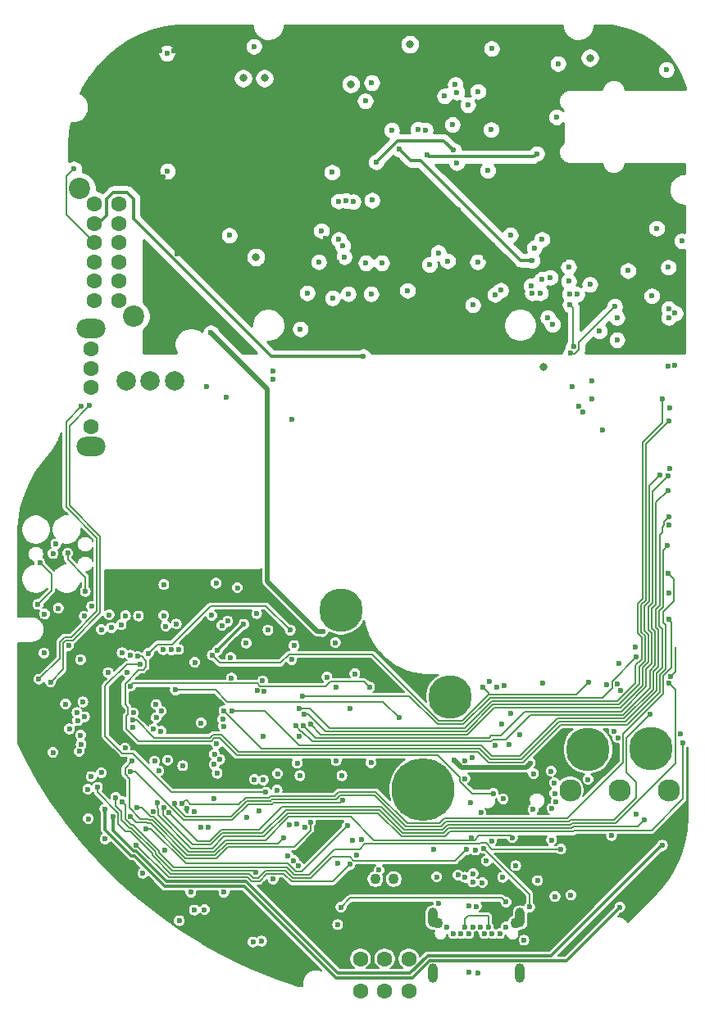
<source format=gbr>
G04 #@! TF.GenerationSoftware,KiCad,Pcbnew,5.1.6+dfsg1-1~bpo10+1*
G04 #@! TF.CreationDate,2021-03-28T20:24:38-04:00*
G04 #@! TF.ProjectId,RUSP_Mainboard,52555350-5f4d-4616-996e-626f6172642e,rev?*
G04 #@! TF.SameCoordinates,Original*
G04 #@! TF.FileFunction,Copper,L2,Inr*
G04 #@! TF.FilePolarity,Positive*
%FSLAX46Y46*%
G04 Gerber Fmt 4.6, Leading zero omitted, Abs format (unit mm)*
G04 Created by KiCad (PCBNEW 5.1.6+dfsg1-1~bpo10+1) date 2021-03-28 20:24:38*
%MOMM*%
%LPD*%
G01*
G04 APERTURE LIST*
G04 #@! TA.AperFunction,ViaPad*
%ADD10C,1.100000*%
G04 #@! TD*
G04 #@! TA.AperFunction,ViaPad*
%ADD11C,6.500000*%
G04 #@! TD*
G04 #@! TA.AperFunction,ViaPad*
%ADD12C,4.500000*%
G04 #@! TD*
G04 #@! TA.AperFunction,ViaPad*
%ADD13O,1.000000X2.000000*%
G04 #@! TD*
G04 #@! TA.AperFunction,ViaPad*
%ADD14C,0.600000*%
G04 #@! TD*
G04 #@! TA.AperFunction,ViaPad*
%ADD15C,2.300000*%
G04 #@! TD*
G04 #@! TA.AperFunction,ViaPad*
%ADD16O,3.000000X2.000000*%
G04 #@! TD*
G04 #@! TA.AperFunction,ViaPad*
%ADD17C,1.600000*%
G04 #@! TD*
G04 #@! TA.AperFunction,ViaPad*
%ADD18C,2.200000*%
G04 #@! TD*
G04 #@! TA.AperFunction,ViaPad*
%ADD19C,2.000000*%
G04 #@! TD*
G04 #@! TA.AperFunction,ViaPad*
%ADD20C,0.800000*%
G04 #@! TD*
G04 #@! TA.AperFunction,Conductor*
%ADD21C,0.200000*%
G04 #@! TD*
G04 #@! TA.AperFunction,Conductor*
%ADD22C,0.350000*%
G04 #@! TD*
G04 #@! TA.AperFunction,Conductor*
%ADD23C,0.500000*%
G04 #@! TD*
G04 #@! TA.AperFunction,Conductor*
%ADD24C,0.254000*%
G04 #@! TD*
G04 APERTURE END LIST*
D10*
X149050000Y-143300000D03*
X150950000Y-143300000D03*
D11*
X154000000Y-134000000D03*
D12*
X156800000Y-124450000D03*
X145500000Y-115500000D03*
X177510000Y-129800000D03*
X171000000Y-129870000D03*
D13*
X155000000Y-153025000D03*
X164000000Y-153025000D03*
D10*
X155450000Y-147825000D03*
D13*
X155000000Y-147275000D03*
D10*
X163550000Y-147825000D03*
D13*
X164000000Y-147275000D03*
D14*
X161900000Y-148925000D03*
X161100000Y-148925000D03*
X160300000Y-148925000D03*
X157100000Y-148925000D03*
X157900000Y-148925000D03*
X158700000Y-148925000D03*
X162550000Y-148225000D03*
X160700000Y-148225000D03*
X159900000Y-148225000D03*
X156450000Y-148225000D03*
X158300000Y-148225000D03*
X159100000Y-148225000D03*
D15*
X169170000Y-134100000D03*
X174250000Y-134100000D03*
X179330000Y-134100000D03*
D16*
X119700000Y-86400000D03*
X119700000Y-98600000D03*
D17*
X119700000Y-88500000D03*
X119700000Y-90500000D03*
X119700000Y-92500000D03*
X119700000Y-96500000D03*
X120050000Y-73500000D03*
X120050000Y-75500000D03*
X120050000Y-77500000D03*
X120050000Y-79500000D03*
X120050000Y-81500000D03*
X120050000Y-83500000D03*
X122550000Y-73500000D03*
X122550000Y-75500000D03*
X122550000Y-77500000D03*
X122550000Y-79500000D03*
X122550000Y-81500000D03*
X122550000Y-83500000D03*
D18*
X118500000Y-71900000D03*
X124100000Y-85100000D03*
D17*
X147500000Y-151550000D03*
X147500000Y-154850000D03*
X150000000Y-151550000D03*
X150000000Y-154850000D03*
X152500000Y-151550000D03*
X152500000Y-154850000D03*
D19*
X128300000Y-91800000D03*
X123300000Y-91800000D03*
X125800000Y-91800000D03*
D14*
X116300000Y-115300000D03*
X115750000Y-130200000D03*
X118600000Y-120600000D03*
X150731792Y-65881792D03*
X127510000Y-57930000D03*
X173438916Y-138800015D03*
X145600000Y-132600000D03*
X179395151Y-106666759D03*
X179997593Y-90164786D03*
D20*
X166450000Y-90350000D03*
D14*
X166250000Y-81300000D03*
X171450000Y-91750000D03*
X167100000Y-81100000D03*
X165123506Y-81960379D03*
X174000000Y-87550000D03*
X174000000Y-85250000D03*
X167900000Y-59000000D03*
X145150000Y-147999998D03*
X127200000Y-112850000D03*
X117275000Y-109600000D03*
X131600000Y-92425000D03*
X137475000Y-133050000D03*
X157449937Y-69258906D03*
X127574936Y-70119523D03*
X119750000Y-115100000D03*
X171433281Y-93657315D03*
X171200000Y-81820000D03*
X180688918Y-77331086D03*
X179999990Y-84800012D03*
X179449990Y-94550000D03*
X179449990Y-100866647D03*
X180560011Y-128302177D03*
X179550597Y-122351083D03*
X174068735Y-123134135D03*
X146935121Y-122071222D03*
X166250000Y-77170000D03*
X118650000Y-129370000D03*
X119100000Y-113570000D03*
X121550000Y-115970000D03*
X127109733Y-119570701D03*
X120750000Y-117500000D03*
X130388915Y-120888917D03*
X144970985Y-123449979D03*
X146450000Y-125650000D03*
X148600010Y-131265808D03*
X157583164Y-142879435D03*
X162200000Y-143100000D03*
X137949968Y-117549990D03*
X161001039Y-65812546D03*
X157000000Y-65300000D03*
X166350000Y-123000000D03*
X135700000Y-118900000D03*
X137399998Y-122799998D03*
X140654449Y-119149977D03*
X136800000Y-115850000D03*
X169250000Y-144950000D03*
X167600000Y-145100000D03*
X130321188Y-136291190D03*
X130000000Y-144650072D03*
X159051931Y-130763909D03*
X159950000Y-136450000D03*
X158902521Y-135416328D03*
X126250052Y-131100000D03*
X123200000Y-129750000D03*
X126143923Y-127754960D03*
X126400000Y-125250000D03*
X155600000Y-145800000D03*
X132600000Y-112700000D03*
X164400000Y-149603737D03*
X160800000Y-122900000D03*
X146700000Y-139250000D03*
X138949820Y-132403322D03*
X159485576Y-146111532D03*
X119400000Y-137050000D03*
X137300000Y-149700000D03*
X128800000Y-147600000D03*
X127263589Y-140286411D03*
X131800000Y-137950000D03*
X114400000Y-110600000D03*
X114200000Y-114899996D03*
X119350010Y-134000000D03*
X158946668Y-139000000D03*
X163200000Y-138999998D03*
X124446297Y-135916273D03*
X162835228Y-129362576D03*
X116050000Y-108650000D03*
X114883338Y-115897623D03*
X125392516Y-138078171D03*
X162321155Y-123293956D03*
X146150012Y-137799979D03*
X119700000Y-132700000D03*
X126675001Y-132102833D03*
X158324867Y-131049990D03*
X145200000Y-141650000D03*
X163007305Y-126140001D03*
X159600000Y-153000000D03*
X131400000Y-146449996D03*
X130993328Y-137897923D03*
X158700000Y-152900000D03*
X135800000Y-136950000D03*
X132417990Y-134967990D03*
X117450000Y-127770000D03*
X118600000Y-128420000D03*
X133650000Y-93520000D03*
X132979352Y-130918853D03*
X140400000Y-95800000D03*
D20*
X171200000Y-58400000D03*
X152600000Y-57000000D03*
X137600000Y-60500000D03*
X135400000Y-60499992D03*
D14*
X136400000Y-149800000D03*
X115754055Y-109644213D03*
X165450000Y-78050000D03*
X136554390Y-132993961D03*
X159100000Y-83950000D03*
X140975000Y-131325000D03*
X136500000Y-57220000D03*
X172968724Y-123240770D03*
X174331713Y-123836531D03*
X174242188Y-120979959D03*
X143471711Y-76262717D03*
X145827215Y-78964952D03*
X114822875Y-119921900D03*
X118451021Y-130093136D03*
X119000000Y-116120000D03*
X127187773Y-116049977D03*
X129150000Y-131570000D03*
X144917713Y-118850011D03*
X134187376Y-122513332D03*
X140400000Y-120600000D03*
X134800000Y-113169998D03*
X125029986Y-142691163D03*
X130362098Y-146501156D03*
X126100000Y-136300000D03*
X133400000Y-144650072D03*
X138489944Y-143300042D03*
X158299990Y-132900000D03*
X161394987Y-129501112D03*
X147077135Y-140850010D03*
X173761091Y-84088909D03*
X169246875Y-88924999D03*
X167350000Y-85950000D03*
X166850000Y-85250000D03*
X169374998Y-92350000D03*
X164983182Y-146183558D03*
X160200001Y-140099999D03*
X143300000Y-132675000D03*
X126100016Y-122100000D03*
X122951621Y-125908388D03*
X164247869Y-145700012D03*
X164850012Y-139430015D03*
X129621122Y-136022068D03*
X159650000Y-132600000D03*
X141431761Y-140104535D03*
X167526199Y-131044108D03*
X164782822Y-135390000D03*
X126350000Y-124300000D03*
X174300000Y-146200000D03*
X132753679Y-119625022D03*
X127973868Y-119600476D03*
X135450021Y-116950010D03*
X121113350Y-136038725D03*
X133950000Y-76750000D03*
D20*
X136700000Y-79000000D03*
D14*
X149125000Y-69175000D03*
X157100000Y-67950000D03*
X160650051Y-70028957D03*
D20*
X139950000Y-75450000D03*
D14*
X152300000Y-70150000D03*
X157600000Y-74100000D03*
X139950000Y-60250002D03*
X139950000Y-64650000D03*
X158725000Y-77575000D03*
X150870000Y-77450002D03*
D20*
X166350000Y-88550000D03*
D14*
X125300000Y-57750000D03*
X138050000Y-79600000D03*
X153900000Y-63749990D03*
X162625000Y-61475000D03*
X161150000Y-77775000D03*
X171600000Y-71375000D03*
X153475000Y-73800000D03*
X164275000Y-59575000D03*
X173425000Y-58325000D03*
X155425000Y-56924990D03*
X142425000Y-76375000D03*
X160400000Y-79000000D03*
X145029215Y-87673184D03*
X129600000Y-65900000D03*
X128900000Y-65900000D03*
X128200000Y-65800000D03*
X127600000Y-65400000D03*
X127300000Y-64800000D03*
X127300000Y-64100000D03*
X125700000Y-64100000D03*
X125700000Y-64800000D03*
X125800000Y-65500000D03*
X125999992Y-66100000D03*
X126349997Y-66649997D03*
X126900000Y-67100002D03*
X128100000Y-67500000D03*
X128800000Y-67500000D03*
X129500000Y-67500000D03*
X127500000Y-67400000D03*
X129500000Y-72500000D03*
X128800000Y-72400000D03*
X128200000Y-72000000D03*
X127450000Y-71249994D03*
X127100000Y-70700000D03*
X126600000Y-70300000D03*
X126100000Y-69800000D03*
X125600000Y-69300000D03*
X125100000Y-68800000D03*
X125000000Y-68000000D03*
X125300000Y-67200000D03*
X125100000Y-66400000D03*
X124600000Y-65800000D03*
X124100000Y-65200000D03*
X123600000Y-64700000D03*
X122800000Y-64700000D03*
X122000000Y-64800000D03*
X121300000Y-65000000D03*
X120700000Y-65400000D03*
X120200000Y-65900000D03*
X119600000Y-68000000D03*
X119900000Y-68700000D03*
X119600000Y-67299996D03*
X119800000Y-66500000D03*
X120400000Y-69300000D03*
X120900000Y-69800000D03*
X121500000Y-70200000D03*
X122200000Y-70200000D03*
X123000000Y-70200000D03*
X123700000Y-70200000D03*
X124299992Y-70600000D03*
X124800000Y-71000000D03*
X125300000Y-71500000D03*
X125800000Y-72000000D03*
X126300000Y-72500000D03*
X126900000Y-73100000D03*
X127499998Y-73600000D03*
X128100000Y-64100000D03*
X128800000Y-63600000D03*
X129100000Y-62450000D03*
X129200000Y-61700000D03*
X129200000Y-61000000D03*
X129200000Y-60200000D03*
X129100000Y-59550000D03*
X128800000Y-58300000D03*
X128208783Y-57657593D03*
X126796502Y-57698867D03*
X126000000Y-57700000D03*
X124500000Y-57900000D03*
X124000000Y-58600000D03*
X123900000Y-59400000D03*
X123700000Y-60200000D03*
X123700000Y-60900000D03*
X123700000Y-61600000D03*
X123900000Y-62400000D03*
X124200000Y-63550000D03*
X124900000Y-64100000D03*
X137750000Y-73750000D03*
X168500000Y-79254099D03*
X151890000Y-76430000D03*
X148930000Y-70250000D03*
X177700000Y-74320000D03*
X145074990Y-79529721D03*
X127100000Y-82220000D03*
X128565441Y-78654559D03*
X143923280Y-77025228D03*
X144200000Y-78370000D03*
X123750000Y-132200000D03*
X150200000Y-73300000D03*
X145688023Y-135179084D03*
X155543243Y-78543235D03*
X154638155Y-79771718D03*
X151550000Y-67850002D03*
X165250000Y-79350000D03*
X149425122Y-142373020D03*
X148450012Y-123449979D03*
X123742933Y-123349264D03*
X151484093Y-126615907D03*
X128399991Y-123749990D03*
X178700000Y-139800000D03*
X121450000Y-121950000D03*
X121949968Y-136796978D03*
X161224675Y-134423621D03*
X124493364Y-120279015D03*
X158740008Y-146030006D03*
X158300000Y-143100000D03*
X140936084Y-137586084D03*
X134100000Y-120399990D03*
X163934989Y-128375512D03*
X140614920Y-141378730D03*
X124049989Y-126112014D03*
X126920550Y-125933056D03*
X123950000Y-131050000D03*
X139545020Y-138995626D03*
X123983350Y-127605888D03*
X126413916Y-126600010D03*
X123750000Y-136796973D03*
X142362029Y-137384196D03*
X140037546Y-140900028D03*
X126900000Y-128000000D03*
X127600000Y-131000000D03*
X141098815Y-141951760D03*
X154350014Y-68400000D03*
X165700011Y-68300000D03*
X169851840Y-82852675D03*
X169102535Y-82820101D03*
X169150000Y-83927664D03*
X169507145Y-88215897D03*
X166077834Y-82699999D03*
X165250000Y-82699998D03*
X172175000Y-86650000D03*
X137750000Y-134300000D03*
X124800000Y-121100000D03*
X117900000Y-69900000D03*
X144566942Y-70236942D03*
X140195904Y-137707130D03*
X161046724Y-139354887D03*
X117349990Y-119170000D03*
X133798479Y-116620533D03*
X161569672Y-123467491D03*
X132203679Y-120155524D03*
X171080000Y-122920000D03*
X160150000Y-123450000D03*
X153451904Y-65796565D03*
X154200000Y-65850000D03*
X163000000Y-76700000D03*
X118300000Y-126920000D03*
X169001256Y-81497498D03*
X119019346Y-126519990D03*
X179301090Y-111691092D03*
X123957626Y-126856318D03*
X179199988Y-108826944D03*
X133400000Y-125900000D03*
X179300000Y-80050000D03*
X128500000Y-116920000D03*
X178100000Y-76020000D03*
X175998684Y-120352609D03*
X141500000Y-124400000D03*
X180824990Y-129220000D03*
X126497899Y-135397192D03*
X176800000Y-137170000D03*
X127179189Y-135886092D03*
X179329977Y-123067912D03*
X127702856Y-136423019D03*
X177450000Y-126270000D03*
X128350122Y-135477399D03*
X179329998Y-116470000D03*
X129100116Y-135482559D03*
X122800000Y-117000000D03*
X179329988Y-113753318D03*
X179329986Y-84350000D03*
X127399989Y-117149997D03*
X121789337Y-117295735D03*
X177600000Y-83000000D03*
X179250032Y-90225372D03*
X136829304Y-123806564D03*
X179351979Y-85257720D03*
X137580420Y-123900011D03*
X179376670Y-95900412D03*
X141725373Y-126292010D03*
X178661080Y-93658913D03*
X141180882Y-125665699D03*
X179299704Y-101601448D03*
X141604106Y-127466337D03*
X178450000Y-101570000D03*
X142332028Y-127285651D03*
X179329978Y-105850000D03*
X134249988Y-125938009D03*
X179260872Y-103112230D03*
X140812269Y-127465731D03*
X141750000Y-137950000D03*
X147600000Y-139200000D03*
X123250000Y-116070000D03*
X124579833Y-116097751D03*
X123378500Y-121899242D03*
X168200000Y-140200000D03*
X122854585Y-135272671D03*
X159650000Y-61875000D03*
X128722168Y-119550000D03*
X122232390Y-134853874D03*
X136670261Y-142600021D03*
X158450000Y-140250010D03*
X120350000Y-133800000D03*
X120750000Y-132300000D03*
X121144129Y-139147697D03*
X132150010Y-116045018D03*
X131050000Y-127150000D03*
X141300000Y-86420000D03*
X141206962Y-128549990D03*
X145671082Y-77803210D03*
X133353093Y-127513078D03*
X145269115Y-77170012D03*
X133268806Y-126767817D03*
X144050000Y-122400000D03*
X133198807Y-117070989D03*
X162100000Y-127300000D03*
X125600000Y-119950000D03*
X140250000Y-117549990D03*
X137050000Y-136249990D03*
X132656922Y-129294408D03*
X123756455Y-120139436D03*
X124374996Y-139792808D03*
X122900000Y-119900000D03*
X146417519Y-141782228D03*
X114300000Y-122620000D03*
X118636084Y-94456084D03*
X115500001Y-122920000D03*
X119500010Y-94369990D03*
X159600000Y-79500004D03*
X149700000Y-79600000D03*
X148700000Y-73120000D03*
X148600000Y-82800000D03*
X146750000Y-73270000D03*
X148075010Y-79600000D03*
X146008719Y-73155957D03*
X146250010Y-82800000D03*
X145250000Y-73220000D03*
X144626416Y-83226416D03*
X143200000Y-79500004D03*
X142000000Y-82700000D03*
X158600000Y-63250004D03*
D20*
X146500000Y-61100000D03*
D14*
X157449998Y-61950000D03*
X156200000Y-62350000D03*
X148000000Y-62850000D03*
X157300236Y-61165093D03*
X171008916Y-132990010D03*
X162241094Y-135008906D03*
X174096850Y-128687927D03*
X167250000Y-139250000D03*
X173736648Y-128030085D03*
X165343287Y-136097509D03*
X162000000Y-82420000D03*
X165381922Y-132390246D03*
X161400000Y-82870000D03*
X167195012Y-132140001D03*
X145500000Y-146200000D03*
X162544211Y-145676280D03*
X163550000Y-141900000D03*
X155376737Y-143059289D03*
X155085460Y-140250010D03*
X165800008Y-143443829D03*
X175950000Y-136550000D03*
X138900000Y-134099999D03*
X132443172Y-130394420D03*
X117050000Y-125200000D03*
X145000000Y-131049999D03*
X132400000Y-131450000D03*
X159400000Y-140300000D03*
X159100000Y-143599998D03*
X167287422Y-135976336D03*
X159149990Y-142724175D03*
X167700000Y-135350000D03*
X160100000Y-143650000D03*
X167550000Y-133350000D03*
X167563909Y-134436091D03*
X160529088Y-141408916D03*
X167750000Y-64520000D03*
X179100000Y-59620000D03*
X161050000Y-57450000D03*
X148675000Y-60975000D03*
X172530018Y-96844982D03*
X118850032Y-124978200D03*
X156500000Y-79400000D03*
X138500010Y-91604964D03*
X138500010Y-90750000D03*
X152366854Y-82445018D03*
X170092517Y-94407481D03*
X175863055Y-119313055D03*
X170500000Y-95000000D03*
X147776949Y-89276949D03*
X132050000Y-86825000D03*
X143599070Y-117700928D03*
X157224855Y-131032963D03*
X165052432Y-131294147D03*
X132700000Y-132350000D03*
X141250000Y-132600000D03*
X175125000Y-80400000D03*
X169000004Y-80000000D03*
X118228916Y-126071084D03*
X137450000Y-128549990D03*
D21*
X117275000Y-110270736D02*
X119100000Y-112095736D01*
X119100000Y-112095736D02*
X119100000Y-113570000D01*
X117275000Y-109600000D02*
X117275000Y-110270736D01*
X180029998Y-121871682D02*
X179550597Y-122351083D01*
X180029998Y-121029998D02*
X180029998Y-121871682D01*
X180029998Y-121029998D02*
X180029998Y-121770002D01*
X180029998Y-119347506D02*
X180029998Y-121029998D01*
X115600000Y-113499996D02*
X114200000Y-114899996D01*
X115600000Y-111800000D02*
X115600000Y-113499996D01*
X114400000Y-110600000D02*
X115600000Y-111800000D01*
X159196717Y-139250049D02*
X158946668Y-139000000D01*
X159300049Y-139250049D02*
X159196717Y-139250049D01*
X159745212Y-138804886D02*
X159300049Y-139250049D01*
X163004888Y-138804886D02*
X159745212Y-138804886D01*
X163200000Y-138999998D02*
X163004888Y-138804886D01*
X146484196Y-136834196D02*
X140101802Y-136834196D01*
X129750030Y-140450030D02*
X126150001Y-136850001D01*
X125836992Y-136850001D02*
X124903264Y-135916273D01*
X137686020Y-139249978D02*
X133548988Y-139249978D01*
X132348936Y-140450030D02*
X129750030Y-140450030D01*
X148900049Y-139250049D02*
X146484196Y-136834196D01*
X159300049Y-139250049D02*
X148900049Y-139250049D01*
X140101802Y-136834196D02*
X137686020Y-139249978D01*
X133548988Y-139249978D02*
X132348936Y-140450030D01*
X126150001Y-136850001D02*
X125836992Y-136850001D01*
X124903264Y-135916273D02*
X124446297Y-135916273D01*
X141448230Y-142501761D02*
X146150012Y-137799979D01*
X140834814Y-142501761D02*
X141448230Y-142501761D01*
X125392516Y-138078171D02*
X125863329Y-138078171D01*
X140033053Y-141700000D02*
X140834814Y-142501761D01*
X129485158Y-141700000D02*
X140033053Y-141700000D01*
X125863329Y-138078171D02*
X129485158Y-141700000D01*
X170057146Y-88592854D02*
X169625000Y-89025000D01*
X173761091Y-84088909D02*
X170057146Y-87792854D01*
X170057146Y-87792854D02*
X170057146Y-88592854D01*
X169346876Y-89025000D02*
X169246875Y-88924999D01*
X169625000Y-89025000D02*
X169346876Y-89025000D01*
X164983182Y-146183558D02*
X164983182Y-144883180D01*
X164983182Y-144883180D02*
X160200001Y-140099999D01*
D22*
X135428691Y-116950010D02*
X135450021Y-116950010D01*
X132753679Y-119625022D02*
X135428691Y-116950010D01*
X168800010Y-151699990D02*
X154658270Y-151699990D01*
X121113350Y-138163288D02*
X121113350Y-136038725D01*
X124167885Y-140917821D02*
X123867882Y-140917820D01*
X135478130Y-144025062D02*
X127275126Y-144025062D01*
X144973078Y-153520010D02*
X135478130Y-144025062D01*
X154658270Y-151699990D02*
X152838250Y-153520010D01*
X174300000Y-146200000D02*
X168800010Y-151699990D01*
X123867882Y-140917820D02*
X121113350Y-138163288D01*
X127275126Y-144025062D02*
X124167885Y-140917821D01*
X152838250Y-153520010D02*
X144973078Y-153520010D01*
X156100001Y-66950001D02*
X157100000Y-67950000D01*
X149125000Y-69175000D02*
X151349999Y-66950001D01*
X155350001Y-66950001D02*
X156100001Y-66950001D01*
X151349999Y-66950001D02*
X155350001Y-66950001D01*
D21*
X123750000Y-132200000D02*
X124275736Y-132200000D01*
X138353959Y-135550023D02*
X138469826Y-135434156D01*
X135930953Y-135550023D02*
X138353959Y-135550023D01*
X124275736Y-132200000D02*
X129275736Y-137200000D01*
X145432951Y-135434156D02*
X145688023Y-135179084D01*
X134280976Y-137200000D02*
X135930953Y-135550023D01*
X129275736Y-137200000D02*
X134280976Y-137200000D01*
X138469826Y-135434156D02*
X145432951Y-135434156D01*
D22*
X151550000Y-67850002D02*
X152724999Y-69025001D01*
X164025000Y-79350000D02*
X165250000Y-79350000D01*
X153700001Y-69025001D02*
X164025000Y-79350000D01*
X152724999Y-69025001D02*
X153700001Y-69025001D01*
D21*
X137136001Y-123350003D02*
X136857921Y-123071923D01*
X123742933Y-123342933D02*
X123742933Y-123349264D01*
X136857921Y-123071923D02*
X124020274Y-123071923D01*
X144364024Y-122899978D02*
X143913999Y-123350003D01*
X147900011Y-122899978D02*
X144364024Y-122899978D01*
X143913999Y-123350003D02*
X137136001Y-123350003D01*
X148450012Y-123449979D02*
X147900011Y-122899978D01*
X123650000Y-123250000D02*
X123742933Y-123342933D01*
X124020274Y-123071923D02*
X123742933Y-123349264D01*
X151484093Y-126615907D02*
X149818187Y-124950001D01*
X149818187Y-124950001D02*
X133764005Y-124950001D01*
X132563994Y-123749990D02*
X128399991Y-123749990D01*
X133764005Y-124950001D02*
X132563994Y-123749990D01*
X178600000Y-139800000D02*
X178700000Y-139800000D01*
D22*
X152631139Y-153019999D02*
X145180189Y-153019999D01*
X124374996Y-140417810D02*
X124074994Y-140417810D01*
X178600000Y-139800000D02*
X167200021Y-151199979D01*
X145180189Y-153019999D02*
X135685242Y-143525052D01*
X154451158Y-151199980D02*
X152631139Y-153019999D01*
X167200021Y-151199979D02*
X154451158Y-151199980D01*
X127482238Y-143525052D02*
X124374996Y-140417810D01*
X135685242Y-143525052D02*
X127482238Y-143525052D01*
X121949968Y-138292784D02*
X121949968Y-136796978D01*
X124074994Y-140417810D02*
X121949968Y-138292784D01*
D21*
X160700000Y-148225000D02*
X160700000Y-147100000D01*
X160700000Y-147100000D02*
X158600000Y-147100000D01*
X158600000Y-147100000D02*
X158300000Y-147400000D01*
X158300000Y-147400000D02*
X158300000Y-148200000D01*
X125064001Y-121650001D02*
X125350001Y-121364001D01*
X123295740Y-126430386D02*
X123499988Y-126226138D01*
X123514526Y-125553786D02*
X123192931Y-125232191D01*
X123514526Y-125936210D02*
X123514526Y-125553786D01*
X132399392Y-128719920D02*
X132094551Y-129024761D01*
X124588221Y-129024761D02*
X123295740Y-127732280D01*
X125350001Y-120711388D02*
X124917628Y-120279015D01*
X161224675Y-134423621D02*
X159009609Y-134423621D01*
X159009609Y-134423621D02*
X157749989Y-133164001D01*
X123499988Y-125950748D02*
X123514526Y-125936210D01*
X157749989Y-133164001D02*
X157749989Y-132763991D01*
X157749989Y-132763991D02*
X155485997Y-130499999D01*
X155485997Y-130499999D02*
X134718878Y-130499999D01*
X134718878Y-130499999D02*
X132938799Y-128719920D01*
X132938799Y-128719920D02*
X132399392Y-128719920D01*
X132094551Y-129024761D02*
X124588221Y-129024761D01*
X123295740Y-127732280D02*
X123295740Y-126430386D01*
X123499988Y-126226138D02*
X123499988Y-125950748D01*
X123192931Y-125232191D02*
X123192931Y-123085262D01*
X123192931Y-123085262D02*
X124628192Y-121650001D01*
X124628192Y-121650001D02*
X125064001Y-121650001D01*
X125350001Y-121364001D02*
X125350001Y-120711388D01*
X124917628Y-120279015D02*
X124493364Y-120279015D01*
X125692013Y-137200012D02*
X126000011Y-137200013D01*
X125542013Y-137050012D02*
X125692013Y-137200012D01*
X124800012Y-137050012D02*
X125542013Y-137050012D01*
X138940657Y-139599989D02*
X139545020Y-138995626D01*
X123199999Y-132464001D02*
X123650001Y-132914003D01*
X123650001Y-135900001D02*
X124800012Y-137050012D01*
X132493915Y-140800041D02*
X133693967Y-139599989D01*
X123650001Y-132914003D02*
X123650001Y-135900001D01*
X123950000Y-131050000D02*
X123199999Y-131800001D01*
X133693967Y-139599989D02*
X138940657Y-139599989D01*
X129600039Y-140800041D02*
X132493915Y-140800041D01*
X123199999Y-131800001D02*
X123199999Y-132464001D01*
X126000011Y-137200013D02*
X129600039Y-140800041D01*
X142362029Y-138237971D02*
X142362029Y-137384196D01*
X140650000Y-139950000D02*
X142362029Y-138237971D01*
X129455060Y-141150052D02*
X132638894Y-141150052D01*
X125855031Y-137550023D02*
X129455060Y-141150052D01*
X125396041Y-137400023D02*
X125546041Y-137550023D01*
X124353050Y-137400023D02*
X125396041Y-137400023D01*
X125546041Y-137550023D02*
X125855031Y-137550023D01*
X132638894Y-141150052D02*
X133838946Y-139950000D01*
X133838946Y-139950000D02*
X140650000Y-139950000D01*
X123750000Y-136796973D02*
X124353050Y-137400023D01*
D22*
X154550013Y-68599999D02*
X165400012Y-68599999D01*
X154350014Y-68400000D02*
X154550013Y-68599999D01*
X165400012Y-68599999D02*
X165700011Y-68300000D01*
D21*
X169150000Y-83927664D02*
X169500000Y-84277664D01*
X169500000Y-84277664D02*
X169500000Y-88208752D01*
X169500000Y-88208752D02*
X169507145Y-88215897D01*
X123365166Y-121100000D02*
X124800000Y-121100000D01*
X128000000Y-134300000D02*
X124000001Y-130300001D01*
X137750000Y-134300000D02*
X128000000Y-134300000D01*
X124000001Y-130300001D02*
X122935999Y-130300001D01*
X121150000Y-123315166D02*
X123365166Y-121100000D01*
X121150000Y-128514002D02*
X121150000Y-123315166D01*
X122935999Y-130300001D02*
X121150000Y-128514002D01*
X117149999Y-70650001D02*
X117900000Y-69900000D01*
X120050000Y-77500000D02*
X117149999Y-74599999D01*
X117149999Y-74599999D02*
X117149999Y-70650001D01*
X132998154Y-120949999D02*
X139235999Y-120949999D01*
X139235999Y-120949999D02*
X140135999Y-120049999D01*
X155599999Y-126950001D02*
X158000001Y-126950001D01*
X132203679Y-120155524D02*
X132998154Y-120949999D01*
X148699997Y-120049999D02*
X155599999Y-126950001D01*
X158000001Y-126950001D02*
X160730093Y-124219909D01*
X140135999Y-120049999D02*
X148699997Y-120049999D01*
X160730093Y-124030093D02*
X160150000Y-123450000D01*
X160730093Y-124219909D02*
X160730093Y-124030093D01*
X160760042Y-124189960D02*
X169810040Y-124189960D01*
X169810040Y-124189960D02*
X171080000Y-122920000D01*
X160730093Y-124219909D02*
X160760042Y-124189960D01*
X134907989Y-130149988D02*
X133127910Y-128369909D01*
X179301090Y-111691092D02*
X179879989Y-112269991D01*
X179006488Y-116985580D02*
X179006488Y-121587567D01*
X179879989Y-112269991D02*
X179879989Y-114534999D01*
X178429953Y-123981053D02*
X175041007Y-127369999D01*
X178779997Y-116759089D02*
X179006488Y-116985580D01*
X133127910Y-128369909D02*
X132254413Y-128369909D01*
X126198572Y-128673000D02*
X124381890Y-126856318D01*
X124381890Y-126856318D02*
X123957626Y-126856318D01*
X179006488Y-121587567D02*
X178429953Y-122164102D01*
X160765020Y-131249990D02*
X159665018Y-130149988D01*
X178779997Y-115634991D02*
X178779997Y-116759089D01*
X159665018Y-130149988D02*
X134907989Y-130149988D01*
X131951322Y-128673000D02*
X126198572Y-128673000D01*
X164311567Y-131249990D02*
X160765020Y-131249990D01*
X168191558Y-127369999D02*
X164311567Y-131249990D01*
X175041007Y-127369999D02*
X168191558Y-127369999D01*
X178429953Y-122164102D02*
X178429953Y-123981053D01*
X179879989Y-114534999D02*
X178779997Y-115634991D01*
X132254413Y-128369909D02*
X131951322Y-128673000D01*
X137299977Y-129799977D02*
X133400000Y-125900000D01*
X168017597Y-127019990D02*
X164137608Y-130899979D01*
X178326887Y-115593113D02*
X178326887Y-117096887D01*
X160909998Y-130899978D02*
X159809997Y-129799977D01*
X178656475Y-117426475D02*
X178656475Y-121442590D01*
X178079939Y-123836073D02*
X174896022Y-127019990D01*
X178750009Y-115169989D02*
X178326887Y-115593113D01*
X174896022Y-127019990D02*
X168017597Y-127019990D01*
X178656475Y-121442590D02*
X178079942Y-122019123D01*
X178326887Y-117096887D02*
X178656475Y-117426475D01*
X178079942Y-122019123D02*
X178079939Y-123836073D01*
X179199988Y-108826944D02*
X178750009Y-109276923D01*
X159809997Y-129799977D02*
X137299977Y-129799977D01*
X178750009Y-109276923D02*
X178750009Y-115169989D01*
X164137608Y-130899979D02*
X160909998Y-130899978D01*
X172485452Y-124539970D02*
X160905018Y-124539970D01*
X158144980Y-127300008D02*
X155455018Y-127300008D01*
X175998684Y-120352609D02*
X173518734Y-122832559D01*
X152555008Y-124400000D02*
X141500000Y-124400000D01*
X173518734Y-123506688D02*
X172485452Y-124539970D01*
X173518734Y-122832559D02*
X173518734Y-123506688D01*
X155455018Y-127300008D02*
X152555008Y-124400000D01*
X160905018Y-124539970D02*
X158144980Y-127300008D01*
X169631566Y-138237944D02*
X169469466Y-138400044D01*
X132203957Y-140100019D02*
X130045009Y-140100019D01*
X177562056Y-138237944D02*
X169631566Y-138237944D01*
X137541041Y-138899967D02*
X133404008Y-138899968D01*
X126650001Y-136705011D02*
X126650001Y-136035999D01*
X151740076Y-138900038D02*
X149324224Y-136484186D01*
X169469466Y-138400044D02*
X156759917Y-138400044D01*
X133404008Y-138899968D02*
X132203957Y-140100019D01*
X149324224Y-136484186D02*
X139956822Y-136484186D01*
X180824990Y-134975010D02*
X177562056Y-138237944D01*
X156759917Y-138400044D02*
X156259923Y-138900038D01*
X139956822Y-136484186D02*
X137541041Y-138899967D01*
X156259923Y-138900038D02*
X151740076Y-138900038D01*
X126650001Y-136035999D02*
X126497899Y-135883897D01*
X180824990Y-129220000D02*
X180824990Y-134975010D01*
X126497899Y-135883897D02*
X126497899Y-135397192D01*
X130045009Y-140100019D02*
X126650001Y-136705011D01*
X130216120Y-139750008D02*
X127141860Y-136675748D01*
X127141860Y-135923421D02*
X127179189Y-135886092D01*
X176119967Y-137850033D02*
X169524487Y-137850033D01*
X149469202Y-136134174D02*
X139811844Y-136134174D01*
X156114940Y-138550027D02*
X151885054Y-138550026D01*
X156614938Y-138050033D02*
X156114940Y-138550027D01*
X127141860Y-136675748D02*
X127141860Y-135923421D01*
X169324487Y-138050033D02*
X156614938Y-138050033D01*
X132058978Y-139750008D02*
X130216120Y-139750008D01*
X133259028Y-138549958D02*
X132058978Y-139750008D01*
X139811844Y-136134174D02*
X137396060Y-138549958D01*
X176800000Y-137170000D02*
X176119967Y-137850033D01*
X169524487Y-137850033D02*
X169324487Y-138050033D01*
X137396060Y-138549958D02*
X133259028Y-138549958D01*
X151885054Y-138550026D02*
X149469202Y-136134174D01*
X131913999Y-139399997D02*
X130679834Y-139399997D01*
X173874988Y-137500022D02*
X169379507Y-137500023D01*
X155969961Y-138200016D02*
X152030034Y-138200016D01*
X149614181Y-135784163D02*
X139425853Y-135784163D01*
X130679834Y-139399997D02*
X127702856Y-136423019D01*
X139425853Y-135784163D02*
X137010069Y-138199947D01*
X180010001Y-131365009D02*
X173874988Y-137500022D01*
X169179508Y-137700022D02*
X156469955Y-137700022D01*
X156469955Y-137700022D02*
X155969961Y-138200016D01*
X169379507Y-137500023D02*
X169179508Y-137700022D01*
X179329977Y-123067912D02*
X180010001Y-123747936D01*
X137010069Y-138199947D02*
X133114048Y-138199948D01*
X133114048Y-138199948D02*
X131913999Y-139399997D01*
X152030034Y-138200016D02*
X149614181Y-135784163D01*
X180010001Y-123747936D02*
X180010001Y-131365009D01*
X155824980Y-137850011D02*
X152175018Y-137850010D01*
X156324980Y-137350011D02*
X155824980Y-137850011D01*
X135785974Y-135200012D02*
X134144795Y-136841191D01*
X138324847Y-135084145D02*
X138208980Y-135200012D01*
X174996862Y-132279870D02*
X176000012Y-133283020D01*
X169034529Y-137350011D02*
X156324980Y-137350011D01*
X173730009Y-137150011D02*
X169234529Y-137150011D01*
X177450000Y-126270000D02*
X174996862Y-128723138D01*
X176000012Y-133283020D02*
X176000011Y-134880009D01*
X174996862Y-128723138D02*
X174996862Y-132279870D01*
X144968958Y-135084145D02*
X138324847Y-135084145D01*
X129431176Y-136841191D02*
X128350122Y-135760137D01*
X148954090Y-134629082D02*
X145424021Y-134629082D01*
X176000011Y-134880009D02*
X173730009Y-137150011D01*
X128350122Y-135760137D02*
X128350122Y-135477399D01*
X145424021Y-134629082D02*
X144968958Y-135084145D01*
X138208980Y-135200012D02*
X135785974Y-135200012D01*
X134144795Y-136841191D02*
X129431176Y-136841191D01*
X169234529Y-137150011D02*
X169034529Y-137350011D01*
X152175018Y-137850010D02*
X148954090Y-134629082D01*
X156180000Y-137000001D02*
X155680001Y-137500000D01*
X179629997Y-121459048D02*
X178779967Y-122309078D01*
X152319998Y-137500000D02*
X149099070Y-134279072D01*
X178779967Y-124126029D02*
X174646851Y-128259145D01*
X168889550Y-137000000D02*
X156180000Y-137000001D01*
X145279041Y-134279072D02*
X144823979Y-134734134D01*
X174646851Y-131242699D02*
X168889550Y-137000000D01*
X149099070Y-134279072D02*
X145279041Y-134279072D01*
X135640994Y-134850002D02*
X134958438Y-135532558D01*
X129400115Y-135182560D02*
X129100116Y-135482559D01*
X155680001Y-137500000D02*
X152319998Y-137500000D01*
X179329998Y-116470000D02*
X179629997Y-116769999D01*
X129896560Y-135532558D02*
X129546562Y-135182560D01*
X178779967Y-122309078D02*
X178779967Y-124126029D01*
X129546562Y-135182560D02*
X129400115Y-135182560D01*
X174646851Y-128259145D02*
X174646851Y-131242699D01*
X138179867Y-134734135D02*
X138064001Y-134850001D01*
X179629997Y-116769999D02*
X179629997Y-121459048D01*
X138064001Y-134850001D02*
X135640994Y-134850002D01*
X144823979Y-134734134D02*
X138179867Y-134734135D01*
X134958438Y-135532558D02*
X129896560Y-135532558D01*
X158434938Y-128000030D02*
X143857657Y-128000030D01*
X161194978Y-125239990D02*
X158434938Y-128000030D01*
X176999945Y-98277137D02*
X176999945Y-114445105D01*
X142149637Y-126292010D02*
X141725373Y-126292010D01*
X176899945Y-120724170D02*
X176297723Y-121326392D01*
X176297723Y-121326392D02*
X176297723Y-123143339D01*
X143857657Y-128000030D02*
X142149637Y-126292010D01*
X176899946Y-118144896D02*
X176899945Y-120724170D01*
X176499952Y-117744902D02*
X176899946Y-118144896D01*
X179376670Y-95900412D02*
X176999945Y-98277137D01*
X174201072Y-125239990D02*
X161194978Y-125239990D01*
X176499951Y-114945099D02*
X176499952Y-117744902D01*
X176297723Y-123143339D02*
X174201072Y-125239990D01*
X176999945Y-114445105D02*
X176499951Y-114945099D01*
X176149942Y-117889882D02*
X176549935Y-118289875D01*
X178661080Y-93658913D02*
X178661080Y-96121012D01*
X176549935Y-120579190D02*
X175933841Y-121195284D01*
X161049998Y-124889980D02*
X158289959Y-127650019D01*
X174056092Y-124889980D02*
X161049998Y-124889980D01*
X158289959Y-127650019D02*
X144287458Y-127650019D01*
X142303138Y-125665699D02*
X141180882Y-125665699D01*
X176649934Y-98132158D02*
X176649934Y-114300126D01*
X175933841Y-121195284D02*
X175933841Y-123012231D01*
X176149940Y-114800120D02*
X176149942Y-117889882D01*
X176649934Y-114300126D02*
X176149940Y-114800120D01*
X175933841Y-123012231D02*
X174056092Y-124889980D01*
X144287458Y-127650019D02*
X142303138Y-125665699D01*
X176549935Y-118289875D02*
X176549935Y-120579190D01*
X178661080Y-96121012D02*
X176649934Y-98132158D01*
X142837819Y-128700050D02*
X141604106Y-127466337D01*
X164485583Y-125969958D02*
X161973958Y-128481583D01*
X161973958Y-128481583D02*
X161037413Y-128481583D01*
X174461084Y-125969958D02*
X164485583Y-125969958D01*
X177599967Y-117854937D02*
X177599968Y-121014127D01*
X177699966Y-103201186D02*
X177699965Y-114735065D01*
X177699965Y-114735065D02*
X177276853Y-115158177D01*
X177599968Y-121014127D02*
X177029908Y-121584187D01*
X177029908Y-121584187D02*
X177029907Y-123401135D01*
X179299704Y-101601448D02*
X177699966Y-103201186D01*
X161037413Y-128481583D02*
X160818946Y-128700050D01*
X177276853Y-115158177D02*
X177276854Y-117531824D01*
X177029907Y-123401135D02*
X174461084Y-125969958D01*
X160818946Y-128700050D02*
X142837819Y-128700050D01*
X177276854Y-117531824D02*
X177599967Y-117854937D01*
X174346052Y-125590000D02*
X161339958Y-125590000D01*
X158579917Y-128350041D02*
X143396418Y-128350041D01*
X176849962Y-115090078D02*
X176849962Y-117599922D01*
X176849962Y-117599922D02*
X177249957Y-117999917D01*
X161339958Y-125590000D02*
X158579917Y-128350041D01*
X178450000Y-101570000D02*
X177349956Y-102670044D01*
X177349955Y-114590085D02*
X176849962Y-115090078D01*
X176679897Y-121439208D02*
X176679897Y-123256155D01*
X177249957Y-117999917D02*
X177249955Y-120869150D01*
X177249955Y-120869150D02*
X176679897Y-121439208D01*
X143396418Y-128350041D02*
X142332028Y-127285651D01*
X177349956Y-102670044D02*
X177349955Y-114590085D01*
X176679897Y-123256155D02*
X174346052Y-125590000D01*
X178699994Y-107379984D02*
X178649987Y-107429991D01*
X178845150Y-106334828D02*
X179329978Y-105850000D01*
X178845150Y-106724850D02*
X178845150Y-106334828D01*
X178649987Y-106920013D02*
X178845150Y-106724850D01*
X178649987Y-107429991D02*
X178649987Y-106920013D01*
X163992629Y-130549968D02*
X161054978Y-130549968D01*
X178399996Y-115025014D02*
X177976876Y-115448134D01*
X141167881Y-129449966D02*
X137655924Y-125938009D01*
X167872618Y-126669979D02*
X163992629Y-130549968D01*
X177729929Y-123691093D02*
X174751043Y-126669979D01*
X177729930Y-121874145D02*
X177729929Y-123691093D01*
X178399999Y-107679979D02*
X178399996Y-115025014D01*
X178299990Y-117564980D02*
X178299988Y-121304087D01*
X161054978Y-130549968D02*
X159954976Y-129449966D01*
X174751043Y-126669979D02*
X167872618Y-126669979D01*
X177976877Y-117241867D02*
X178299990Y-117564980D01*
X178299988Y-121304087D02*
X177729930Y-121874145D01*
X178649987Y-107429991D02*
X178399999Y-107679979D01*
X159954976Y-129449966D02*
X141167881Y-129449966D01*
X177976876Y-115448134D02*
X177976877Y-117241867D01*
X137655924Y-125938009D02*
X134249988Y-125938009D01*
X177626864Y-117386844D02*
X177949979Y-117709959D01*
X162500804Y-128882998D02*
X161130988Y-128882998D01*
X141470963Y-127999989D02*
X141346527Y-127999989D01*
X178049986Y-104323116D02*
X178049986Y-114880034D01*
X177949979Y-117709959D02*
X177949978Y-121159107D01*
X165063833Y-126319969D02*
X162500804Y-128882998D01*
X177379919Y-123546113D02*
X174606063Y-126319969D01*
X160963925Y-129050061D02*
X142521035Y-129050061D01*
X174606063Y-126319969D02*
X165063833Y-126319969D01*
X142521035Y-129050061D02*
X141470963Y-127999989D01*
X141346527Y-127999989D02*
X140812269Y-127465731D01*
X161130988Y-128882998D02*
X160963925Y-129050061D01*
X178049986Y-114880034D02*
X177626864Y-115303156D01*
X177949978Y-121159107D02*
X177379919Y-121729166D01*
X177379919Y-121729166D02*
X177379919Y-123546113D01*
X179260872Y-103112230D02*
X178049986Y-104323116D01*
X177626864Y-115303156D02*
X177626864Y-117386844D01*
X123199999Y-135618085D02*
X122854585Y-135272671D01*
X123199999Y-137060980D02*
X123199999Y-135618085D01*
X147964001Y-139650001D02*
X147414002Y-140200000D01*
X147414002Y-140200000D02*
X144844990Y-140200000D01*
X161114004Y-140200000D02*
X160464002Y-139549998D01*
X159835995Y-139650001D02*
X147964001Y-139650001D01*
X168200000Y-140200000D02*
X161114004Y-140200000D01*
X159935998Y-139549998D02*
X159835995Y-139650001D01*
X124000001Y-137650001D02*
X123789020Y-137650001D01*
X128213187Y-142050011D02*
X126713588Y-140550412D01*
X160464002Y-139549998D02*
X159935998Y-139549998D01*
X142193218Y-142851772D02*
X140689835Y-142851772D01*
X140689835Y-142851772D02*
X139888074Y-142050011D01*
X126713588Y-140363588D02*
X124000001Y-137650001D01*
X139888074Y-142050011D02*
X128213187Y-142050011D01*
X144844990Y-140200000D02*
X142193218Y-142851772D01*
X126713588Y-140550412D02*
X126713588Y-140363588D01*
X123789020Y-137650001D02*
X123199999Y-137060980D01*
X136470260Y-142400020D02*
X136670261Y-142600021D01*
X126363577Y-140695391D02*
X128068206Y-142400020D01*
X123855022Y-138000012D02*
X126363577Y-140508567D01*
X123644041Y-138000012D02*
X123855022Y-138000012D01*
X128068206Y-142400020D02*
X136470260Y-142400020D01*
X126363577Y-140508567D02*
X126363577Y-140695391D01*
X122849988Y-136336036D02*
X122849988Y-137205959D01*
X122232390Y-134853874D02*
X122232390Y-135718438D01*
X122232390Y-135718438D02*
X122849988Y-136336036D01*
X122849988Y-137205959D02*
X123644041Y-138000012D01*
X142338198Y-143201782D02*
X140544855Y-143201782D01*
X137684264Y-142400022D02*
X136934263Y-143150023D01*
X120350000Y-134331038D02*
X120350000Y-133800000D01*
X136934263Y-143150023D02*
X136406259Y-143150023D01*
X123710043Y-138350023D02*
X123246041Y-138350023D01*
X123246041Y-138350023D02*
X122499978Y-137603960D01*
X122499978Y-137603960D02*
X122499977Y-136481016D01*
X136406259Y-143150023D02*
X136006267Y-142750031D01*
X146413123Y-141000000D02*
X144539980Y-141000000D01*
X144539980Y-141000000D02*
X142338198Y-143201782D01*
X140544855Y-143201782D02*
X139743095Y-142400022D01*
X157299999Y-141400011D02*
X146813134Y-141400011D01*
X127923227Y-142750031D02*
X126013566Y-140840370D01*
X136006267Y-142750031D02*
X127923227Y-142750031D01*
X126013566Y-140653546D02*
X123710043Y-138350023D01*
X146813134Y-141400011D02*
X146413123Y-141000000D01*
X126013566Y-140840370D02*
X126013566Y-140653546D01*
X158450000Y-140250010D02*
X157299999Y-141400011D01*
X139743095Y-142400022D02*
X137684264Y-142400022D01*
X122499977Y-136481016D02*
X120350000Y-134331038D01*
X173750000Y-134800000D02*
X173670000Y-134720000D01*
X132063176Y-115050000D02*
X137750010Y-115050000D01*
X128096469Y-119016707D02*
X132063176Y-115050000D01*
X137750010Y-115050000D02*
X140250000Y-117549990D01*
X125600000Y-119950000D02*
X126533293Y-119016707D01*
X126533293Y-119016707D02*
X128096469Y-119016707D01*
X127682230Y-143100042D02*
X135861288Y-143100042D01*
X135861288Y-143100042D02*
X136261279Y-143500033D01*
X144647955Y-143551792D02*
X146417519Y-141782228D01*
X136261279Y-143500033D02*
X137079242Y-143500034D01*
X124374996Y-139792808D02*
X127682230Y-143100042D01*
X139598116Y-142750033D02*
X140399875Y-143551792D01*
X137829243Y-142750033D02*
X139598116Y-142750033D01*
X140399875Y-143551792D02*
X144647955Y-143551792D01*
X137079242Y-143500034D02*
X137829243Y-142750033D01*
X114300000Y-122620000D02*
X116449978Y-120470022D01*
X116449978Y-118761020D02*
X116941010Y-118269988D01*
X120300000Y-108009958D02*
X117099989Y-104809947D01*
X117099989Y-104809947D02*
X117099989Y-95992179D01*
X117099989Y-95992179D02*
X118636084Y-94456084D01*
X116449978Y-120470022D02*
X116449978Y-118761020D01*
X120300000Y-115610998D02*
X120300000Y-108009958D01*
X116941010Y-118269988D02*
X117641010Y-118269988D01*
X117641010Y-118269988D02*
X120300000Y-115610998D01*
X116799989Y-118905999D02*
X116799989Y-121620012D01*
X119500010Y-94369990D02*
X117450000Y-96420000D01*
X117450000Y-96420000D02*
X117450000Y-104664968D01*
X120650011Y-107864979D02*
X120650011Y-115755977D01*
X117450000Y-104664968D02*
X120650011Y-107864979D01*
X117085989Y-118619999D02*
X116799989Y-118905999D01*
X120650011Y-115755977D02*
X117785989Y-118619999D01*
X117785989Y-118619999D02*
X117085989Y-118619999D01*
X116799989Y-121620012D02*
X115500001Y-122920000D01*
X146450001Y-145249999D02*
X162117930Y-145249999D01*
X162117930Y-145249999D02*
X162544211Y-145676280D01*
X145500000Y-146200000D02*
X146450001Y-145249999D01*
D22*
X120400000Y-75550000D02*
X121300000Y-74650000D01*
X121300000Y-74650000D02*
X121300000Y-73002499D01*
X124075001Y-72959999D02*
X124075001Y-75048003D01*
X121300000Y-73002499D02*
X121982499Y-72320000D01*
X121982499Y-72320000D02*
X123435002Y-72320000D01*
X138303947Y-89276949D02*
X147776949Y-89276949D01*
X124075001Y-75048003D02*
X138303947Y-89276949D01*
X123435002Y-72320000D02*
X124075001Y-72959999D01*
D23*
X137875000Y-112501122D02*
X143074806Y-117700928D01*
X143074806Y-117700928D02*
X143599070Y-117700928D01*
X132050000Y-86825000D02*
X137875000Y-92650000D01*
X137875000Y-92650000D02*
X137875000Y-112501122D01*
X157941892Y-131750000D02*
X164596579Y-131750000D01*
X164596579Y-131750000D02*
X165052432Y-131294147D01*
X157224855Y-131032963D02*
X157941892Y-131750000D01*
D21*
G36*
X116659989Y-104788343D02*
G01*
X116657861Y-104809947D01*
X116659989Y-104831551D01*
X116659989Y-104831553D01*
X116666356Y-104896201D01*
X116691516Y-104979141D01*
X116701716Y-104998223D01*
X116732373Y-105055580D01*
X116749778Y-105076788D01*
X116787357Y-105122579D01*
X116804147Y-105136358D01*
X117300289Y-105632500D01*
X117024554Y-105632500D01*
X116729445Y-105691201D01*
X116451457Y-105806347D01*
X116201275Y-105973513D01*
X115988513Y-106186275D01*
X115821347Y-106436457D01*
X115706201Y-106714445D01*
X115647500Y-107009554D01*
X115647500Y-107310446D01*
X115706201Y-107605555D01*
X115821347Y-107883543D01*
X115915360Y-108024243D01*
X115863319Y-108034595D01*
X115746846Y-108082839D01*
X115642024Y-108152879D01*
X115552879Y-108242024D01*
X115482839Y-108346846D01*
X115434595Y-108463319D01*
X115410000Y-108586965D01*
X115410000Y-108713035D01*
X115434595Y-108836681D01*
X115482839Y-108953154D01*
X115540756Y-109039833D01*
X115450901Y-109077052D01*
X115346079Y-109147092D01*
X115256934Y-109236237D01*
X115186894Y-109341059D01*
X115138650Y-109457532D01*
X115114055Y-109581178D01*
X115114055Y-109707248D01*
X115138650Y-109830894D01*
X115186894Y-109947367D01*
X115256934Y-110052189D01*
X115346079Y-110141334D01*
X115450901Y-110211374D01*
X115567374Y-110259618D01*
X115691020Y-110284213D01*
X115817090Y-110284213D01*
X115940736Y-110259618D01*
X116057209Y-110211374D01*
X116162031Y-110141334D01*
X116251176Y-110052189D01*
X116321216Y-109947367D01*
X116369460Y-109830894D01*
X116394055Y-109707248D01*
X116394055Y-109581178D01*
X116369460Y-109457532D01*
X116321216Y-109341059D01*
X116263299Y-109254380D01*
X116353154Y-109217161D01*
X116457976Y-109147121D01*
X116547121Y-109057976D01*
X116617161Y-108953154D01*
X116665405Y-108836681D01*
X116690000Y-108713035D01*
X116690000Y-108612460D01*
X116729445Y-108628799D01*
X117024554Y-108687500D01*
X117325446Y-108687500D01*
X117620555Y-108628799D01*
X117898543Y-108513653D01*
X118148725Y-108346487D01*
X118361487Y-108133725D01*
X118528653Y-107883543D01*
X118643799Y-107605555D01*
X118702500Y-107310446D01*
X118702500Y-107034712D01*
X119860001Y-108192213D01*
X119860001Y-108383821D01*
X119820411Y-108288242D01*
X119728976Y-108151400D01*
X119612600Y-108035024D01*
X119475758Y-107943589D01*
X119323706Y-107880607D01*
X119162290Y-107848500D01*
X118997710Y-107848500D01*
X118836294Y-107880607D01*
X118684242Y-107943589D01*
X118547400Y-108035024D01*
X118431024Y-108151400D01*
X118339589Y-108288242D01*
X118276607Y-108440294D01*
X118244500Y-108601710D01*
X118244500Y-108766290D01*
X118276607Y-108927706D01*
X118339589Y-109079758D01*
X118431024Y-109216600D01*
X118547400Y-109332976D01*
X118684242Y-109424411D01*
X118836294Y-109487393D01*
X118997710Y-109519500D01*
X119162290Y-109519500D01*
X119323706Y-109487393D01*
X119475758Y-109424411D01*
X119612600Y-109332976D01*
X119728976Y-109216600D01*
X119820411Y-109079758D01*
X119860001Y-108984180D01*
X119860001Y-110415820D01*
X119820411Y-110320242D01*
X119728976Y-110183400D01*
X119612600Y-110067024D01*
X119475758Y-109975589D01*
X119323706Y-109912607D01*
X119162290Y-109880500D01*
X118997710Y-109880500D01*
X118836294Y-109912607D01*
X118684242Y-109975589D01*
X118547400Y-110067024D01*
X118431024Y-110183400D01*
X118339589Y-110320242D01*
X118276607Y-110472294D01*
X118247109Y-110620592D01*
X117715000Y-110088483D01*
X117715000Y-110065097D01*
X117772121Y-110007976D01*
X117842161Y-109903154D01*
X117890405Y-109786681D01*
X117915000Y-109663035D01*
X117915000Y-109536965D01*
X117890405Y-109413319D01*
X117842161Y-109296846D01*
X117772121Y-109192024D01*
X117682976Y-109102879D01*
X117578154Y-109032839D01*
X117461681Y-108984595D01*
X117338035Y-108960000D01*
X117211965Y-108960000D01*
X117088319Y-108984595D01*
X116971846Y-109032839D01*
X116867024Y-109102879D01*
X116777879Y-109192024D01*
X116707839Y-109296846D01*
X116659595Y-109413319D01*
X116635000Y-109536965D01*
X116635000Y-109663035D01*
X116659595Y-109786681D01*
X116707839Y-109903154D01*
X116777879Y-110007976D01*
X116835001Y-110065098D01*
X116835001Y-110249122D01*
X116832872Y-110270736D01*
X116841368Y-110356991D01*
X116866528Y-110439931D01*
X116907384Y-110516369D01*
X116923085Y-110535500D01*
X116962369Y-110583368D01*
X116979154Y-110597143D01*
X117094511Y-110712500D01*
X117024554Y-110712500D01*
X116729445Y-110771201D01*
X116451457Y-110886347D01*
X116201275Y-111053513D01*
X115988513Y-111266275D01*
X115868356Y-111446102D01*
X115040000Y-110617747D01*
X115040000Y-110536965D01*
X115015405Y-110413319D01*
X114967161Y-110296846D01*
X114897121Y-110192024D01*
X114807976Y-110102879D01*
X114752747Y-110065976D01*
X114803393Y-109943706D01*
X114835500Y-109782290D01*
X114835500Y-109617710D01*
X114803393Y-109456294D01*
X114740411Y-109304242D01*
X114648976Y-109167400D01*
X114532600Y-109051024D01*
X114395758Y-108959589D01*
X114243706Y-108896607D01*
X114082290Y-108864500D01*
X113917710Y-108864500D01*
X113756294Y-108896607D01*
X113604242Y-108959589D01*
X113467400Y-109051024D01*
X113351024Y-109167400D01*
X113259589Y-109304242D01*
X113196607Y-109456294D01*
X113164500Y-109617710D01*
X113164500Y-109782290D01*
X113196607Y-109943706D01*
X113259589Y-110095758D01*
X113351024Y-110232600D01*
X113467400Y-110348976D01*
X113604242Y-110440411D01*
X113756294Y-110503393D01*
X113766283Y-110505380D01*
X113760000Y-110536965D01*
X113760000Y-110663035D01*
X113772873Y-110727753D01*
X113554445Y-110771201D01*
X113276457Y-110886347D01*
X113026275Y-111053513D01*
X112813513Y-111266275D01*
X112646347Y-111516457D01*
X112531201Y-111794445D01*
X112472500Y-112089554D01*
X112472500Y-112390446D01*
X112531201Y-112685555D01*
X112646347Y-112963543D01*
X112813513Y-113213725D01*
X113026275Y-113426487D01*
X113276457Y-113593653D01*
X113554445Y-113708799D01*
X113849554Y-113767500D01*
X114150446Y-113767500D01*
X114445555Y-113708799D01*
X114723543Y-113593653D01*
X114973725Y-113426487D01*
X115160001Y-113240211D01*
X115160001Y-113317741D01*
X114217747Y-114259996D01*
X114136965Y-114259996D01*
X114013319Y-114284591D01*
X113896846Y-114332835D01*
X113792024Y-114402875D01*
X113702879Y-114492020D01*
X113632839Y-114596842D01*
X113584595Y-114713315D01*
X113560000Y-114836961D01*
X113560000Y-114963031D01*
X113584595Y-115086677D01*
X113632839Y-115203150D01*
X113702879Y-115307972D01*
X113792024Y-115397117D01*
X113896846Y-115467157D01*
X114013319Y-115515401D01*
X114136965Y-115539996D01*
X114263035Y-115539996D01*
X114366300Y-115519455D01*
X114316177Y-115594469D01*
X114267933Y-115710942D01*
X114243338Y-115834588D01*
X114243338Y-115960658D01*
X114267933Y-116084304D01*
X114316177Y-116200777D01*
X114386217Y-116305599D01*
X114475362Y-116394744D01*
X114580184Y-116464784D01*
X114696657Y-116513028D01*
X114820303Y-116537623D01*
X114946373Y-116537623D01*
X115070019Y-116513028D01*
X115186492Y-116464784D01*
X115291314Y-116394744D01*
X115380459Y-116305599D01*
X115450499Y-116200777D01*
X115498743Y-116084304D01*
X115523338Y-115960658D01*
X115523338Y-115834588D01*
X115498743Y-115710942D01*
X115450499Y-115594469D01*
X115380459Y-115489647D01*
X115291314Y-115400502D01*
X115186492Y-115330462D01*
X115070019Y-115282218D01*
X114946373Y-115257623D01*
X114820303Y-115257623D01*
X114717038Y-115278164D01*
X114744566Y-115236965D01*
X115660000Y-115236965D01*
X115660000Y-115363035D01*
X115684595Y-115486681D01*
X115732839Y-115603154D01*
X115802879Y-115707976D01*
X115892024Y-115797121D01*
X115996846Y-115867161D01*
X116113319Y-115915405D01*
X116236965Y-115940000D01*
X116363035Y-115940000D01*
X116486681Y-115915405D01*
X116603154Y-115867161D01*
X116707976Y-115797121D01*
X116797121Y-115707976D01*
X116867161Y-115603154D01*
X116915405Y-115486681D01*
X116940000Y-115363035D01*
X116940000Y-115236965D01*
X116915405Y-115113319D01*
X116867161Y-114996846D01*
X116797121Y-114892024D01*
X116707976Y-114802879D01*
X116603154Y-114732839D01*
X116486681Y-114684595D01*
X116363035Y-114660000D01*
X116236965Y-114660000D01*
X116113319Y-114684595D01*
X115996846Y-114732839D01*
X115892024Y-114802879D01*
X115802879Y-114892024D01*
X115732839Y-114996846D01*
X115684595Y-115113319D01*
X115660000Y-115236965D01*
X114744566Y-115236965D01*
X114767161Y-115203150D01*
X114815405Y-115086677D01*
X114840000Y-114963031D01*
X114840000Y-114882249D01*
X115895847Y-113826403D01*
X115912632Y-113812628D01*
X115940680Y-113778451D01*
X115967616Y-113745630D01*
X116008472Y-113669192D01*
X116008473Y-113669191D01*
X116033633Y-113586251D01*
X116040000Y-113521603D01*
X116040000Y-113521600D01*
X116042128Y-113499996D01*
X116040000Y-113478392D01*
X116040000Y-113265212D01*
X116201275Y-113426487D01*
X116451457Y-113593653D01*
X116729445Y-113708799D01*
X117024554Y-113767500D01*
X117325446Y-113767500D01*
X117620555Y-113708799D01*
X117898543Y-113593653D01*
X118148725Y-113426487D01*
X118361487Y-113213725D01*
X118528653Y-112963543D01*
X118643799Y-112685555D01*
X118660000Y-112604106D01*
X118660001Y-113104902D01*
X118602879Y-113162024D01*
X118532839Y-113266846D01*
X118484595Y-113383319D01*
X118460000Y-113506965D01*
X118460000Y-113633035D01*
X118484595Y-113756681D01*
X118532839Y-113873154D01*
X118602879Y-113977976D01*
X118692024Y-114067121D01*
X118796846Y-114137161D01*
X118913319Y-114185405D01*
X119036965Y-114210000D01*
X119163035Y-114210000D01*
X119286681Y-114185405D01*
X119403154Y-114137161D01*
X119507976Y-114067121D01*
X119597121Y-113977976D01*
X119667161Y-113873154D01*
X119715405Y-113756681D01*
X119740000Y-113633035D01*
X119740000Y-113506965D01*
X119715405Y-113383319D01*
X119667161Y-113266846D01*
X119597121Y-113162024D01*
X119540000Y-113104903D01*
X119540000Y-112117340D01*
X119542128Y-112095736D01*
X119539125Y-112065245D01*
X119533633Y-112009481D01*
X119508473Y-111926541D01*
X119503440Y-111917124D01*
X119467616Y-111850102D01*
X119433690Y-111808764D01*
X119412632Y-111783104D01*
X119395848Y-111769330D01*
X119175408Y-111548891D01*
X119323706Y-111519393D01*
X119475758Y-111456411D01*
X119612600Y-111364976D01*
X119728976Y-111248600D01*
X119820411Y-111111758D01*
X119860001Y-111016180D01*
X119860000Y-114469342D01*
X119813035Y-114460000D01*
X119686965Y-114460000D01*
X119563319Y-114484595D01*
X119446846Y-114532839D01*
X119342024Y-114602879D01*
X119252879Y-114692024D01*
X119182839Y-114796846D01*
X119134595Y-114913319D01*
X119110000Y-115036965D01*
X119110000Y-115163035D01*
X119134595Y-115286681D01*
X119182839Y-115403154D01*
X119252879Y-115507976D01*
X119293915Y-115549012D01*
X119186681Y-115504595D01*
X119063035Y-115480000D01*
X118936965Y-115480000D01*
X118813319Y-115504595D01*
X118696846Y-115552839D01*
X118592024Y-115622879D01*
X118502879Y-115712024D01*
X118432839Y-115816846D01*
X118384595Y-115933319D01*
X118360000Y-116056965D01*
X118360000Y-116183035D01*
X118384595Y-116306681D01*
X118432839Y-116423154D01*
X118502879Y-116527976D01*
X118592024Y-116617121D01*
X118639740Y-116649004D01*
X117458757Y-117829988D01*
X116962613Y-117829988D01*
X116941009Y-117827860D01*
X116919405Y-117829988D01*
X116919403Y-117829988D01*
X116854755Y-117836355D01*
X116771815Y-117861515D01*
X116743977Y-117876395D01*
X116695376Y-117902372D01*
X116658180Y-117932898D01*
X116628378Y-117957356D01*
X116614604Y-117974140D01*
X116154131Y-118434614D01*
X116137347Y-118448388D01*
X116123573Y-118465172D01*
X116082362Y-118515387D01*
X116041506Y-118591825D01*
X116016346Y-118674765D01*
X116007850Y-118761020D01*
X116009979Y-118782634D01*
X116009978Y-120287768D01*
X114317747Y-121980000D01*
X114236965Y-121980000D01*
X114113319Y-122004595D01*
X113996846Y-122052839D01*
X113892024Y-122122879D01*
X113802879Y-122212024D01*
X113732839Y-122316846D01*
X113684595Y-122433319D01*
X113660000Y-122556965D01*
X113660000Y-122683035D01*
X113684595Y-122806681D01*
X113732839Y-122923154D01*
X113802879Y-123027976D01*
X113892024Y-123117121D01*
X113996846Y-123187161D01*
X114113319Y-123235405D01*
X114236965Y-123260000D01*
X114363035Y-123260000D01*
X114486681Y-123235405D01*
X114603154Y-123187161D01*
X114707976Y-123117121D01*
X114797121Y-123027976D01*
X114860001Y-122933870D01*
X114860001Y-122983035D01*
X114884596Y-123106681D01*
X114932840Y-123223154D01*
X115002880Y-123327976D01*
X115092025Y-123417121D01*
X115196847Y-123487161D01*
X115313320Y-123535405D01*
X115436966Y-123560000D01*
X115563036Y-123560000D01*
X115686682Y-123535405D01*
X115803155Y-123487161D01*
X115907977Y-123417121D01*
X115997122Y-123327976D01*
X116067162Y-123223154D01*
X116115406Y-123106681D01*
X116140001Y-122983035D01*
X116140001Y-122902253D01*
X117095836Y-121946419D01*
X117112621Y-121932644D01*
X117142994Y-121895634D01*
X117167605Y-121865646D01*
X117208462Y-121789207D01*
X117208861Y-121787891D01*
X117233622Y-121706267D01*
X117239989Y-121641619D01*
X117239989Y-121641616D01*
X117242117Y-121620012D01*
X117239989Y-121598408D01*
X117239989Y-120536965D01*
X117960000Y-120536965D01*
X117960000Y-120663035D01*
X117984595Y-120786681D01*
X118032839Y-120903154D01*
X118102879Y-121007976D01*
X118192024Y-121097121D01*
X118296846Y-121167161D01*
X118413319Y-121215405D01*
X118536965Y-121240000D01*
X118663035Y-121240000D01*
X118786681Y-121215405D01*
X118903154Y-121167161D01*
X119007976Y-121097121D01*
X119097121Y-121007976D01*
X119167161Y-120903154D01*
X119215405Y-120786681D01*
X119240000Y-120663035D01*
X119240000Y-120536965D01*
X119215405Y-120413319D01*
X119167161Y-120296846D01*
X119097121Y-120192024D01*
X119007976Y-120102879D01*
X118903154Y-120032839D01*
X118786681Y-119984595D01*
X118663035Y-119960000D01*
X118536965Y-119960000D01*
X118413319Y-119984595D01*
X118296846Y-120032839D01*
X118192024Y-120102879D01*
X118102879Y-120192024D01*
X118032839Y-120296846D01*
X117984595Y-120413319D01*
X117960000Y-120536965D01*
X117239989Y-120536965D01*
X117239989Y-119800658D01*
X117286955Y-119810000D01*
X117413025Y-119810000D01*
X117536671Y-119785405D01*
X117653144Y-119737161D01*
X117757966Y-119667121D01*
X117847111Y-119577976D01*
X117917151Y-119473154D01*
X117965395Y-119356681D01*
X117989990Y-119233035D01*
X117989990Y-119106965D01*
X117972532Y-119019199D01*
X118031622Y-118987615D01*
X118098621Y-118932631D01*
X118112400Y-118915841D01*
X119591276Y-117436965D01*
X120110000Y-117436965D01*
X120110000Y-117563035D01*
X120134595Y-117686681D01*
X120182839Y-117803154D01*
X120252879Y-117907976D01*
X120342024Y-117997121D01*
X120446846Y-118067161D01*
X120563319Y-118115405D01*
X120686965Y-118140000D01*
X120813035Y-118140000D01*
X120936681Y-118115405D01*
X121053154Y-118067161D01*
X121157976Y-117997121D01*
X121247121Y-117907976D01*
X121317161Y-117803154D01*
X121338981Y-117750476D01*
X121381361Y-117792856D01*
X121486183Y-117862896D01*
X121602656Y-117911140D01*
X121726302Y-117935735D01*
X121852372Y-117935735D01*
X121976018Y-117911140D01*
X122092491Y-117862896D01*
X122197313Y-117792856D01*
X122286458Y-117703711D01*
X122356498Y-117598889D01*
X122397215Y-117500589D01*
X122496846Y-117567161D01*
X122613319Y-117615405D01*
X122736965Y-117640000D01*
X122863035Y-117640000D01*
X122986681Y-117615405D01*
X123103154Y-117567161D01*
X123207976Y-117497121D01*
X123297121Y-117407976D01*
X123367161Y-117303154D01*
X123415405Y-117186681D01*
X123440000Y-117063035D01*
X123440000Y-116936965D01*
X123415405Y-116813319D01*
X123368075Y-116699052D01*
X123436681Y-116685405D01*
X123553154Y-116637161D01*
X123657976Y-116567121D01*
X123747121Y-116477976D01*
X123817161Y-116373154D01*
X123865405Y-116256681D01*
X123890000Y-116133035D01*
X123890000Y-116034716D01*
X123939833Y-116034716D01*
X123939833Y-116160786D01*
X123964428Y-116284432D01*
X124012672Y-116400905D01*
X124082712Y-116505727D01*
X124171857Y-116594872D01*
X124276679Y-116664912D01*
X124393152Y-116713156D01*
X124516798Y-116737751D01*
X124642868Y-116737751D01*
X124766514Y-116713156D01*
X124882987Y-116664912D01*
X124987809Y-116594872D01*
X125076954Y-116505727D01*
X125146994Y-116400905D01*
X125195238Y-116284432D01*
X125219833Y-116160786D01*
X125219833Y-116034716D01*
X125210331Y-115986942D01*
X126547773Y-115986942D01*
X126547773Y-116113012D01*
X126572368Y-116236658D01*
X126620612Y-116353131D01*
X126690652Y-116457953D01*
X126779797Y-116547098D01*
X126884619Y-116617138D01*
X126985829Y-116659060D01*
X126902868Y-116742021D01*
X126832828Y-116846843D01*
X126784584Y-116963316D01*
X126759989Y-117086962D01*
X126759989Y-117213032D01*
X126784584Y-117336678D01*
X126832828Y-117453151D01*
X126902868Y-117557973D01*
X126992013Y-117647118D01*
X127096835Y-117717158D01*
X127213308Y-117765402D01*
X127336954Y-117789997D01*
X127463024Y-117789997D01*
X127586670Y-117765402D01*
X127703143Y-117717158D01*
X127807965Y-117647118D01*
X127897110Y-117557973D01*
X127967150Y-117453151D01*
X128014277Y-117339374D01*
X128092024Y-117417121D01*
X128196846Y-117487161D01*
X128313319Y-117535405D01*
X128436965Y-117560000D01*
X128563035Y-117560000D01*
X128686681Y-117535405D01*
X128803154Y-117487161D01*
X128907976Y-117417121D01*
X128997121Y-117327976D01*
X129067161Y-117223154D01*
X129115405Y-117106681D01*
X129140000Y-116983035D01*
X129140000Y-116856965D01*
X129115405Y-116733319D01*
X129067161Y-116616846D01*
X128997121Y-116512024D01*
X128907976Y-116422879D01*
X128803154Y-116352839D01*
X128686681Y-116304595D01*
X128563035Y-116280000D01*
X128436965Y-116280000D01*
X128313319Y-116304595D01*
X128196846Y-116352839D01*
X128092024Y-116422879D01*
X128002879Y-116512024D01*
X127932839Y-116616846D01*
X127885712Y-116730623D01*
X127807965Y-116652876D01*
X127703143Y-116582836D01*
X127601933Y-116540914D01*
X127684894Y-116457953D01*
X127754934Y-116353131D01*
X127803178Y-116236658D01*
X127827773Y-116113012D01*
X127827773Y-115986942D01*
X127803178Y-115863296D01*
X127754934Y-115746823D01*
X127684894Y-115642001D01*
X127595749Y-115552856D01*
X127490927Y-115482816D01*
X127374454Y-115434572D01*
X127250808Y-115409977D01*
X127124738Y-115409977D01*
X127001092Y-115434572D01*
X126884619Y-115482816D01*
X126779797Y-115552856D01*
X126690652Y-115642001D01*
X126620612Y-115746823D01*
X126572368Y-115863296D01*
X126547773Y-115986942D01*
X125210331Y-115986942D01*
X125195238Y-115911070D01*
X125146994Y-115794597D01*
X125076954Y-115689775D01*
X124987809Y-115600630D01*
X124882987Y-115530590D01*
X124766514Y-115482346D01*
X124642868Y-115457751D01*
X124516798Y-115457751D01*
X124393152Y-115482346D01*
X124276679Y-115530590D01*
X124171857Y-115600630D01*
X124082712Y-115689775D01*
X124012672Y-115794597D01*
X123964428Y-115911070D01*
X123939833Y-116034716D01*
X123890000Y-116034716D01*
X123890000Y-116006965D01*
X123865405Y-115883319D01*
X123817161Y-115766846D01*
X123747121Y-115662024D01*
X123657976Y-115572879D01*
X123553154Y-115502839D01*
X123436681Y-115454595D01*
X123313035Y-115430000D01*
X123186965Y-115430000D01*
X123063319Y-115454595D01*
X122946846Y-115502839D01*
X122842024Y-115572879D01*
X122752879Y-115662024D01*
X122682839Y-115766846D01*
X122634595Y-115883319D01*
X122610000Y-116006965D01*
X122610000Y-116133035D01*
X122634595Y-116256681D01*
X122681925Y-116370948D01*
X122613319Y-116384595D01*
X122496846Y-116432839D01*
X122392024Y-116502879D01*
X122302879Y-116592024D01*
X122232839Y-116696846D01*
X122192122Y-116795146D01*
X122092491Y-116728574D01*
X121976018Y-116680330D01*
X121852372Y-116655735D01*
X121726302Y-116655735D01*
X121602656Y-116680330D01*
X121486183Y-116728574D01*
X121381361Y-116798614D01*
X121292216Y-116887759D01*
X121222176Y-116992581D01*
X121200356Y-117045259D01*
X121157976Y-117002879D01*
X121053154Y-116932839D01*
X120936681Y-116884595D01*
X120813035Y-116860000D01*
X120686965Y-116860000D01*
X120563319Y-116884595D01*
X120446846Y-116932839D01*
X120342024Y-117002879D01*
X120252879Y-117092024D01*
X120182839Y-117196846D01*
X120134595Y-117313319D01*
X120110000Y-117436965D01*
X119591276Y-117436965D01*
X120924137Y-116104105D01*
X120934595Y-116156681D01*
X120982839Y-116273154D01*
X121052879Y-116377976D01*
X121142024Y-116467121D01*
X121246846Y-116537161D01*
X121363319Y-116585405D01*
X121486965Y-116610000D01*
X121613035Y-116610000D01*
X121736681Y-116585405D01*
X121853154Y-116537161D01*
X121957976Y-116467121D01*
X122047121Y-116377976D01*
X122117161Y-116273154D01*
X122165405Y-116156681D01*
X122190000Y-116033035D01*
X122190000Y-115906965D01*
X122165405Y-115783319D01*
X122117161Y-115666846D01*
X122047121Y-115562024D01*
X121957976Y-115472879D01*
X121853154Y-115402839D01*
X121736681Y-115354595D01*
X121613035Y-115330000D01*
X121486965Y-115330000D01*
X121363319Y-115354595D01*
X121246846Y-115402839D01*
X121142024Y-115472879D01*
X121090011Y-115524892D01*
X121090011Y-112786965D01*
X126560000Y-112786965D01*
X126560000Y-112913035D01*
X126584595Y-113036681D01*
X126632839Y-113153154D01*
X126702879Y-113257976D01*
X126792024Y-113347121D01*
X126896846Y-113417161D01*
X127013319Y-113465405D01*
X127136965Y-113490000D01*
X127263035Y-113490000D01*
X127386681Y-113465405D01*
X127503154Y-113417161D01*
X127607976Y-113347121D01*
X127697121Y-113257976D01*
X127767161Y-113153154D01*
X127815405Y-113036681D01*
X127840000Y-112913035D01*
X127840000Y-112786965D01*
X127815405Y-112663319D01*
X127804489Y-112636965D01*
X131960000Y-112636965D01*
X131960000Y-112763035D01*
X131984595Y-112886681D01*
X132032839Y-113003154D01*
X132102879Y-113107976D01*
X132192024Y-113197121D01*
X132296846Y-113267161D01*
X132413319Y-113315405D01*
X132536965Y-113340000D01*
X132663035Y-113340000D01*
X132786681Y-113315405D01*
X132903154Y-113267161D01*
X133007976Y-113197121D01*
X133097121Y-113107976D01*
X133097797Y-113106963D01*
X134160000Y-113106963D01*
X134160000Y-113233033D01*
X134184595Y-113356679D01*
X134232839Y-113473152D01*
X134302879Y-113577974D01*
X134392024Y-113667119D01*
X134496846Y-113737159D01*
X134613319Y-113785403D01*
X134736965Y-113809998D01*
X134863035Y-113809998D01*
X134986681Y-113785403D01*
X135103154Y-113737159D01*
X135207976Y-113667119D01*
X135297121Y-113577974D01*
X135367161Y-113473152D01*
X135415405Y-113356679D01*
X135440000Y-113233033D01*
X135440000Y-113106963D01*
X135415405Y-112983317D01*
X135367161Y-112866844D01*
X135297121Y-112762022D01*
X135207976Y-112672877D01*
X135103154Y-112602837D01*
X134986681Y-112554593D01*
X134863035Y-112529998D01*
X134736965Y-112529998D01*
X134613319Y-112554593D01*
X134496846Y-112602837D01*
X134392024Y-112672877D01*
X134302879Y-112762022D01*
X134232839Y-112866844D01*
X134184595Y-112983317D01*
X134160000Y-113106963D01*
X133097797Y-113106963D01*
X133167161Y-113003154D01*
X133215405Y-112886681D01*
X133240000Y-112763035D01*
X133240000Y-112636965D01*
X133215405Y-112513319D01*
X133167161Y-112396846D01*
X133097121Y-112292024D01*
X133007976Y-112202879D01*
X132903154Y-112132839D01*
X132786681Y-112084595D01*
X132663035Y-112060000D01*
X132536965Y-112060000D01*
X132413319Y-112084595D01*
X132296846Y-112132839D01*
X132192024Y-112202879D01*
X132102879Y-112292024D01*
X132032839Y-112396846D01*
X131984595Y-112513319D01*
X131960000Y-112636965D01*
X127804489Y-112636965D01*
X127767161Y-112546846D01*
X127697121Y-112442024D01*
X127607976Y-112352879D01*
X127503154Y-112282839D01*
X127386681Y-112234595D01*
X127263035Y-112210000D01*
X127136965Y-112210000D01*
X127013319Y-112234595D01*
X126896846Y-112282839D01*
X126792024Y-112352879D01*
X126702879Y-112442024D01*
X126632839Y-112546846D01*
X126584595Y-112663319D01*
X126560000Y-112786965D01*
X121090011Y-112786965D01*
X121090011Y-111315000D01*
X136979613Y-111315000D01*
X137000000Y-111317008D01*
X137020386Y-111315000D01*
X137020387Y-111315000D01*
X137081354Y-111308995D01*
X137159582Y-111285265D01*
X137231677Y-111246729D01*
X137285001Y-111202967D01*
X137285001Y-112472144D01*
X137282147Y-112501122D01*
X137293538Y-112616782D01*
X137325188Y-112721117D01*
X137327275Y-112727997D01*
X137382061Y-112830494D01*
X137455790Y-112920333D01*
X137478297Y-112938804D01*
X142637124Y-118097632D01*
X142655595Y-118120139D01*
X142745434Y-118193868D01*
X142847931Y-118248654D01*
X142896576Y-118263410D01*
X142959145Y-118282390D01*
X142963816Y-118282850D01*
X143045830Y-118290928D01*
X143045837Y-118290928D01*
X143074805Y-118293781D01*
X143103773Y-118290928D01*
X143351055Y-118290928D01*
X143412389Y-118316333D01*
X143536035Y-118340928D01*
X143662105Y-118340928D01*
X143785751Y-118316333D01*
X143902224Y-118268089D01*
X144007046Y-118198049D01*
X144096191Y-118108904D01*
X144166231Y-118004082D01*
X144214475Y-117887609D01*
X144237582Y-117771445D01*
X144273175Y-117795228D01*
X144744525Y-117990468D01*
X145244907Y-118090000D01*
X145755093Y-118090000D01*
X146255475Y-117990468D01*
X146726825Y-117795228D01*
X147151029Y-117511784D01*
X147511784Y-117151029D01*
X147795228Y-116726825D01*
X147882659Y-116515750D01*
X147950503Y-116929875D01*
X147966041Y-116993115D01*
X148286758Y-117962657D01*
X148311997Y-118022687D01*
X148312003Y-118022697D01*
X148780437Y-118930122D01*
X148814756Y-118985465D01*
X149419382Y-119808447D01*
X149461937Y-119857740D01*
X150187855Y-120575999D01*
X150187861Y-120576006D01*
X150207813Y-120592864D01*
X150237602Y-120618035D01*
X150237608Y-120618039D01*
X151066950Y-121213897D01*
X151066952Y-121213899D01*
X151122656Y-121247629D01*
X152035002Y-121706413D01*
X152035007Y-121706416D01*
X152095303Y-121731017D01*
X153068191Y-122041434D01*
X153131592Y-122056300D01*
X154141052Y-122210699D01*
X154141064Y-122210702D01*
X154206010Y-122215466D01*
X155227206Y-122210050D01*
X155292098Y-122204597D01*
X155565686Y-122159776D01*
X155148971Y-122438216D01*
X154788216Y-122798971D01*
X154504772Y-123223175D01*
X154309532Y-123694525D01*
X154210000Y-124194907D01*
X154210000Y-124705093D01*
X154267769Y-124995517D01*
X149026408Y-119754157D01*
X149012629Y-119737367D01*
X148945630Y-119682383D01*
X148869192Y-119641526D01*
X148786252Y-119616366D01*
X148721604Y-119609999D01*
X148721601Y-119609999D01*
X148699997Y-119607871D01*
X148678393Y-119609999D01*
X141099524Y-119609999D01*
X141151570Y-119557953D01*
X141221610Y-119453131D01*
X141269854Y-119336658D01*
X141294449Y-119213012D01*
X141294449Y-119086942D01*
X141269854Y-118963296D01*
X141221610Y-118846823D01*
X141181622Y-118786976D01*
X144277713Y-118786976D01*
X144277713Y-118913046D01*
X144302308Y-119036692D01*
X144350552Y-119153165D01*
X144420592Y-119257987D01*
X144509737Y-119347132D01*
X144614559Y-119417172D01*
X144731032Y-119465416D01*
X144854678Y-119490011D01*
X144980748Y-119490011D01*
X145104394Y-119465416D01*
X145220867Y-119417172D01*
X145325689Y-119347132D01*
X145414834Y-119257987D01*
X145484874Y-119153165D01*
X145533118Y-119036692D01*
X145557713Y-118913046D01*
X145557713Y-118786976D01*
X145533118Y-118663330D01*
X145484874Y-118546857D01*
X145414834Y-118442035D01*
X145325689Y-118352890D01*
X145220867Y-118282850D01*
X145104394Y-118234606D01*
X144980748Y-118210011D01*
X144854678Y-118210011D01*
X144731032Y-118234606D01*
X144614559Y-118282850D01*
X144509737Y-118352890D01*
X144420592Y-118442035D01*
X144350552Y-118546857D01*
X144302308Y-118663330D01*
X144277713Y-118786976D01*
X141181622Y-118786976D01*
X141151570Y-118742001D01*
X141062425Y-118652856D01*
X140957603Y-118582816D01*
X140841130Y-118534572D01*
X140717484Y-118509977D01*
X140591414Y-118509977D01*
X140467768Y-118534572D01*
X140351295Y-118582816D01*
X140246473Y-118652856D01*
X140157328Y-118742001D01*
X140087288Y-118846823D01*
X140039044Y-118963296D01*
X140014449Y-119086942D01*
X140014449Y-119213012D01*
X140039044Y-119336658D01*
X140087288Y-119453131D01*
X140157328Y-119557953D01*
X140209374Y-119609999D01*
X140157602Y-119609999D01*
X140135998Y-119607871D01*
X140114394Y-119609999D01*
X140114392Y-119609999D01*
X140049744Y-119616366D01*
X139966804Y-119641526D01*
X139935229Y-119658403D01*
X139890365Y-119682383D01*
X139872930Y-119696692D01*
X139823367Y-119737367D01*
X139809592Y-119754152D01*
X139053746Y-120509999D01*
X134730656Y-120509999D01*
X134740000Y-120463025D01*
X134740000Y-120336955D01*
X134715405Y-120213309D01*
X134667161Y-120096836D01*
X134597121Y-119992014D01*
X134507976Y-119902869D01*
X134403154Y-119832829D01*
X134286681Y-119784585D01*
X134163035Y-119759990D01*
X134036965Y-119759990D01*
X133913319Y-119784585D01*
X133796846Y-119832829D01*
X133692024Y-119902869D01*
X133602879Y-119992014D01*
X133532839Y-120096836D01*
X133484595Y-120213309D01*
X133460000Y-120336955D01*
X133460000Y-120463025D01*
X133469344Y-120509999D01*
X133180408Y-120509999D01*
X132915734Y-120245325D01*
X132940360Y-120240427D01*
X133056833Y-120192183D01*
X133161655Y-120122143D01*
X133250800Y-120032998D01*
X133320840Y-119928176D01*
X133369084Y-119811703D01*
X133387401Y-119719619D01*
X134270055Y-118836965D01*
X135060000Y-118836965D01*
X135060000Y-118963035D01*
X135084595Y-119086681D01*
X135132839Y-119203154D01*
X135202879Y-119307976D01*
X135292024Y-119397121D01*
X135396846Y-119467161D01*
X135513319Y-119515405D01*
X135636965Y-119540000D01*
X135763035Y-119540000D01*
X135886681Y-119515405D01*
X136003154Y-119467161D01*
X136107976Y-119397121D01*
X136197121Y-119307976D01*
X136267161Y-119203154D01*
X136315405Y-119086681D01*
X136340000Y-118963035D01*
X136340000Y-118836965D01*
X136315405Y-118713319D01*
X136267161Y-118596846D01*
X136197121Y-118492024D01*
X136107976Y-118402879D01*
X136003154Y-118332839D01*
X135886681Y-118284595D01*
X135763035Y-118260000D01*
X135636965Y-118260000D01*
X135513319Y-118284595D01*
X135396846Y-118332839D01*
X135292024Y-118402879D01*
X135202879Y-118492024D01*
X135132839Y-118596846D01*
X135084595Y-118713319D01*
X135060000Y-118836965D01*
X134270055Y-118836965D01*
X135517993Y-117589028D01*
X135636702Y-117565415D01*
X135753175Y-117517171D01*
X135798396Y-117486955D01*
X137309968Y-117486955D01*
X137309968Y-117613025D01*
X137334563Y-117736671D01*
X137382807Y-117853144D01*
X137452847Y-117957966D01*
X137541992Y-118047111D01*
X137646814Y-118117151D01*
X137763287Y-118165395D01*
X137886933Y-118189990D01*
X138013003Y-118189990D01*
X138136649Y-118165395D01*
X138253122Y-118117151D01*
X138357944Y-118047111D01*
X138447089Y-117957966D01*
X138517129Y-117853144D01*
X138565373Y-117736671D01*
X138589968Y-117613025D01*
X138589968Y-117486955D01*
X138565373Y-117363309D01*
X138517129Y-117246836D01*
X138447089Y-117142014D01*
X138357944Y-117052869D01*
X138253122Y-116982829D01*
X138136649Y-116934585D01*
X138013003Y-116909990D01*
X137886933Y-116909990D01*
X137763287Y-116934585D01*
X137646814Y-116982829D01*
X137541992Y-117052869D01*
X137452847Y-117142014D01*
X137382807Y-117246836D01*
X137334563Y-117363309D01*
X137309968Y-117486955D01*
X135798396Y-117486955D01*
X135857997Y-117447131D01*
X135947142Y-117357986D01*
X136017182Y-117253164D01*
X136065426Y-117136691D01*
X136090021Y-117013045D01*
X136090021Y-116886975D01*
X136065426Y-116763329D01*
X136017182Y-116646856D01*
X135947142Y-116542034D01*
X135857997Y-116452889D01*
X135753175Y-116382849D01*
X135636702Y-116334605D01*
X135513056Y-116310010D01*
X135386986Y-116310010D01*
X135263340Y-116334605D01*
X135146867Y-116382849D01*
X135042045Y-116452889D01*
X134952900Y-116542034D01*
X134882860Y-116646856D01*
X134834616Y-116763329D01*
X134821596Y-116828785D01*
X132659082Y-118991300D01*
X132566998Y-119009617D01*
X132450525Y-119057861D01*
X132345703Y-119127901D01*
X132256558Y-119217046D01*
X132186518Y-119321868D01*
X132138274Y-119438341D01*
X132122191Y-119519195D01*
X132016998Y-119540119D01*
X131900525Y-119588363D01*
X131795703Y-119658403D01*
X131706558Y-119747548D01*
X131636518Y-119852370D01*
X131588274Y-119968843D01*
X131563679Y-120092489D01*
X131563679Y-120218559D01*
X131588274Y-120342205D01*
X131636518Y-120458678D01*
X131706558Y-120563500D01*
X131795703Y-120652645D01*
X131900525Y-120722685D01*
X132016998Y-120770929D01*
X132140644Y-120795524D01*
X132221426Y-120795524D01*
X132671747Y-121245846D01*
X132685522Y-121262631D01*
X132714827Y-121286681D01*
X132752520Y-121317615D01*
X132779585Y-121332081D01*
X132828959Y-121358472D01*
X132911899Y-121383632D01*
X132976547Y-121389999D01*
X132976549Y-121389999D01*
X132998153Y-121392127D01*
X133019757Y-121389999D01*
X139214395Y-121389999D01*
X139235999Y-121392127D01*
X139257603Y-121389999D01*
X139257606Y-121389999D01*
X139322254Y-121383632D01*
X139405194Y-121358472D01*
X139481632Y-121317615D01*
X139548631Y-121262631D01*
X139562410Y-121245841D01*
X139861782Y-120946470D01*
X139902879Y-121007976D01*
X139992024Y-121097121D01*
X140096846Y-121167161D01*
X140213319Y-121215405D01*
X140336965Y-121240000D01*
X140463035Y-121240000D01*
X140586681Y-121215405D01*
X140703154Y-121167161D01*
X140807976Y-121097121D01*
X140897121Y-121007976D01*
X140967161Y-120903154D01*
X141015405Y-120786681D01*
X141040000Y-120663035D01*
X141040000Y-120536965D01*
X141030658Y-120489999D01*
X148517744Y-120489999D01*
X151987744Y-123960000D01*
X148838682Y-123960000D01*
X148857988Y-123947100D01*
X148947133Y-123857955D01*
X149017173Y-123753133D01*
X149065417Y-123636660D01*
X149090012Y-123513014D01*
X149090012Y-123386944D01*
X149065417Y-123263298D01*
X149017173Y-123146825D01*
X148947133Y-123042003D01*
X148857988Y-122952858D01*
X148753166Y-122882818D01*
X148636693Y-122834574D01*
X148513047Y-122809979D01*
X148432265Y-122809979D01*
X148226422Y-122604136D01*
X148212643Y-122587346D01*
X148145644Y-122532362D01*
X148069206Y-122491505D01*
X147986266Y-122466345D01*
X147921618Y-122459978D01*
X147921615Y-122459978D01*
X147900011Y-122457850D01*
X147878407Y-122459978D01*
X147445084Y-122459978D01*
X147502282Y-122374376D01*
X147550526Y-122257903D01*
X147575121Y-122134257D01*
X147575121Y-122008187D01*
X147550526Y-121884541D01*
X147502282Y-121768068D01*
X147432242Y-121663246D01*
X147343097Y-121574101D01*
X147238275Y-121504061D01*
X147121802Y-121455817D01*
X146998156Y-121431222D01*
X146872086Y-121431222D01*
X146748440Y-121455817D01*
X146631967Y-121504061D01*
X146527145Y-121574101D01*
X146438000Y-121663246D01*
X146367960Y-121768068D01*
X146319716Y-121884541D01*
X146295121Y-122008187D01*
X146295121Y-122134257D01*
X146319716Y-122257903D01*
X146367960Y-122374376D01*
X146425158Y-122459978D01*
X144690000Y-122459978D01*
X144690000Y-122336965D01*
X144665405Y-122213319D01*
X144617161Y-122096846D01*
X144547121Y-121992024D01*
X144457976Y-121902879D01*
X144353154Y-121832839D01*
X144236681Y-121784595D01*
X144113035Y-121760000D01*
X143986965Y-121760000D01*
X143863319Y-121784595D01*
X143746846Y-121832839D01*
X143642024Y-121902879D01*
X143552879Y-121992024D01*
X143482839Y-122096846D01*
X143434595Y-122213319D01*
X143410000Y-122336965D01*
X143410000Y-122463035D01*
X143434595Y-122586681D01*
X143482839Y-122703154D01*
X143552879Y-122807976D01*
X143642024Y-122897121D01*
X143661303Y-122910003D01*
X138030655Y-122910003D01*
X138039998Y-122863033D01*
X138039998Y-122736963D01*
X138015403Y-122613317D01*
X137967159Y-122496844D01*
X137897119Y-122392022D01*
X137807974Y-122302877D01*
X137703152Y-122232837D01*
X137586679Y-122184593D01*
X137463033Y-122159998D01*
X137336963Y-122159998D01*
X137213317Y-122184593D01*
X137096844Y-122232837D01*
X136992022Y-122302877D01*
X136902877Y-122392022D01*
X136832837Y-122496844D01*
X136784593Y-122613317D01*
X136780892Y-122631923D01*
X134816325Y-122631923D01*
X134827376Y-122576367D01*
X134827376Y-122450297D01*
X134802781Y-122326651D01*
X134754537Y-122210178D01*
X134684497Y-122105356D01*
X134595352Y-122016211D01*
X134490530Y-121946171D01*
X134374057Y-121897927D01*
X134250411Y-121873332D01*
X134124341Y-121873332D01*
X134000695Y-121897927D01*
X133884222Y-121946171D01*
X133779400Y-122016211D01*
X133690255Y-122105356D01*
X133620215Y-122210178D01*
X133571971Y-122326651D01*
X133547376Y-122450297D01*
X133547376Y-122576367D01*
X133558427Y-122631923D01*
X124268524Y-122631923D01*
X124810446Y-122090001D01*
X125042397Y-122090001D01*
X125064001Y-122092129D01*
X125085605Y-122090001D01*
X125085608Y-122090001D01*
X125150256Y-122083634D01*
X125233196Y-122058474D01*
X125309634Y-122017617D01*
X125376633Y-121962633D01*
X125390412Y-121945843D01*
X125645844Y-121690411D01*
X125662633Y-121676633D01*
X125702124Y-121628513D01*
X125717617Y-121609635D01*
X125746848Y-121554947D01*
X125758474Y-121533196D01*
X125783634Y-121450256D01*
X125790001Y-121385608D01*
X125790001Y-121385606D01*
X125792129Y-121364002D01*
X125790001Y-121342398D01*
X125790001Y-120825882D01*
X129748915Y-120825882D01*
X129748915Y-120951952D01*
X129773510Y-121075598D01*
X129821754Y-121192071D01*
X129891794Y-121296893D01*
X129980939Y-121386038D01*
X130085761Y-121456078D01*
X130202234Y-121504322D01*
X130325880Y-121528917D01*
X130451950Y-121528917D01*
X130575596Y-121504322D01*
X130692069Y-121456078D01*
X130796891Y-121386038D01*
X130886036Y-121296893D01*
X130956076Y-121192071D01*
X131004320Y-121075598D01*
X131028915Y-120951952D01*
X131028915Y-120825882D01*
X131004320Y-120702236D01*
X130956076Y-120585763D01*
X130886036Y-120480941D01*
X130796891Y-120391796D01*
X130692069Y-120321756D01*
X130575596Y-120273512D01*
X130451950Y-120248917D01*
X130325880Y-120248917D01*
X130202234Y-120273512D01*
X130085761Y-120321756D01*
X129980939Y-120391796D01*
X129891794Y-120480941D01*
X129821754Y-120585763D01*
X129773510Y-120702236D01*
X129748915Y-120825882D01*
X125790001Y-120825882D01*
X125790001Y-120732992D01*
X125792129Y-120711388D01*
X125788723Y-120676805D01*
X125783634Y-120625133D01*
X125766720Y-120569376D01*
X125786681Y-120565405D01*
X125903154Y-120517161D01*
X126007976Y-120447121D01*
X126097121Y-120357976D01*
X126167161Y-120253154D01*
X126215405Y-120136681D01*
X126240000Y-120013035D01*
X126240000Y-119932253D01*
X126481145Y-119691108D01*
X126494328Y-119757382D01*
X126542572Y-119873855D01*
X126612612Y-119978677D01*
X126701757Y-120067822D01*
X126806579Y-120137862D01*
X126923052Y-120186106D01*
X127046698Y-120210701D01*
X127172768Y-120210701D01*
X127296414Y-120186106D01*
X127412887Y-120137862D01*
X127517709Y-120067822D01*
X127526913Y-120058618D01*
X127565892Y-120097597D01*
X127670714Y-120167637D01*
X127787187Y-120215881D01*
X127910833Y-120240476D01*
X128036903Y-120240476D01*
X128160549Y-120215881D01*
X128277022Y-120167637D01*
X128381844Y-120097597D01*
X128385004Y-120094437D01*
X128419014Y-120117161D01*
X128535487Y-120165405D01*
X128659133Y-120190000D01*
X128785203Y-120190000D01*
X128908849Y-120165405D01*
X129025322Y-120117161D01*
X129130144Y-120047121D01*
X129219289Y-119957976D01*
X129289329Y-119853154D01*
X129337573Y-119736681D01*
X129362168Y-119613035D01*
X129362168Y-119486965D01*
X129337573Y-119363319D01*
X129289329Y-119246846D01*
X129219289Y-119142024D01*
X129130144Y-119052879D01*
X129025322Y-118982839D01*
X128908849Y-118934595D01*
X128818755Y-118916674D01*
X130727475Y-117007954D01*
X132558807Y-117007954D01*
X132558807Y-117134024D01*
X132583402Y-117257670D01*
X132631646Y-117374143D01*
X132701686Y-117478965D01*
X132790831Y-117568110D01*
X132895653Y-117638150D01*
X133012126Y-117686394D01*
X133135772Y-117710989D01*
X133261842Y-117710989D01*
X133385488Y-117686394D01*
X133501961Y-117638150D01*
X133606783Y-117568110D01*
X133695928Y-117478965D01*
X133765968Y-117374143D01*
X133813026Y-117260533D01*
X133861514Y-117260533D01*
X133985160Y-117235938D01*
X134101633Y-117187694D01*
X134206455Y-117117654D01*
X134295600Y-117028509D01*
X134365640Y-116923687D01*
X134413884Y-116807214D01*
X134438479Y-116683568D01*
X134438479Y-116557498D01*
X134413884Y-116433852D01*
X134365640Y-116317379D01*
X134295600Y-116212557D01*
X134206455Y-116123412D01*
X134101633Y-116053372D01*
X133985160Y-116005128D01*
X133861514Y-115980533D01*
X133735444Y-115980533D01*
X133611798Y-116005128D01*
X133495325Y-116053372D01*
X133390503Y-116123412D01*
X133301358Y-116212557D01*
X133231318Y-116317379D01*
X133184260Y-116430989D01*
X133135772Y-116430989D01*
X133012126Y-116455584D01*
X132895653Y-116503828D01*
X132790831Y-116573868D01*
X132701686Y-116663013D01*
X132631646Y-116767835D01*
X132583402Y-116884308D01*
X132558807Y-117007954D01*
X130727475Y-117007954D01*
X131529483Y-116205947D01*
X131534605Y-116231699D01*
X131582849Y-116348172D01*
X131652889Y-116452994D01*
X131742034Y-116542139D01*
X131846856Y-116612179D01*
X131963329Y-116660423D01*
X132086975Y-116685018D01*
X132213045Y-116685018D01*
X132336691Y-116660423D01*
X132453164Y-116612179D01*
X132557986Y-116542139D01*
X132647131Y-116452994D01*
X132717171Y-116348172D01*
X132765415Y-116231699D01*
X132790010Y-116108053D01*
X132790010Y-115981983D01*
X132765415Y-115858337D01*
X132717171Y-115741864D01*
X132647131Y-115637042D01*
X132557986Y-115547897D01*
X132471337Y-115490000D01*
X136270822Y-115490000D01*
X136232839Y-115546846D01*
X136184595Y-115663319D01*
X136160000Y-115786965D01*
X136160000Y-115913035D01*
X136184595Y-116036681D01*
X136232839Y-116153154D01*
X136302879Y-116257976D01*
X136392024Y-116347121D01*
X136496846Y-116417161D01*
X136613319Y-116465405D01*
X136736965Y-116490000D01*
X136863035Y-116490000D01*
X136986681Y-116465405D01*
X137103154Y-116417161D01*
X137207976Y-116347121D01*
X137297121Y-116257976D01*
X137367161Y-116153154D01*
X137415405Y-116036681D01*
X137440000Y-115913035D01*
X137440000Y-115786965D01*
X137415405Y-115663319D01*
X137367161Y-115546846D01*
X137329178Y-115490000D01*
X137567757Y-115490000D01*
X139610000Y-117532244D01*
X139610000Y-117613025D01*
X139634595Y-117736671D01*
X139682839Y-117853144D01*
X139752879Y-117957966D01*
X139842024Y-118047111D01*
X139946846Y-118117151D01*
X140063319Y-118165395D01*
X140186965Y-118189990D01*
X140313035Y-118189990D01*
X140436681Y-118165395D01*
X140553154Y-118117151D01*
X140657976Y-118047111D01*
X140747121Y-117957966D01*
X140817161Y-117853144D01*
X140865405Y-117736671D01*
X140890000Y-117613025D01*
X140890000Y-117486955D01*
X140865405Y-117363309D01*
X140817161Y-117246836D01*
X140747121Y-117142014D01*
X140657976Y-117052869D01*
X140553154Y-116982829D01*
X140436681Y-116934585D01*
X140313035Y-116909990D01*
X140232254Y-116909990D01*
X138076421Y-114754158D01*
X138062642Y-114737368D01*
X137995643Y-114682384D01*
X137919205Y-114641527D01*
X137836265Y-114616367D01*
X137771617Y-114610000D01*
X137771614Y-114610000D01*
X137750010Y-114607872D01*
X137728406Y-114610000D01*
X132084780Y-114610000D01*
X132063176Y-114607872D01*
X132041572Y-114610000D01*
X132041569Y-114610000D01*
X131976921Y-114616367D01*
X131893981Y-114641527D01*
X131817542Y-114682384D01*
X131782870Y-114710839D01*
X131750544Y-114737368D01*
X131736769Y-114754153D01*
X127914216Y-118576707D01*
X126554897Y-118576707D01*
X126533293Y-118574579D01*
X126511689Y-118576707D01*
X126511686Y-118576707D01*
X126447038Y-118583074D01*
X126371169Y-118606089D01*
X126364098Y-118608234D01*
X126287659Y-118649091D01*
X126258936Y-118672664D01*
X126220661Y-118704075D01*
X126206887Y-118720859D01*
X125617747Y-119310000D01*
X125536965Y-119310000D01*
X125413319Y-119334595D01*
X125296846Y-119382839D01*
X125192024Y-119452879D01*
X125102879Y-119542024D01*
X125032839Y-119646846D01*
X124984595Y-119763319D01*
X124968956Y-119841942D01*
X124960561Y-119841115D01*
X124901340Y-119781894D01*
X124796518Y-119711854D01*
X124680045Y-119663610D01*
X124556399Y-119639015D01*
X124430329Y-119639015D01*
X124306683Y-119663610D01*
X124221153Y-119699037D01*
X124164431Y-119642315D01*
X124059609Y-119572275D01*
X123943136Y-119524031D01*
X123819490Y-119499436D01*
X123693420Y-119499436D01*
X123569774Y-119524031D01*
X123453301Y-119572275D01*
X123451533Y-119573457D01*
X123397121Y-119492024D01*
X123307976Y-119402879D01*
X123203154Y-119332839D01*
X123086681Y-119284595D01*
X122963035Y-119260000D01*
X122836965Y-119260000D01*
X122713319Y-119284595D01*
X122596846Y-119332839D01*
X122492024Y-119402879D01*
X122402879Y-119492024D01*
X122332839Y-119596846D01*
X122284595Y-119713319D01*
X122260000Y-119836965D01*
X122260000Y-119963035D01*
X122284595Y-120086681D01*
X122332839Y-120203154D01*
X122402879Y-120307976D01*
X122492024Y-120397121D01*
X122596846Y-120467161D01*
X122713319Y-120515405D01*
X122836965Y-120540000D01*
X122963035Y-120540000D01*
X123086681Y-120515405D01*
X123203154Y-120467161D01*
X123204922Y-120465979D01*
X123259334Y-120547412D01*
X123348479Y-120636557D01*
X123383009Y-120659630D01*
X123365166Y-120657872D01*
X123343562Y-120660000D01*
X123343559Y-120660000D01*
X123278911Y-120666367D01*
X123201727Y-120689781D01*
X123195971Y-120691527D01*
X123119532Y-120732384D01*
X123083905Y-120761623D01*
X123052534Y-120787368D01*
X123038759Y-120804153D01*
X122067759Y-121775153D01*
X122065405Y-121763319D01*
X122017161Y-121646846D01*
X121947121Y-121542024D01*
X121857976Y-121452879D01*
X121753154Y-121382839D01*
X121636681Y-121334595D01*
X121513035Y-121310000D01*
X121386965Y-121310000D01*
X121263319Y-121334595D01*
X121146846Y-121382839D01*
X121042024Y-121452879D01*
X120952879Y-121542024D01*
X120882839Y-121646846D01*
X120834595Y-121763319D01*
X120810000Y-121886965D01*
X120810000Y-122013035D01*
X120834595Y-122136681D01*
X120882839Y-122253154D01*
X120952879Y-122357976D01*
X121042024Y-122447121D01*
X121146846Y-122517161D01*
X121263319Y-122565405D01*
X121275154Y-122567759D01*
X120854154Y-122988759D01*
X120837369Y-123002534D01*
X120823595Y-123019318D01*
X120782384Y-123069533D01*
X120741528Y-123145971D01*
X120716368Y-123228911D01*
X120707872Y-123315166D01*
X120710001Y-123336780D01*
X120710000Y-128492398D01*
X120707872Y-128514002D01*
X120710000Y-128535606D01*
X120710000Y-128535608D01*
X120716367Y-128600256D01*
X120741527Y-128683196D01*
X120751327Y-128701531D01*
X120782384Y-128759635D01*
X120798381Y-128779127D01*
X120837368Y-128826634D01*
X120854158Y-128840413D01*
X122609592Y-130595848D01*
X122623367Y-130612633D01*
X122640150Y-130626406D01*
X122690365Y-130667617D01*
X122711179Y-130678742D01*
X122766804Y-130708474D01*
X122849744Y-130733634D01*
X122914392Y-130740001D01*
X122914394Y-130740001D01*
X122935998Y-130742129D01*
X122957603Y-130740001D01*
X123387413Y-130740001D01*
X123382839Y-130746846D01*
X123334595Y-130863319D01*
X123310000Y-130986965D01*
X123310000Y-131067746D01*
X122904157Y-131473590D01*
X122887367Y-131487369D01*
X122852313Y-131530084D01*
X122832383Y-131554368D01*
X122824583Y-131568962D01*
X122791526Y-131630807D01*
X122766366Y-131713747D01*
X122761184Y-131766367D01*
X122757871Y-131800001D01*
X122759999Y-131821606D01*
X122760000Y-132442387D01*
X122757871Y-132464001D01*
X122766367Y-132550256D01*
X122791527Y-132633196D01*
X122832383Y-132709634D01*
X122859261Y-132742384D01*
X122887368Y-132776633D01*
X122904152Y-132790407D01*
X123210001Y-133096257D01*
X123210002Y-134740431D01*
X123157739Y-134705510D01*
X123041266Y-134657266D01*
X122917620Y-134632671D01*
X122833496Y-134632671D01*
X122799551Y-134550720D01*
X122729511Y-134445898D01*
X122640366Y-134356753D01*
X122535544Y-134286713D01*
X122419071Y-134238469D01*
X122295425Y-134213874D01*
X122169355Y-134213874D01*
X122045709Y-134238469D01*
X121929236Y-134286713D01*
X121824414Y-134356753D01*
X121735269Y-134445898D01*
X121665229Y-134550720D01*
X121616985Y-134667193D01*
X121592390Y-134790839D01*
X121592390Y-134916909D01*
X121600898Y-134959683D01*
X120847950Y-134206735D01*
X120917161Y-134103154D01*
X120965405Y-133986681D01*
X120990000Y-133863035D01*
X120990000Y-133736965D01*
X120965405Y-133613319D01*
X120917161Y-133496846D01*
X120847121Y-133392024D01*
X120757976Y-133302879D01*
X120653154Y-133232839D01*
X120536681Y-133184595D01*
X120413035Y-133160000D01*
X120286965Y-133160000D01*
X120163319Y-133184595D01*
X120067037Y-133224476D01*
X120107976Y-133197121D01*
X120197121Y-133107976D01*
X120267161Y-133003154D01*
X120315405Y-132886681D01*
X120334681Y-132789778D01*
X120342024Y-132797121D01*
X120446846Y-132867161D01*
X120563319Y-132915405D01*
X120686965Y-132940000D01*
X120813035Y-132940000D01*
X120936681Y-132915405D01*
X121053154Y-132867161D01*
X121157976Y-132797121D01*
X121247121Y-132707976D01*
X121317161Y-132603154D01*
X121365405Y-132486681D01*
X121390000Y-132363035D01*
X121390000Y-132236965D01*
X121365405Y-132113319D01*
X121317161Y-131996846D01*
X121247121Y-131892024D01*
X121157976Y-131802879D01*
X121053154Y-131732839D01*
X120936681Y-131684595D01*
X120813035Y-131660000D01*
X120686965Y-131660000D01*
X120563319Y-131684595D01*
X120446846Y-131732839D01*
X120342024Y-131802879D01*
X120252879Y-131892024D01*
X120182839Y-131996846D01*
X120134595Y-132113319D01*
X120115319Y-132210222D01*
X120107976Y-132202879D01*
X120003154Y-132132839D01*
X119886681Y-132084595D01*
X119763035Y-132060000D01*
X119636965Y-132060000D01*
X119513319Y-132084595D01*
X119396846Y-132132839D01*
X119292024Y-132202879D01*
X119202879Y-132292024D01*
X119132839Y-132396846D01*
X119084595Y-132513319D01*
X119060000Y-132636965D01*
X119060000Y-132763035D01*
X119084595Y-132886681D01*
X119132839Y-133003154D01*
X119202879Y-133107976D01*
X119292024Y-133197121D01*
X119396846Y-133267161D01*
X119513319Y-133315405D01*
X119636965Y-133340000D01*
X119763035Y-133340000D01*
X119886681Y-133315405D01*
X119982963Y-133275524D01*
X119942024Y-133302879D01*
X119852879Y-133392024D01*
X119782839Y-133496846D01*
X119773793Y-133518686D01*
X119757986Y-133502879D01*
X119653164Y-133432839D01*
X119536691Y-133384595D01*
X119413045Y-133360000D01*
X119286975Y-133360000D01*
X119163329Y-133384595D01*
X119046856Y-133432839D01*
X118942034Y-133502879D01*
X118852889Y-133592024D01*
X118782849Y-133696846D01*
X118734605Y-133813319D01*
X118710010Y-133936965D01*
X118710010Y-134063035D01*
X118734605Y-134186681D01*
X118782849Y-134303154D01*
X118852889Y-134407976D01*
X118942034Y-134497121D01*
X119046856Y-134567161D01*
X119163329Y-134615405D01*
X119286975Y-134640000D01*
X119413045Y-134640000D01*
X119536691Y-134615405D01*
X119653164Y-134567161D01*
X119757986Y-134497121D01*
X119847131Y-134407976D01*
X119909486Y-134314656D01*
X119907872Y-134331038D01*
X119910000Y-134352642D01*
X119910000Y-134352644D01*
X119916367Y-134417292D01*
X119941527Y-134500232D01*
X119954016Y-134523597D01*
X119982384Y-134576671D01*
X119995634Y-134592816D01*
X120037368Y-134643670D01*
X120054158Y-134657449D01*
X120851262Y-135454554D01*
X120810196Y-135471564D01*
X120705374Y-135541604D01*
X120616229Y-135630749D01*
X120546189Y-135735571D01*
X120497945Y-135852044D01*
X120473350Y-135975690D01*
X120473350Y-136101760D01*
X120497945Y-136225406D01*
X120546189Y-136341879D01*
X120598351Y-136419944D01*
X120598350Y-138138005D01*
X120595860Y-138163288D01*
X120598350Y-138188570D01*
X120598350Y-138188580D01*
X120605802Y-138264244D01*
X120635251Y-138361322D01*
X120683072Y-138450791D01*
X120747429Y-138529209D01*
X120767077Y-138545334D01*
X120817778Y-138596035D01*
X120736153Y-138650576D01*
X120647008Y-138739721D01*
X120576968Y-138844543D01*
X120528724Y-138961016D01*
X120504129Y-139084662D01*
X120504129Y-139210732D01*
X120528724Y-139334378D01*
X120576968Y-139450851D01*
X120647008Y-139555673D01*
X120736153Y-139644818D01*
X120840975Y-139714858D01*
X120957448Y-139763102D01*
X121081094Y-139787697D01*
X121207164Y-139787697D01*
X121330810Y-139763102D01*
X121447283Y-139714858D01*
X121552105Y-139644818D01*
X121641250Y-139555673D01*
X121695790Y-139474048D01*
X123485846Y-141264104D01*
X123501960Y-141283739D01*
X123521598Y-141299856D01*
X123521607Y-141299865D01*
X123580379Y-141348098D01*
X123669847Y-141395919D01*
X123766925Y-141425368D01*
X123867882Y-141435310D01*
X123893174Y-141432819D01*
X123954565Y-141432820D01*
X124678225Y-142156480D01*
X124622010Y-142194042D01*
X124532865Y-142283187D01*
X124462825Y-142388009D01*
X124414581Y-142504482D01*
X124389986Y-142628128D01*
X124389986Y-142754198D01*
X124414581Y-142877844D01*
X124462825Y-142994317D01*
X124532865Y-143099139D01*
X124622010Y-143188284D01*
X124726832Y-143258324D01*
X124843305Y-143306568D01*
X124966951Y-143331163D01*
X125093021Y-143331163D01*
X125216667Y-143306568D01*
X125333140Y-143258324D01*
X125437962Y-143188284D01*
X125527107Y-143099139D01*
X125564669Y-143042924D01*
X126893085Y-144371341D01*
X126909205Y-144390983D01*
X126928847Y-144407103D01*
X126928850Y-144407106D01*
X126970213Y-144441052D01*
X126987623Y-144455340D01*
X127077091Y-144503161D01*
X127174169Y-144532610D01*
X127249833Y-144540062D01*
X127249843Y-144540062D01*
X127275125Y-144542552D01*
X127300407Y-144540062D01*
X129369344Y-144540062D01*
X129360000Y-144587037D01*
X129360000Y-144713107D01*
X129384595Y-144836753D01*
X129432839Y-144953226D01*
X129502879Y-145058048D01*
X129592024Y-145147193D01*
X129696846Y-145217233D01*
X129813319Y-145265477D01*
X129936965Y-145290072D01*
X130063035Y-145290072D01*
X130186681Y-145265477D01*
X130303154Y-145217233D01*
X130407976Y-145147193D01*
X130497121Y-145058048D01*
X130567161Y-144953226D01*
X130615405Y-144836753D01*
X130640000Y-144713107D01*
X130640000Y-144587037D01*
X130630656Y-144540062D01*
X132769344Y-144540062D01*
X132760000Y-144587037D01*
X132760000Y-144713107D01*
X132784595Y-144836753D01*
X132832839Y-144953226D01*
X132902879Y-145058048D01*
X132992024Y-145147193D01*
X133096846Y-145217233D01*
X133213319Y-145265477D01*
X133336965Y-145290072D01*
X133463035Y-145290072D01*
X133586681Y-145265477D01*
X133703154Y-145217233D01*
X133807976Y-145147193D01*
X133897121Y-145058048D01*
X133967161Y-144953226D01*
X134015405Y-144836753D01*
X134040000Y-144713107D01*
X134040000Y-144587037D01*
X134030656Y-144540062D01*
X135264811Y-144540062D01*
X143506829Y-152782081D01*
X143448144Y-152751401D01*
X143413276Y-152737313D01*
X143378594Y-152722734D01*
X143373047Y-152721059D01*
X143195183Y-152668712D01*
X143158254Y-152661667D01*
X143121391Y-152654100D01*
X143115625Y-152653535D01*
X142930981Y-152636731D01*
X142893368Y-152636994D01*
X142855754Y-152636731D01*
X142849988Y-152637297D01*
X142665595Y-152656678D01*
X142628780Y-152664235D01*
X142591805Y-152671288D01*
X142586259Y-152672963D01*
X142409142Y-152727789D01*
X142374493Y-152742354D01*
X142339592Y-152756455D01*
X142334476Y-152759176D01*
X142171383Y-152847360D01*
X142140221Y-152868379D01*
X142108725Y-152888989D01*
X142104235Y-152892652D01*
X141961376Y-153010836D01*
X141934890Y-153037508D01*
X141907999Y-153063841D01*
X141904306Y-153068305D01*
X141787124Y-153211985D01*
X141766347Y-153243258D01*
X141745058Y-153274349D01*
X141742302Y-153279446D01*
X141655258Y-153443151D01*
X141640926Y-153477923D01*
X141626106Y-153512501D01*
X141624393Y-153518036D01*
X141570805Y-153695530D01*
X141563505Y-153732401D01*
X141555679Y-153769217D01*
X141555074Y-153774979D01*
X141536992Y-153959388D01*
X141535000Y-153979614D01*
X141535000Y-154383608D01*
X141117584Y-154382209D01*
X138609623Y-153512856D01*
X136100839Y-152482998D01*
X133653459Y-151314701D01*
X131275106Y-150011609D01*
X130834185Y-149736965D01*
X135760000Y-149736965D01*
X135760000Y-149863035D01*
X135784595Y-149986681D01*
X135832839Y-150103154D01*
X135902879Y-150207976D01*
X135992024Y-150297121D01*
X136096846Y-150367161D01*
X136213319Y-150415405D01*
X136336965Y-150440000D01*
X136463035Y-150440000D01*
X136586681Y-150415405D01*
X136703154Y-150367161D01*
X136807976Y-150297121D01*
X136897121Y-150207976D01*
X136900562Y-150202826D01*
X136996846Y-150267161D01*
X137113319Y-150315405D01*
X137236965Y-150340000D01*
X137363035Y-150340000D01*
X137486681Y-150315405D01*
X137603154Y-150267161D01*
X137707976Y-150197121D01*
X137797121Y-150107976D01*
X137867161Y-150003154D01*
X137915405Y-149886681D01*
X137940000Y-149763035D01*
X137940000Y-149636965D01*
X137915405Y-149513319D01*
X137867161Y-149396846D01*
X137797121Y-149292024D01*
X137707976Y-149202879D01*
X137603154Y-149132839D01*
X137486681Y-149084595D01*
X137363035Y-149060000D01*
X137236965Y-149060000D01*
X137113319Y-149084595D01*
X136996846Y-149132839D01*
X136892024Y-149202879D01*
X136802879Y-149292024D01*
X136799438Y-149297174D01*
X136703154Y-149232839D01*
X136586681Y-149184595D01*
X136463035Y-149160000D01*
X136336965Y-149160000D01*
X136213319Y-149184595D01*
X136096846Y-149232839D01*
X135992024Y-149302879D01*
X135902879Y-149392024D01*
X135832839Y-149496846D01*
X135784595Y-149613319D01*
X135760000Y-149736965D01*
X130834185Y-149736965D01*
X128973203Y-148577785D01*
X127493267Y-147536965D01*
X128160000Y-147536965D01*
X128160000Y-147663035D01*
X128184595Y-147786681D01*
X128232839Y-147903154D01*
X128302879Y-148007976D01*
X128392024Y-148097121D01*
X128496846Y-148167161D01*
X128613319Y-148215405D01*
X128736965Y-148240000D01*
X128863035Y-148240000D01*
X128986681Y-148215405D01*
X129103154Y-148167161D01*
X129207976Y-148097121D01*
X129297121Y-148007976D01*
X129367161Y-147903154D01*
X129415405Y-147786681D01*
X129440000Y-147663035D01*
X129440000Y-147536965D01*
X129415405Y-147413319D01*
X129367161Y-147296846D01*
X129297121Y-147192024D01*
X129207976Y-147102879D01*
X129103154Y-147032839D01*
X128986681Y-146984595D01*
X128863035Y-146960000D01*
X128736965Y-146960000D01*
X128613319Y-146984595D01*
X128496846Y-147032839D01*
X128392024Y-147102879D01*
X128302879Y-147192024D01*
X128232839Y-147296846D01*
X128184595Y-147413319D01*
X128160000Y-147536965D01*
X127493267Y-147536965D01*
X126754927Y-147017700D01*
X126021533Y-146438121D01*
X129722098Y-146438121D01*
X129722098Y-146564191D01*
X129746693Y-146687837D01*
X129794937Y-146804310D01*
X129864977Y-146909132D01*
X129954122Y-146998277D01*
X130058944Y-147068317D01*
X130175417Y-147116561D01*
X130299063Y-147141156D01*
X130425133Y-147141156D01*
X130548779Y-147116561D01*
X130665252Y-147068317D01*
X130770074Y-146998277D01*
X130859219Y-146909132D01*
X130898141Y-146850881D01*
X130902879Y-146857972D01*
X130992024Y-146947117D01*
X131096846Y-147017157D01*
X131213319Y-147065401D01*
X131336965Y-147089996D01*
X131463035Y-147089996D01*
X131586681Y-147065401D01*
X131703154Y-147017157D01*
X131807976Y-146947117D01*
X131897121Y-146857972D01*
X131967161Y-146753150D01*
X132015405Y-146636677D01*
X132040000Y-146513031D01*
X132040000Y-146386961D01*
X132015405Y-146263315D01*
X131967161Y-146146842D01*
X131897121Y-146042020D01*
X131807976Y-145952875D01*
X131703154Y-145882835D01*
X131586681Y-145834591D01*
X131463035Y-145809996D01*
X131336965Y-145809996D01*
X131213319Y-145834591D01*
X131096846Y-145882835D01*
X130992024Y-145952875D01*
X130902879Y-146042020D01*
X130863957Y-146100271D01*
X130859219Y-146093180D01*
X130770074Y-146004035D01*
X130665252Y-145933995D01*
X130548779Y-145885751D01*
X130425133Y-145861156D01*
X130299063Y-145861156D01*
X130175417Y-145885751D01*
X130058944Y-145933995D01*
X129954122Y-146004035D01*
X129864977Y-146093180D01*
X129794937Y-146198002D01*
X129746693Y-146314475D01*
X129722098Y-146438121D01*
X126021533Y-146438121D01*
X124627195Y-145336220D01*
X122596654Y-143538597D01*
X120669609Y-141630414D01*
X118852100Y-139617653D01*
X117149765Y-137506553D01*
X116776654Y-136986965D01*
X118760000Y-136986965D01*
X118760000Y-137113035D01*
X118784595Y-137236681D01*
X118832839Y-137353154D01*
X118902879Y-137457976D01*
X118992024Y-137547121D01*
X119096846Y-137617161D01*
X119213319Y-137665405D01*
X119336965Y-137690000D01*
X119463035Y-137690000D01*
X119586681Y-137665405D01*
X119703154Y-137617161D01*
X119807976Y-137547121D01*
X119897121Y-137457976D01*
X119967161Y-137353154D01*
X120015405Y-137236681D01*
X120040000Y-137113035D01*
X120040000Y-136986965D01*
X120015405Y-136863319D01*
X119967161Y-136746846D01*
X119897121Y-136642024D01*
X119807976Y-136552879D01*
X119703154Y-136482839D01*
X119586681Y-136434595D01*
X119463035Y-136410000D01*
X119336965Y-136410000D01*
X119213319Y-136434595D01*
X119096846Y-136482839D01*
X118992024Y-136552879D01*
X118902879Y-136642024D01*
X118832839Y-136746846D01*
X118784595Y-136863319D01*
X118760000Y-136986965D01*
X116776654Y-136986965D01*
X115567937Y-135303728D01*
X114111550Y-133016053D01*
X112783943Y-130648521D01*
X112526105Y-130136965D01*
X115110000Y-130136965D01*
X115110000Y-130263035D01*
X115134595Y-130386681D01*
X115182839Y-130503154D01*
X115252879Y-130607976D01*
X115342024Y-130697121D01*
X115446846Y-130767161D01*
X115563319Y-130815405D01*
X115686965Y-130840000D01*
X115813035Y-130840000D01*
X115936681Y-130815405D01*
X116053154Y-130767161D01*
X116157976Y-130697121D01*
X116247121Y-130607976D01*
X116317161Y-130503154D01*
X116365405Y-130386681D01*
X116390000Y-130263035D01*
X116390000Y-130136965D01*
X116368744Y-130030101D01*
X117811021Y-130030101D01*
X117811021Y-130156171D01*
X117835616Y-130279817D01*
X117883860Y-130396290D01*
X117953900Y-130501112D01*
X118043045Y-130590257D01*
X118147867Y-130660297D01*
X118264340Y-130708541D01*
X118387986Y-130733136D01*
X118514056Y-130733136D01*
X118637702Y-130708541D01*
X118754175Y-130660297D01*
X118858997Y-130590257D01*
X118948142Y-130501112D01*
X119018182Y-130396290D01*
X119066426Y-130279817D01*
X119091021Y-130156171D01*
X119091021Y-130030101D01*
X119066426Y-129906455D01*
X119051834Y-129871225D01*
X119057976Y-129867121D01*
X119147121Y-129777976D01*
X119217161Y-129673154D01*
X119265405Y-129556681D01*
X119290000Y-129433035D01*
X119290000Y-129306965D01*
X119265405Y-129183319D01*
X119217161Y-129066846D01*
X119147121Y-128962024D01*
X119057976Y-128872879D01*
X119054524Y-128870573D01*
X119097121Y-128827976D01*
X119167161Y-128723154D01*
X119215405Y-128606681D01*
X119240000Y-128483035D01*
X119240000Y-128356965D01*
X119215405Y-128233319D01*
X119167161Y-128116846D01*
X119097121Y-128012024D01*
X119007976Y-127922879D01*
X118903154Y-127852839D01*
X118786681Y-127804595D01*
X118663035Y-127780000D01*
X118536965Y-127780000D01*
X118413319Y-127804595D01*
X118296846Y-127852839D01*
X118192024Y-127922879D01*
X118102879Y-128012024D01*
X118032839Y-128116846D01*
X117984595Y-128233319D01*
X117960000Y-128356965D01*
X117960000Y-128483035D01*
X117984595Y-128606681D01*
X118032839Y-128723154D01*
X118102879Y-128827976D01*
X118192024Y-128917121D01*
X118195476Y-128919427D01*
X118152879Y-128962024D01*
X118082839Y-129066846D01*
X118034595Y-129183319D01*
X118010000Y-129306965D01*
X118010000Y-129433035D01*
X118034595Y-129556681D01*
X118049187Y-129591911D01*
X118043045Y-129596015D01*
X117953900Y-129685160D01*
X117883860Y-129789982D01*
X117835616Y-129906455D01*
X117811021Y-130030101D01*
X116368744Y-130030101D01*
X116365405Y-130013319D01*
X116317161Y-129896846D01*
X116247121Y-129792024D01*
X116157976Y-129702879D01*
X116053154Y-129632839D01*
X115936681Y-129584595D01*
X115813035Y-129560000D01*
X115686965Y-129560000D01*
X115563319Y-129584595D01*
X115446846Y-129632839D01*
X115342024Y-129702879D01*
X115252879Y-129792024D01*
X115182839Y-129896846D01*
X115134595Y-130013319D01*
X115110000Y-130136965D01*
X112526105Y-130136965D01*
X112115000Y-129321327D01*
X112115000Y-127706965D01*
X116810000Y-127706965D01*
X116810000Y-127833035D01*
X116834595Y-127956681D01*
X116882839Y-128073154D01*
X116952879Y-128177976D01*
X117042024Y-128267121D01*
X117146846Y-128337161D01*
X117263319Y-128385405D01*
X117386965Y-128410000D01*
X117513035Y-128410000D01*
X117636681Y-128385405D01*
X117753154Y-128337161D01*
X117857976Y-128267121D01*
X117947121Y-128177976D01*
X118017161Y-128073154D01*
X118065405Y-127956681D01*
X118090000Y-127833035D01*
X118090000Y-127706965D01*
X118065405Y-127583319D01*
X118031526Y-127501526D01*
X118113319Y-127535405D01*
X118236965Y-127560000D01*
X118363035Y-127560000D01*
X118486681Y-127535405D01*
X118603154Y-127487161D01*
X118707976Y-127417121D01*
X118797121Y-127327976D01*
X118867161Y-127223154D01*
X118898119Y-127148415D01*
X118956311Y-127159990D01*
X119082381Y-127159990D01*
X119206027Y-127135395D01*
X119322500Y-127087151D01*
X119427322Y-127017111D01*
X119516467Y-126927966D01*
X119586507Y-126823144D01*
X119634751Y-126706671D01*
X119659346Y-126583025D01*
X119659346Y-126456955D01*
X119634751Y-126333309D01*
X119586507Y-126216836D01*
X119516467Y-126112014D01*
X119427322Y-126022869D01*
X119322500Y-125952829D01*
X119206027Y-125904585D01*
X119082381Y-125879990D01*
X118956311Y-125879990D01*
X118847739Y-125901587D01*
X118844321Y-125884403D01*
X118796077Y-125767930D01*
X118726037Y-125663108D01*
X118651714Y-125588785D01*
X118663351Y-125593605D01*
X118786997Y-125618200D01*
X118913067Y-125618200D01*
X119036713Y-125593605D01*
X119153186Y-125545361D01*
X119258008Y-125475321D01*
X119347153Y-125386176D01*
X119417193Y-125281354D01*
X119465437Y-125164881D01*
X119490032Y-125041235D01*
X119490032Y-124915165D01*
X119465437Y-124791519D01*
X119417193Y-124675046D01*
X119347153Y-124570224D01*
X119258008Y-124481079D01*
X119153186Y-124411039D01*
X119036713Y-124362795D01*
X118913067Y-124338200D01*
X118786997Y-124338200D01*
X118663351Y-124362795D01*
X118546878Y-124411039D01*
X118442056Y-124481079D01*
X118352911Y-124570224D01*
X118282871Y-124675046D01*
X118234627Y-124791519D01*
X118210032Y-124915165D01*
X118210032Y-125041235D01*
X118234627Y-125164881D01*
X118282871Y-125281354D01*
X118352911Y-125386176D01*
X118427234Y-125460499D01*
X118415597Y-125455679D01*
X118291951Y-125431084D01*
X118165881Y-125431084D01*
X118042235Y-125455679D01*
X117925762Y-125503923D01*
X117820940Y-125573963D01*
X117731795Y-125663108D01*
X117661755Y-125767930D01*
X117613511Y-125884403D01*
X117588916Y-126008049D01*
X117588916Y-126134119D01*
X117613511Y-126257765D01*
X117661755Y-126374238D01*
X117731795Y-126479060D01*
X117787610Y-126534875D01*
X117732839Y-126616846D01*
X117684595Y-126733319D01*
X117660000Y-126856965D01*
X117660000Y-126983035D01*
X117684595Y-127106681D01*
X117718474Y-127188474D01*
X117636681Y-127154595D01*
X117513035Y-127130000D01*
X117386965Y-127130000D01*
X117263319Y-127154595D01*
X117146846Y-127202839D01*
X117042024Y-127272879D01*
X116952879Y-127362024D01*
X116882839Y-127466846D01*
X116834595Y-127583319D01*
X116810000Y-127706965D01*
X112115000Y-127706965D01*
X112115000Y-125136965D01*
X116410000Y-125136965D01*
X116410000Y-125263035D01*
X116434595Y-125386681D01*
X116482839Y-125503154D01*
X116552879Y-125607976D01*
X116642024Y-125697121D01*
X116746846Y-125767161D01*
X116863319Y-125815405D01*
X116986965Y-125840000D01*
X117113035Y-125840000D01*
X117236681Y-125815405D01*
X117353154Y-125767161D01*
X117457976Y-125697121D01*
X117547121Y-125607976D01*
X117617161Y-125503154D01*
X117665405Y-125386681D01*
X117690000Y-125263035D01*
X117690000Y-125136965D01*
X117665405Y-125013319D01*
X117617161Y-124896846D01*
X117547121Y-124792024D01*
X117457976Y-124702879D01*
X117353154Y-124632839D01*
X117236681Y-124584595D01*
X117113035Y-124560000D01*
X116986965Y-124560000D01*
X116863319Y-124584595D01*
X116746846Y-124632839D01*
X116642024Y-124702879D01*
X116552879Y-124792024D01*
X116482839Y-124896846D01*
X116434595Y-125013319D01*
X116410000Y-125136965D01*
X112115000Y-125136965D01*
X112115000Y-119858865D01*
X114182875Y-119858865D01*
X114182875Y-119984935D01*
X114207470Y-120108581D01*
X114255714Y-120225054D01*
X114325754Y-120329876D01*
X114414899Y-120419021D01*
X114519721Y-120489061D01*
X114636194Y-120537305D01*
X114759840Y-120561900D01*
X114885910Y-120561900D01*
X115009556Y-120537305D01*
X115126029Y-120489061D01*
X115230851Y-120419021D01*
X115319996Y-120329876D01*
X115390036Y-120225054D01*
X115438280Y-120108581D01*
X115462875Y-119984935D01*
X115462875Y-119858865D01*
X115438280Y-119735219D01*
X115390036Y-119618746D01*
X115319996Y-119513924D01*
X115230851Y-119424779D01*
X115126029Y-119354739D01*
X115009556Y-119306495D01*
X114885910Y-119281900D01*
X114759840Y-119281900D01*
X114636194Y-119306495D01*
X114519721Y-119354739D01*
X114414899Y-119424779D01*
X114325754Y-119513924D01*
X114255714Y-119618746D01*
X114207470Y-119735219D01*
X114182875Y-119858865D01*
X112115000Y-119858865D01*
X112115000Y-118865000D01*
X113520387Y-118865000D01*
X113541435Y-118862927D01*
X113553761Y-118862927D01*
X113559523Y-118862321D01*
X113743775Y-118841654D01*
X113780571Y-118833833D01*
X113817463Y-118826528D01*
X113822998Y-118824815D01*
X113999727Y-118768753D01*
X114034286Y-118753941D01*
X114069076Y-118739602D01*
X114074173Y-118736846D01*
X114236647Y-118647525D01*
X114267673Y-118626281D01*
X114299013Y-118605459D01*
X114303477Y-118601766D01*
X114445506Y-118482588D01*
X114471804Y-118455733D01*
X114498512Y-118429211D01*
X114502174Y-118424721D01*
X114618351Y-118280226D01*
X114638932Y-118248774D01*
X114659980Y-118217570D01*
X114662700Y-118212453D01*
X114748599Y-118048144D01*
X114762687Y-118013276D01*
X114777266Y-117978594D01*
X114778940Y-117973047D01*
X114831288Y-117795184D01*
X114838335Y-117758241D01*
X114845900Y-117721391D01*
X114846465Y-117715625D01*
X114863269Y-117530981D01*
X114863006Y-117493368D01*
X114863269Y-117455754D01*
X114862703Y-117449988D01*
X114843322Y-117265595D01*
X114835765Y-117228780D01*
X114828712Y-117191805D01*
X114827037Y-117186259D01*
X114772211Y-117009142D01*
X114757646Y-116974493D01*
X114743545Y-116939592D01*
X114740824Y-116934476D01*
X114652640Y-116771383D01*
X114631621Y-116740221D01*
X114611011Y-116708725D01*
X114607348Y-116704235D01*
X114489164Y-116561376D01*
X114462492Y-116534890D01*
X114436159Y-116507999D01*
X114431695Y-116504306D01*
X114288015Y-116387124D01*
X114256742Y-116366347D01*
X114225651Y-116345058D01*
X114220554Y-116342302D01*
X114056849Y-116255258D01*
X114022077Y-116240926D01*
X113987499Y-116226106D01*
X113981964Y-116224393D01*
X113804470Y-116170805D01*
X113767599Y-116163505D01*
X113730783Y-116155679D01*
X113725021Y-116155074D01*
X113540834Y-116137014D01*
X113520387Y-116135000D01*
X112115000Y-116135000D01*
X112115000Y-107699594D01*
X112153579Y-107009554D01*
X112472500Y-107009554D01*
X112472500Y-107310446D01*
X112531201Y-107605555D01*
X112646347Y-107883543D01*
X112813513Y-108133725D01*
X113026275Y-108346487D01*
X113276457Y-108513653D01*
X113554445Y-108628799D01*
X113849554Y-108687500D01*
X114150446Y-108687500D01*
X114445555Y-108628799D01*
X114723543Y-108513653D01*
X114973725Y-108346487D01*
X115186487Y-108133725D01*
X115353653Y-107883543D01*
X115468799Y-107605555D01*
X115527500Y-107310446D01*
X115527500Y-107009554D01*
X115468799Y-106714445D01*
X115353653Y-106436457D01*
X115186487Y-106186275D01*
X114973725Y-105973513D01*
X114723543Y-105806347D01*
X114445555Y-105691201D01*
X114150446Y-105632500D01*
X113849554Y-105632500D01*
X113554445Y-105691201D01*
X113276457Y-105806347D01*
X113026275Y-105973513D01*
X112813513Y-106186275D01*
X112646347Y-106436457D01*
X112531201Y-106714445D01*
X112472500Y-107009554D01*
X112153579Y-107009554D01*
X112190959Y-106340966D01*
X112415951Y-105010735D01*
X112787823Y-103713860D01*
X113301940Y-102466520D01*
X113951889Y-101284267D01*
X114732798Y-100177261D01*
X115179068Y-99646526D01*
X115184327Y-99640999D01*
X115419763Y-99339169D01*
X115421135Y-99337001D01*
X115837249Y-98789782D01*
X115839814Y-98785817D01*
X115842872Y-98782211D01*
X115866497Y-98745759D01*
X116385061Y-97845693D01*
X116389292Y-97836862D01*
X116394421Y-97828524D01*
X116412261Y-97788918D01*
X116659990Y-97151816D01*
X116659989Y-104788343D01*
G37*
X116659989Y-104788343D02*
X116657861Y-104809947D01*
X116659989Y-104831551D01*
X116659989Y-104831553D01*
X116666356Y-104896201D01*
X116691516Y-104979141D01*
X116701716Y-104998223D01*
X116732373Y-105055580D01*
X116749778Y-105076788D01*
X116787357Y-105122579D01*
X116804147Y-105136358D01*
X117300289Y-105632500D01*
X117024554Y-105632500D01*
X116729445Y-105691201D01*
X116451457Y-105806347D01*
X116201275Y-105973513D01*
X115988513Y-106186275D01*
X115821347Y-106436457D01*
X115706201Y-106714445D01*
X115647500Y-107009554D01*
X115647500Y-107310446D01*
X115706201Y-107605555D01*
X115821347Y-107883543D01*
X115915360Y-108024243D01*
X115863319Y-108034595D01*
X115746846Y-108082839D01*
X115642024Y-108152879D01*
X115552879Y-108242024D01*
X115482839Y-108346846D01*
X115434595Y-108463319D01*
X115410000Y-108586965D01*
X115410000Y-108713035D01*
X115434595Y-108836681D01*
X115482839Y-108953154D01*
X115540756Y-109039833D01*
X115450901Y-109077052D01*
X115346079Y-109147092D01*
X115256934Y-109236237D01*
X115186894Y-109341059D01*
X115138650Y-109457532D01*
X115114055Y-109581178D01*
X115114055Y-109707248D01*
X115138650Y-109830894D01*
X115186894Y-109947367D01*
X115256934Y-110052189D01*
X115346079Y-110141334D01*
X115450901Y-110211374D01*
X115567374Y-110259618D01*
X115691020Y-110284213D01*
X115817090Y-110284213D01*
X115940736Y-110259618D01*
X116057209Y-110211374D01*
X116162031Y-110141334D01*
X116251176Y-110052189D01*
X116321216Y-109947367D01*
X116369460Y-109830894D01*
X116394055Y-109707248D01*
X116394055Y-109581178D01*
X116369460Y-109457532D01*
X116321216Y-109341059D01*
X116263299Y-109254380D01*
X116353154Y-109217161D01*
X116457976Y-109147121D01*
X116547121Y-109057976D01*
X116617161Y-108953154D01*
X116665405Y-108836681D01*
X116690000Y-108713035D01*
X116690000Y-108612460D01*
X116729445Y-108628799D01*
X117024554Y-108687500D01*
X117325446Y-108687500D01*
X117620555Y-108628799D01*
X117898543Y-108513653D01*
X118148725Y-108346487D01*
X118361487Y-108133725D01*
X118528653Y-107883543D01*
X118643799Y-107605555D01*
X118702500Y-107310446D01*
X118702500Y-107034712D01*
X119860001Y-108192213D01*
X119860001Y-108383821D01*
X119820411Y-108288242D01*
X119728976Y-108151400D01*
X119612600Y-108035024D01*
X119475758Y-107943589D01*
X119323706Y-107880607D01*
X119162290Y-107848500D01*
X118997710Y-107848500D01*
X118836294Y-107880607D01*
X118684242Y-107943589D01*
X118547400Y-108035024D01*
X118431024Y-108151400D01*
X118339589Y-108288242D01*
X118276607Y-108440294D01*
X118244500Y-108601710D01*
X118244500Y-108766290D01*
X118276607Y-108927706D01*
X118339589Y-109079758D01*
X118431024Y-109216600D01*
X118547400Y-109332976D01*
X118684242Y-109424411D01*
X118836294Y-109487393D01*
X118997710Y-109519500D01*
X119162290Y-109519500D01*
X119323706Y-109487393D01*
X119475758Y-109424411D01*
X119612600Y-109332976D01*
X119728976Y-109216600D01*
X119820411Y-109079758D01*
X119860001Y-108984180D01*
X119860001Y-110415820D01*
X119820411Y-110320242D01*
X119728976Y-110183400D01*
X119612600Y-110067024D01*
X119475758Y-109975589D01*
X119323706Y-109912607D01*
X119162290Y-109880500D01*
X118997710Y-109880500D01*
X118836294Y-109912607D01*
X118684242Y-109975589D01*
X118547400Y-110067024D01*
X118431024Y-110183400D01*
X118339589Y-110320242D01*
X118276607Y-110472294D01*
X118247109Y-110620592D01*
X117715000Y-110088483D01*
X117715000Y-110065097D01*
X117772121Y-110007976D01*
X117842161Y-109903154D01*
X117890405Y-109786681D01*
X117915000Y-109663035D01*
X117915000Y-109536965D01*
X117890405Y-109413319D01*
X117842161Y-109296846D01*
X117772121Y-109192024D01*
X117682976Y-109102879D01*
X117578154Y-109032839D01*
X117461681Y-108984595D01*
X117338035Y-108960000D01*
X117211965Y-108960000D01*
X117088319Y-108984595D01*
X116971846Y-109032839D01*
X116867024Y-109102879D01*
X116777879Y-109192024D01*
X116707839Y-109296846D01*
X116659595Y-109413319D01*
X116635000Y-109536965D01*
X116635000Y-109663035D01*
X116659595Y-109786681D01*
X116707839Y-109903154D01*
X116777879Y-110007976D01*
X116835001Y-110065098D01*
X116835001Y-110249122D01*
X116832872Y-110270736D01*
X116841368Y-110356991D01*
X116866528Y-110439931D01*
X116907384Y-110516369D01*
X116923085Y-110535500D01*
X116962369Y-110583368D01*
X116979154Y-110597143D01*
X117094511Y-110712500D01*
X117024554Y-110712500D01*
X116729445Y-110771201D01*
X116451457Y-110886347D01*
X116201275Y-111053513D01*
X115988513Y-111266275D01*
X115868356Y-111446102D01*
X115040000Y-110617747D01*
X115040000Y-110536965D01*
X115015405Y-110413319D01*
X114967161Y-110296846D01*
X114897121Y-110192024D01*
X114807976Y-110102879D01*
X114752747Y-110065976D01*
X114803393Y-109943706D01*
X114835500Y-109782290D01*
X114835500Y-109617710D01*
X114803393Y-109456294D01*
X114740411Y-109304242D01*
X114648976Y-109167400D01*
X114532600Y-109051024D01*
X114395758Y-108959589D01*
X114243706Y-108896607D01*
X114082290Y-108864500D01*
X113917710Y-108864500D01*
X113756294Y-108896607D01*
X113604242Y-108959589D01*
X113467400Y-109051024D01*
X113351024Y-109167400D01*
X113259589Y-109304242D01*
X113196607Y-109456294D01*
X113164500Y-109617710D01*
X113164500Y-109782290D01*
X113196607Y-109943706D01*
X113259589Y-110095758D01*
X113351024Y-110232600D01*
X113467400Y-110348976D01*
X113604242Y-110440411D01*
X113756294Y-110503393D01*
X113766283Y-110505380D01*
X113760000Y-110536965D01*
X113760000Y-110663035D01*
X113772873Y-110727753D01*
X113554445Y-110771201D01*
X113276457Y-110886347D01*
X113026275Y-111053513D01*
X112813513Y-111266275D01*
X112646347Y-111516457D01*
X112531201Y-111794445D01*
X112472500Y-112089554D01*
X112472500Y-112390446D01*
X112531201Y-112685555D01*
X112646347Y-112963543D01*
X112813513Y-113213725D01*
X113026275Y-113426487D01*
X113276457Y-113593653D01*
X113554445Y-113708799D01*
X113849554Y-113767500D01*
X114150446Y-113767500D01*
X114445555Y-113708799D01*
X114723543Y-113593653D01*
X114973725Y-113426487D01*
X115160001Y-113240211D01*
X115160001Y-113317741D01*
X114217747Y-114259996D01*
X114136965Y-114259996D01*
X114013319Y-114284591D01*
X113896846Y-114332835D01*
X113792024Y-114402875D01*
X113702879Y-114492020D01*
X113632839Y-114596842D01*
X113584595Y-114713315D01*
X113560000Y-114836961D01*
X113560000Y-114963031D01*
X113584595Y-115086677D01*
X113632839Y-115203150D01*
X113702879Y-115307972D01*
X113792024Y-115397117D01*
X113896846Y-115467157D01*
X114013319Y-115515401D01*
X114136965Y-115539996D01*
X114263035Y-115539996D01*
X114366300Y-115519455D01*
X114316177Y-115594469D01*
X114267933Y-115710942D01*
X114243338Y-115834588D01*
X114243338Y-115960658D01*
X114267933Y-116084304D01*
X114316177Y-116200777D01*
X114386217Y-116305599D01*
X114475362Y-116394744D01*
X114580184Y-116464784D01*
X114696657Y-116513028D01*
X114820303Y-116537623D01*
X114946373Y-116537623D01*
X115070019Y-116513028D01*
X115186492Y-116464784D01*
X115291314Y-116394744D01*
X115380459Y-116305599D01*
X115450499Y-116200777D01*
X115498743Y-116084304D01*
X115523338Y-115960658D01*
X115523338Y-115834588D01*
X115498743Y-115710942D01*
X115450499Y-115594469D01*
X115380459Y-115489647D01*
X115291314Y-115400502D01*
X115186492Y-115330462D01*
X115070019Y-115282218D01*
X114946373Y-115257623D01*
X114820303Y-115257623D01*
X114717038Y-115278164D01*
X114744566Y-115236965D01*
X115660000Y-115236965D01*
X115660000Y-115363035D01*
X115684595Y-115486681D01*
X115732839Y-115603154D01*
X115802879Y-115707976D01*
X115892024Y-115797121D01*
X115996846Y-115867161D01*
X116113319Y-115915405D01*
X116236965Y-115940000D01*
X116363035Y-115940000D01*
X116486681Y-115915405D01*
X116603154Y-115867161D01*
X116707976Y-115797121D01*
X116797121Y-115707976D01*
X116867161Y-115603154D01*
X116915405Y-115486681D01*
X116940000Y-115363035D01*
X116940000Y-115236965D01*
X116915405Y-115113319D01*
X116867161Y-114996846D01*
X116797121Y-114892024D01*
X116707976Y-114802879D01*
X116603154Y-114732839D01*
X116486681Y-114684595D01*
X116363035Y-114660000D01*
X116236965Y-114660000D01*
X116113319Y-114684595D01*
X115996846Y-114732839D01*
X115892024Y-114802879D01*
X115802879Y-114892024D01*
X115732839Y-114996846D01*
X115684595Y-115113319D01*
X115660000Y-115236965D01*
X114744566Y-115236965D01*
X114767161Y-115203150D01*
X114815405Y-115086677D01*
X114840000Y-114963031D01*
X114840000Y-114882249D01*
X115895847Y-113826403D01*
X115912632Y-113812628D01*
X115940680Y-113778451D01*
X115967616Y-113745630D01*
X116008472Y-113669192D01*
X116008473Y-113669191D01*
X116033633Y-113586251D01*
X116040000Y-113521603D01*
X116040000Y-113521600D01*
X116042128Y-113499996D01*
X116040000Y-113478392D01*
X116040000Y-113265212D01*
X116201275Y-113426487D01*
X116451457Y-113593653D01*
X116729445Y-113708799D01*
X117024554Y-113767500D01*
X117325446Y-113767500D01*
X117620555Y-113708799D01*
X117898543Y-113593653D01*
X118148725Y-113426487D01*
X118361487Y-113213725D01*
X118528653Y-112963543D01*
X118643799Y-112685555D01*
X118660000Y-112604106D01*
X118660001Y-113104902D01*
X118602879Y-113162024D01*
X118532839Y-113266846D01*
X118484595Y-113383319D01*
X118460000Y-113506965D01*
X118460000Y-113633035D01*
X118484595Y-113756681D01*
X118532839Y-113873154D01*
X118602879Y-113977976D01*
X118692024Y-114067121D01*
X118796846Y-114137161D01*
X118913319Y-114185405D01*
X119036965Y-114210000D01*
X119163035Y-114210000D01*
X119286681Y-114185405D01*
X119403154Y-114137161D01*
X119507976Y-114067121D01*
X119597121Y-113977976D01*
X119667161Y-113873154D01*
X119715405Y-113756681D01*
X119740000Y-113633035D01*
X119740000Y-113506965D01*
X119715405Y-113383319D01*
X119667161Y-113266846D01*
X119597121Y-113162024D01*
X119540000Y-113104903D01*
X119540000Y-112117340D01*
X119542128Y-112095736D01*
X119539125Y-112065245D01*
X119533633Y-112009481D01*
X119508473Y-111926541D01*
X119503440Y-111917124D01*
X119467616Y-111850102D01*
X119433690Y-111808764D01*
X119412632Y-111783104D01*
X119395848Y-111769330D01*
X119175408Y-111548891D01*
X119323706Y-111519393D01*
X119475758Y-111456411D01*
X119612600Y-111364976D01*
X119728976Y-111248600D01*
X119820411Y-111111758D01*
X119860001Y-111016180D01*
X119860000Y-114469342D01*
X119813035Y-114460000D01*
X119686965Y-114460000D01*
X119563319Y-114484595D01*
X119446846Y-114532839D01*
X119342024Y-114602879D01*
X119252879Y-114692024D01*
X119182839Y-114796846D01*
X119134595Y-114913319D01*
X119110000Y-115036965D01*
X119110000Y-115163035D01*
X119134595Y-115286681D01*
X119182839Y-115403154D01*
X119252879Y-115507976D01*
X119293915Y-115549012D01*
X119186681Y-115504595D01*
X119063035Y-115480000D01*
X118936965Y-115480000D01*
X118813319Y-115504595D01*
X118696846Y-115552839D01*
X118592024Y-115622879D01*
X118502879Y-115712024D01*
X118432839Y-115816846D01*
X118384595Y-115933319D01*
X118360000Y-116056965D01*
X118360000Y-116183035D01*
X118384595Y-116306681D01*
X118432839Y-116423154D01*
X118502879Y-116527976D01*
X118592024Y-116617121D01*
X118639740Y-116649004D01*
X117458757Y-117829988D01*
X116962613Y-117829988D01*
X116941009Y-117827860D01*
X116919405Y-117829988D01*
X116919403Y-117829988D01*
X116854755Y-117836355D01*
X116771815Y-117861515D01*
X116743977Y-117876395D01*
X116695376Y-117902372D01*
X116658180Y-117932898D01*
X116628378Y-117957356D01*
X116614604Y-117974140D01*
X116154131Y-118434614D01*
X116137347Y-118448388D01*
X116123573Y-118465172D01*
X116082362Y-118515387D01*
X116041506Y-118591825D01*
X116016346Y-118674765D01*
X116007850Y-118761020D01*
X116009979Y-118782634D01*
X116009978Y-120287768D01*
X114317747Y-121980000D01*
X114236965Y-121980000D01*
X114113319Y-122004595D01*
X113996846Y-122052839D01*
X113892024Y-122122879D01*
X113802879Y-122212024D01*
X113732839Y-122316846D01*
X113684595Y-122433319D01*
X113660000Y-122556965D01*
X113660000Y-122683035D01*
X113684595Y-122806681D01*
X113732839Y-122923154D01*
X113802879Y-123027976D01*
X113892024Y-123117121D01*
X113996846Y-123187161D01*
X114113319Y-123235405D01*
X114236965Y-123260000D01*
X114363035Y-123260000D01*
X114486681Y-123235405D01*
X114603154Y-123187161D01*
X114707976Y-123117121D01*
X114797121Y-123027976D01*
X114860001Y-122933870D01*
X114860001Y-122983035D01*
X114884596Y-123106681D01*
X114932840Y-123223154D01*
X115002880Y-123327976D01*
X115092025Y-123417121D01*
X115196847Y-123487161D01*
X115313320Y-123535405D01*
X115436966Y-123560000D01*
X115563036Y-123560000D01*
X115686682Y-123535405D01*
X115803155Y-123487161D01*
X115907977Y-123417121D01*
X115997122Y-123327976D01*
X116067162Y-123223154D01*
X116115406Y-123106681D01*
X116140001Y-122983035D01*
X116140001Y-122902253D01*
X117095836Y-121946419D01*
X117112621Y-121932644D01*
X117142994Y-121895634D01*
X117167605Y-121865646D01*
X117208462Y-121789207D01*
X117208861Y-121787891D01*
X117233622Y-121706267D01*
X117239989Y-121641619D01*
X117239989Y-121641616D01*
X117242117Y-121620012D01*
X117239989Y-121598408D01*
X117239989Y-120536965D01*
X117960000Y-120536965D01*
X117960000Y-120663035D01*
X117984595Y-120786681D01*
X118032839Y-120903154D01*
X118102879Y-121007976D01*
X118192024Y-121097121D01*
X118296846Y-121167161D01*
X118413319Y-121215405D01*
X118536965Y-121240000D01*
X118663035Y-121240000D01*
X118786681Y-121215405D01*
X118903154Y-121167161D01*
X119007976Y-121097121D01*
X119097121Y-121007976D01*
X119167161Y-120903154D01*
X119215405Y-120786681D01*
X119240000Y-120663035D01*
X119240000Y-120536965D01*
X119215405Y-120413319D01*
X119167161Y-120296846D01*
X119097121Y-120192024D01*
X119007976Y-120102879D01*
X118903154Y-120032839D01*
X118786681Y-119984595D01*
X118663035Y-119960000D01*
X118536965Y-119960000D01*
X118413319Y-119984595D01*
X118296846Y-120032839D01*
X118192024Y-120102879D01*
X118102879Y-120192024D01*
X118032839Y-120296846D01*
X117984595Y-120413319D01*
X117960000Y-120536965D01*
X117239989Y-120536965D01*
X117239989Y-119800658D01*
X117286955Y-119810000D01*
X117413025Y-119810000D01*
X117536671Y-119785405D01*
X117653144Y-119737161D01*
X117757966Y-119667121D01*
X117847111Y-119577976D01*
X117917151Y-119473154D01*
X117965395Y-119356681D01*
X117989990Y-119233035D01*
X117989990Y-119106965D01*
X117972532Y-119019199D01*
X118031622Y-118987615D01*
X118098621Y-118932631D01*
X118112400Y-118915841D01*
X119591276Y-117436965D01*
X120110000Y-117436965D01*
X120110000Y-117563035D01*
X120134595Y-117686681D01*
X120182839Y-117803154D01*
X120252879Y-117907976D01*
X120342024Y-117997121D01*
X120446846Y-118067161D01*
X120563319Y-118115405D01*
X120686965Y-118140000D01*
X120813035Y-118140000D01*
X120936681Y-118115405D01*
X121053154Y-118067161D01*
X121157976Y-117997121D01*
X121247121Y-117907976D01*
X121317161Y-117803154D01*
X121338981Y-117750476D01*
X121381361Y-117792856D01*
X121486183Y-117862896D01*
X121602656Y-117911140D01*
X121726302Y-117935735D01*
X121852372Y-117935735D01*
X121976018Y-117911140D01*
X122092491Y-117862896D01*
X122197313Y-117792856D01*
X122286458Y-117703711D01*
X122356498Y-117598889D01*
X122397215Y-117500589D01*
X122496846Y-117567161D01*
X122613319Y-117615405D01*
X122736965Y-117640000D01*
X122863035Y-117640000D01*
X122986681Y-117615405D01*
X123103154Y-117567161D01*
X123207976Y-117497121D01*
X123297121Y-117407976D01*
X123367161Y-117303154D01*
X123415405Y-117186681D01*
X123440000Y-117063035D01*
X123440000Y-116936965D01*
X123415405Y-116813319D01*
X123368075Y-116699052D01*
X123436681Y-116685405D01*
X123553154Y-116637161D01*
X123657976Y-116567121D01*
X123747121Y-116477976D01*
X123817161Y-116373154D01*
X123865405Y-116256681D01*
X123890000Y-116133035D01*
X123890000Y-116034716D01*
X123939833Y-116034716D01*
X123939833Y-116160786D01*
X123964428Y-116284432D01*
X124012672Y-116400905D01*
X124082712Y-116505727D01*
X124171857Y-116594872D01*
X124276679Y-116664912D01*
X124393152Y-116713156D01*
X124516798Y-116737751D01*
X124642868Y-116737751D01*
X124766514Y-116713156D01*
X124882987Y-116664912D01*
X124987809Y-116594872D01*
X125076954Y-116505727D01*
X125146994Y-116400905D01*
X125195238Y-116284432D01*
X125219833Y-116160786D01*
X125219833Y-116034716D01*
X125210331Y-115986942D01*
X126547773Y-115986942D01*
X126547773Y-116113012D01*
X126572368Y-116236658D01*
X126620612Y-116353131D01*
X126690652Y-116457953D01*
X126779797Y-116547098D01*
X126884619Y-116617138D01*
X126985829Y-116659060D01*
X126902868Y-116742021D01*
X126832828Y-116846843D01*
X126784584Y-116963316D01*
X126759989Y-117086962D01*
X126759989Y-117213032D01*
X126784584Y-117336678D01*
X126832828Y-117453151D01*
X126902868Y-117557973D01*
X126992013Y-117647118D01*
X127096835Y-117717158D01*
X127213308Y-117765402D01*
X127336954Y-117789997D01*
X127463024Y-117789997D01*
X127586670Y-117765402D01*
X127703143Y-117717158D01*
X127807965Y-117647118D01*
X127897110Y-117557973D01*
X127967150Y-117453151D01*
X128014277Y-117339374D01*
X128092024Y-117417121D01*
X128196846Y-117487161D01*
X128313319Y-117535405D01*
X128436965Y-117560000D01*
X128563035Y-117560000D01*
X128686681Y-117535405D01*
X128803154Y-117487161D01*
X128907976Y-117417121D01*
X128997121Y-117327976D01*
X129067161Y-117223154D01*
X129115405Y-117106681D01*
X129140000Y-116983035D01*
X129140000Y-116856965D01*
X129115405Y-116733319D01*
X129067161Y-116616846D01*
X128997121Y-116512024D01*
X128907976Y-116422879D01*
X128803154Y-116352839D01*
X128686681Y-116304595D01*
X128563035Y-116280000D01*
X128436965Y-116280000D01*
X128313319Y-116304595D01*
X128196846Y-116352839D01*
X128092024Y-116422879D01*
X128002879Y-116512024D01*
X127932839Y-116616846D01*
X127885712Y-116730623D01*
X127807965Y-116652876D01*
X127703143Y-116582836D01*
X127601933Y-116540914D01*
X127684894Y-116457953D01*
X127754934Y-116353131D01*
X127803178Y-116236658D01*
X127827773Y-116113012D01*
X127827773Y-115986942D01*
X127803178Y-115863296D01*
X127754934Y-115746823D01*
X127684894Y-115642001D01*
X127595749Y-115552856D01*
X127490927Y-115482816D01*
X127374454Y-115434572D01*
X127250808Y-115409977D01*
X127124738Y-115409977D01*
X127001092Y-115434572D01*
X126884619Y-115482816D01*
X126779797Y-115552856D01*
X126690652Y-115642001D01*
X126620612Y-115746823D01*
X126572368Y-115863296D01*
X126547773Y-115986942D01*
X125210331Y-115986942D01*
X125195238Y-115911070D01*
X125146994Y-115794597D01*
X125076954Y-115689775D01*
X124987809Y-115600630D01*
X124882987Y-115530590D01*
X124766514Y-115482346D01*
X124642868Y-115457751D01*
X124516798Y-115457751D01*
X124393152Y-115482346D01*
X124276679Y-115530590D01*
X124171857Y-115600630D01*
X124082712Y-115689775D01*
X124012672Y-115794597D01*
X123964428Y-115911070D01*
X123939833Y-116034716D01*
X123890000Y-116034716D01*
X123890000Y-116006965D01*
X123865405Y-115883319D01*
X123817161Y-115766846D01*
X123747121Y-115662024D01*
X123657976Y-115572879D01*
X123553154Y-115502839D01*
X123436681Y-115454595D01*
X123313035Y-115430000D01*
X123186965Y-115430000D01*
X123063319Y-115454595D01*
X122946846Y-115502839D01*
X122842024Y-115572879D01*
X122752879Y-115662024D01*
X122682839Y-115766846D01*
X122634595Y-115883319D01*
X122610000Y-116006965D01*
X122610000Y-116133035D01*
X122634595Y-116256681D01*
X122681925Y-116370948D01*
X122613319Y-116384595D01*
X122496846Y-116432839D01*
X122392024Y-116502879D01*
X122302879Y-116592024D01*
X122232839Y-116696846D01*
X122192122Y-116795146D01*
X122092491Y-116728574D01*
X121976018Y-116680330D01*
X121852372Y-116655735D01*
X121726302Y-116655735D01*
X121602656Y-116680330D01*
X121486183Y-116728574D01*
X121381361Y-116798614D01*
X121292216Y-116887759D01*
X121222176Y-116992581D01*
X121200356Y-117045259D01*
X121157976Y-117002879D01*
X121053154Y-116932839D01*
X120936681Y-116884595D01*
X120813035Y-116860000D01*
X120686965Y-116860000D01*
X120563319Y-116884595D01*
X120446846Y-116932839D01*
X120342024Y-117002879D01*
X120252879Y-117092024D01*
X120182839Y-117196846D01*
X120134595Y-117313319D01*
X120110000Y-117436965D01*
X119591276Y-117436965D01*
X120924137Y-116104105D01*
X120934595Y-116156681D01*
X120982839Y-116273154D01*
X121052879Y-116377976D01*
X121142024Y-116467121D01*
X121246846Y-116537161D01*
X121363319Y-116585405D01*
X121486965Y-116610000D01*
X121613035Y-116610000D01*
X121736681Y-116585405D01*
X121853154Y-116537161D01*
X121957976Y-116467121D01*
X122047121Y-116377976D01*
X122117161Y-116273154D01*
X122165405Y-116156681D01*
X122190000Y-116033035D01*
X122190000Y-115906965D01*
X122165405Y-115783319D01*
X122117161Y-115666846D01*
X122047121Y-115562024D01*
X121957976Y-115472879D01*
X121853154Y-115402839D01*
X121736681Y-115354595D01*
X121613035Y-115330000D01*
X121486965Y-115330000D01*
X121363319Y-115354595D01*
X121246846Y-115402839D01*
X121142024Y-115472879D01*
X121090011Y-115524892D01*
X121090011Y-112786965D01*
X126560000Y-112786965D01*
X126560000Y-112913035D01*
X126584595Y-113036681D01*
X126632839Y-113153154D01*
X126702879Y-113257976D01*
X126792024Y-113347121D01*
X126896846Y-113417161D01*
X127013319Y-113465405D01*
X127136965Y-113490000D01*
X127263035Y-113490000D01*
X127386681Y-113465405D01*
X127503154Y-113417161D01*
X127607976Y-113347121D01*
X127697121Y-113257976D01*
X127767161Y-113153154D01*
X127815405Y-113036681D01*
X127840000Y-112913035D01*
X127840000Y-112786965D01*
X127815405Y-112663319D01*
X127804489Y-112636965D01*
X131960000Y-112636965D01*
X131960000Y-112763035D01*
X131984595Y-112886681D01*
X132032839Y-113003154D01*
X132102879Y-113107976D01*
X132192024Y-113197121D01*
X132296846Y-113267161D01*
X132413319Y-113315405D01*
X132536965Y-113340000D01*
X132663035Y-113340000D01*
X132786681Y-113315405D01*
X132903154Y-113267161D01*
X133007976Y-113197121D01*
X133097121Y-113107976D01*
X133097797Y-113106963D01*
X134160000Y-113106963D01*
X134160000Y-113233033D01*
X134184595Y-113356679D01*
X134232839Y-113473152D01*
X134302879Y-113577974D01*
X134392024Y-113667119D01*
X134496846Y-113737159D01*
X134613319Y-113785403D01*
X134736965Y-113809998D01*
X134863035Y-113809998D01*
X134986681Y-113785403D01*
X135103154Y-113737159D01*
X135207976Y-113667119D01*
X135297121Y-113577974D01*
X135367161Y-113473152D01*
X135415405Y-113356679D01*
X135440000Y-113233033D01*
X135440000Y-113106963D01*
X135415405Y-112983317D01*
X135367161Y-112866844D01*
X135297121Y-112762022D01*
X135207976Y-112672877D01*
X135103154Y-112602837D01*
X134986681Y-112554593D01*
X134863035Y-112529998D01*
X134736965Y-112529998D01*
X134613319Y-112554593D01*
X134496846Y-112602837D01*
X134392024Y-112672877D01*
X134302879Y-112762022D01*
X134232839Y-112866844D01*
X134184595Y-112983317D01*
X134160000Y-113106963D01*
X133097797Y-113106963D01*
X133167161Y-113003154D01*
X133215405Y-112886681D01*
X133240000Y-112763035D01*
X133240000Y-112636965D01*
X133215405Y-112513319D01*
X133167161Y-112396846D01*
X133097121Y-112292024D01*
X133007976Y-112202879D01*
X132903154Y-112132839D01*
X132786681Y-112084595D01*
X132663035Y-112060000D01*
X132536965Y-112060000D01*
X132413319Y-112084595D01*
X132296846Y-112132839D01*
X132192024Y-112202879D01*
X132102879Y-112292024D01*
X132032839Y-112396846D01*
X131984595Y-112513319D01*
X131960000Y-112636965D01*
X127804489Y-112636965D01*
X127767161Y-112546846D01*
X127697121Y-112442024D01*
X127607976Y-112352879D01*
X127503154Y-112282839D01*
X127386681Y-112234595D01*
X127263035Y-112210000D01*
X127136965Y-112210000D01*
X127013319Y-112234595D01*
X126896846Y-112282839D01*
X126792024Y-112352879D01*
X126702879Y-112442024D01*
X126632839Y-112546846D01*
X126584595Y-112663319D01*
X126560000Y-112786965D01*
X121090011Y-112786965D01*
X121090011Y-111315000D01*
X136979613Y-111315000D01*
X137000000Y-111317008D01*
X137020386Y-111315000D01*
X137020387Y-111315000D01*
X137081354Y-111308995D01*
X137159582Y-111285265D01*
X137231677Y-111246729D01*
X137285001Y-111202967D01*
X137285001Y-112472144D01*
X137282147Y-112501122D01*
X137293538Y-112616782D01*
X137325188Y-112721117D01*
X137327275Y-112727997D01*
X137382061Y-112830494D01*
X137455790Y-112920333D01*
X137478297Y-112938804D01*
X142637124Y-118097632D01*
X142655595Y-118120139D01*
X142745434Y-118193868D01*
X142847931Y-118248654D01*
X142896576Y-118263410D01*
X142959145Y-118282390D01*
X142963816Y-118282850D01*
X143045830Y-118290928D01*
X143045837Y-118290928D01*
X143074805Y-118293781D01*
X143103773Y-118290928D01*
X143351055Y-118290928D01*
X143412389Y-118316333D01*
X143536035Y-118340928D01*
X143662105Y-118340928D01*
X143785751Y-118316333D01*
X143902224Y-118268089D01*
X144007046Y-118198049D01*
X144096191Y-118108904D01*
X144166231Y-118004082D01*
X144214475Y-117887609D01*
X144237582Y-117771445D01*
X144273175Y-117795228D01*
X144744525Y-117990468D01*
X145244907Y-118090000D01*
X145755093Y-118090000D01*
X146255475Y-117990468D01*
X146726825Y-117795228D01*
X147151029Y-117511784D01*
X147511784Y-117151029D01*
X147795228Y-116726825D01*
X147882659Y-116515750D01*
X147950503Y-116929875D01*
X147966041Y-116993115D01*
X148286758Y-117962657D01*
X148311997Y-118022687D01*
X148312003Y-118022697D01*
X148780437Y-118930122D01*
X148814756Y-118985465D01*
X149419382Y-119808447D01*
X149461937Y-119857740D01*
X150187855Y-120575999D01*
X150187861Y-120576006D01*
X150207813Y-120592864D01*
X150237602Y-120618035D01*
X150237608Y-120618039D01*
X151066950Y-121213897D01*
X151066952Y-121213899D01*
X151122656Y-121247629D01*
X152035002Y-121706413D01*
X152035007Y-121706416D01*
X152095303Y-121731017D01*
X153068191Y-122041434D01*
X153131592Y-122056300D01*
X154141052Y-122210699D01*
X154141064Y-122210702D01*
X154206010Y-122215466D01*
X155227206Y-122210050D01*
X155292098Y-122204597D01*
X155565686Y-122159776D01*
X155148971Y-122438216D01*
X154788216Y-122798971D01*
X154504772Y-123223175D01*
X154309532Y-123694525D01*
X154210000Y-124194907D01*
X154210000Y-124705093D01*
X154267769Y-124995517D01*
X149026408Y-119754157D01*
X149012629Y-119737367D01*
X148945630Y-119682383D01*
X148869192Y-119641526D01*
X148786252Y-119616366D01*
X148721604Y-119609999D01*
X148721601Y-119609999D01*
X148699997Y-119607871D01*
X148678393Y-119609999D01*
X141099524Y-119609999D01*
X141151570Y-119557953D01*
X141221610Y-119453131D01*
X141269854Y-119336658D01*
X141294449Y-119213012D01*
X141294449Y-119086942D01*
X141269854Y-118963296D01*
X141221610Y-118846823D01*
X141181622Y-118786976D01*
X144277713Y-118786976D01*
X144277713Y-118913046D01*
X144302308Y-119036692D01*
X144350552Y-119153165D01*
X144420592Y-119257987D01*
X144509737Y-119347132D01*
X144614559Y-119417172D01*
X144731032Y-119465416D01*
X144854678Y-119490011D01*
X144980748Y-119490011D01*
X145104394Y-119465416D01*
X145220867Y-119417172D01*
X145325689Y-119347132D01*
X145414834Y-119257987D01*
X145484874Y-119153165D01*
X145533118Y-119036692D01*
X145557713Y-118913046D01*
X145557713Y-118786976D01*
X145533118Y-118663330D01*
X145484874Y-118546857D01*
X145414834Y-118442035D01*
X145325689Y-118352890D01*
X145220867Y-118282850D01*
X145104394Y-118234606D01*
X144980748Y-118210011D01*
X144854678Y-118210011D01*
X144731032Y-118234606D01*
X144614559Y-118282850D01*
X144509737Y-118352890D01*
X144420592Y-118442035D01*
X144350552Y-118546857D01*
X144302308Y-118663330D01*
X144277713Y-118786976D01*
X141181622Y-118786976D01*
X141151570Y-118742001D01*
X141062425Y-118652856D01*
X140957603Y-118582816D01*
X140841130Y-118534572D01*
X140717484Y-118509977D01*
X140591414Y-118509977D01*
X140467768Y-118534572D01*
X140351295Y-118582816D01*
X140246473Y-118652856D01*
X140157328Y-118742001D01*
X140087288Y-118846823D01*
X140039044Y-118963296D01*
X140014449Y-119086942D01*
X140014449Y-119213012D01*
X140039044Y-119336658D01*
X140087288Y-119453131D01*
X140157328Y-119557953D01*
X140209374Y-119609999D01*
X140157602Y-119609999D01*
X140135998Y-119607871D01*
X140114394Y-119609999D01*
X140114392Y-119609999D01*
X140049744Y-119616366D01*
X139966804Y-119641526D01*
X139935229Y-119658403D01*
X139890365Y-119682383D01*
X139872930Y-119696692D01*
X139823367Y-119737367D01*
X139809592Y-119754152D01*
X139053746Y-120509999D01*
X134730656Y-120509999D01*
X134740000Y-120463025D01*
X134740000Y-120336955D01*
X134715405Y-120213309D01*
X134667161Y-120096836D01*
X134597121Y-119992014D01*
X134507976Y-119902869D01*
X134403154Y-119832829D01*
X134286681Y-119784585D01*
X134163035Y-119759990D01*
X134036965Y-119759990D01*
X133913319Y-119784585D01*
X133796846Y-119832829D01*
X133692024Y-119902869D01*
X133602879Y-119992014D01*
X133532839Y-120096836D01*
X133484595Y-120213309D01*
X133460000Y-120336955D01*
X133460000Y-120463025D01*
X133469344Y-120509999D01*
X133180408Y-120509999D01*
X132915734Y-120245325D01*
X132940360Y-120240427D01*
X133056833Y-120192183D01*
X133161655Y-120122143D01*
X133250800Y-120032998D01*
X133320840Y-119928176D01*
X133369084Y-119811703D01*
X133387401Y-119719619D01*
X134270055Y-118836965D01*
X135060000Y-118836965D01*
X135060000Y-118963035D01*
X135084595Y-119086681D01*
X135132839Y-119203154D01*
X135202879Y-119307976D01*
X135292024Y-119397121D01*
X135396846Y-119467161D01*
X135513319Y-119515405D01*
X135636965Y-119540000D01*
X135763035Y-119540000D01*
X135886681Y-119515405D01*
X136003154Y-119467161D01*
X136107976Y-119397121D01*
X136197121Y-119307976D01*
X136267161Y-119203154D01*
X136315405Y-119086681D01*
X136340000Y-118963035D01*
X136340000Y-118836965D01*
X136315405Y-118713319D01*
X136267161Y-118596846D01*
X136197121Y-118492024D01*
X136107976Y-118402879D01*
X136003154Y-118332839D01*
X135886681Y-118284595D01*
X135763035Y-118260000D01*
X135636965Y-118260000D01*
X135513319Y-118284595D01*
X135396846Y-118332839D01*
X135292024Y-118402879D01*
X135202879Y-118492024D01*
X135132839Y-118596846D01*
X135084595Y-118713319D01*
X135060000Y-118836965D01*
X134270055Y-118836965D01*
X135517993Y-117589028D01*
X135636702Y-117565415D01*
X135753175Y-117517171D01*
X135798396Y-117486955D01*
X137309968Y-117486955D01*
X137309968Y-117613025D01*
X137334563Y-117736671D01*
X137382807Y-117853144D01*
X137452847Y-117957966D01*
X137541992Y-118047111D01*
X137646814Y-118117151D01*
X137763287Y-118165395D01*
X137886933Y-118189990D01*
X138013003Y-118189990D01*
X138136649Y-118165395D01*
X138253122Y-118117151D01*
X138357944Y-118047111D01*
X138447089Y-117957966D01*
X138517129Y-117853144D01*
X138565373Y-117736671D01*
X138589968Y-117613025D01*
X138589968Y-117486955D01*
X138565373Y-117363309D01*
X138517129Y-117246836D01*
X138447089Y-117142014D01*
X138357944Y-117052869D01*
X138253122Y-116982829D01*
X138136649Y-116934585D01*
X138013003Y-116909990D01*
X137886933Y-116909990D01*
X137763287Y-116934585D01*
X137646814Y-116982829D01*
X137541992Y-117052869D01*
X137452847Y-117142014D01*
X137382807Y-117246836D01*
X137334563Y-117363309D01*
X137309968Y-117486955D01*
X135798396Y-117486955D01*
X135857997Y-117447131D01*
X135947142Y-117357986D01*
X136017182Y-117253164D01*
X136065426Y-117136691D01*
X136090021Y-117013045D01*
X136090021Y-116886975D01*
X136065426Y-116763329D01*
X136017182Y-116646856D01*
X135947142Y-116542034D01*
X135857997Y-116452889D01*
X135753175Y-116382849D01*
X135636702Y-116334605D01*
X135513056Y-116310010D01*
X135386986Y-116310010D01*
X135263340Y-116334605D01*
X135146867Y-116382849D01*
X135042045Y-116452889D01*
X134952900Y-116542034D01*
X134882860Y-116646856D01*
X134834616Y-116763329D01*
X134821596Y-116828785D01*
X132659082Y-118991300D01*
X132566998Y-119009617D01*
X132450525Y-119057861D01*
X132345703Y-119127901D01*
X132256558Y-119217046D01*
X132186518Y-119321868D01*
X132138274Y-119438341D01*
X132122191Y-119519195D01*
X132016998Y-119540119D01*
X131900525Y-119588363D01*
X131795703Y-119658403D01*
X131706558Y-119747548D01*
X131636518Y-119852370D01*
X131588274Y-119968843D01*
X131563679Y-120092489D01*
X131563679Y-120218559D01*
X131588274Y-120342205D01*
X131636518Y-120458678D01*
X131706558Y-120563500D01*
X131795703Y-120652645D01*
X131900525Y-120722685D01*
X132016998Y-120770929D01*
X132140644Y-120795524D01*
X132221426Y-120795524D01*
X132671747Y-121245846D01*
X132685522Y-121262631D01*
X132714827Y-121286681D01*
X132752520Y-121317615D01*
X132779585Y-121332081D01*
X132828959Y-121358472D01*
X132911899Y-121383632D01*
X132976547Y-121389999D01*
X132976549Y-121389999D01*
X132998153Y-121392127D01*
X133019757Y-121389999D01*
X139214395Y-121389999D01*
X139235999Y-121392127D01*
X139257603Y-121389999D01*
X139257606Y-121389999D01*
X139322254Y-121383632D01*
X139405194Y-121358472D01*
X139481632Y-121317615D01*
X139548631Y-121262631D01*
X139562410Y-121245841D01*
X139861782Y-120946470D01*
X139902879Y-121007976D01*
X139992024Y-121097121D01*
X140096846Y-121167161D01*
X140213319Y-121215405D01*
X140336965Y-121240000D01*
X140463035Y-121240000D01*
X140586681Y-121215405D01*
X140703154Y-121167161D01*
X140807976Y-121097121D01*
X140897121Y-121007976D01*
X140967161Y-120903154D01*
X141015405Y-120786681D01*
X141040000Y-120663035D01*
X141040000Y-120536965D01*
X141030658Y-120489999D01*
X148517744Y-120489999D01*
X151987744Y-123960000D01*
X148838682Y-123960000D01*
X148857988Y-123947100D01*
X148947133Y-123857955D01*
X149017173Y-123753133D01*
X149065417Y-123636660D01*
X149090012Y-123513014D01*
X149090012Y-123386944D01*
X149065417Y-123263298D01*
X149017173Y-123146825D01*
X148947133Y-123042003D01*
X148857988Y-122952858D01*
X148753166Y-122882818D01*
X148636693Y-122834574D01*
X148513047Y-122809979D01*
X148432265Y-122809979D01*
X148226422Y-122604136D01*
X148212643Y-122587346D01*
X148145644Y-122532362D01*
X148069206Y-122491505D01*
X147986266Y-122466345D01*
X147921618Y-122459978D01*
X147921615Y-122459978D01*
X147900011Y-122457850D01*
X147878407Y-122459978D01*
X147445084Y-122459978D01*
X147502282Y-122374376D01*
X147550526Y-122257903D01*
X147575121Y-122134257D01*
X147575121Y-122008187D01*
X147550526Y-121884541D01*
X147502282Y-121768068D01*
X147432242Y-121663246D01*
X147343097Y-121574101D01*
X147238275Y-121504061D01*
X147121802Y-121455817D01*
X146998156Y-121431222D01*
X146872086Y-121431222D01*
X146748440Y-121455817D01*
X146631967Y-121504061D01*
X146527145Y-121574101D01*
X146438000Y-121663246D01*
X146367960Y-121768068D01*
X146319716Y-121884541D01*
X146295121Y-122008187D01*
X146295121Y-122134257D01*
X146319716Y-122257903D01*
X146367960Y-122374376D01*
X146425158Y-122459978D01*
X144690000Y-122459978D01*
X144690000Y-122336965D01*
X144665405Y-122213319D01*
X144617161Y-122096846D01*
X144547121Y-121992024D01*
X144457976Y-121902879D01*
X144353154Y-121832839D01*
X144236681Y-121784595D01*
X144113035Y-121760000D01*
X143986965Y-121760000D01*
X143863319Y-121784595D01*
X143746846Y-121832839D01*
X143642024Y-121902879D01*
X143552879Y-121992024D01*
X143482839Y-122096846D01*
X143434595Y-122213319D01*
X143410000Y-122336965D01*
X143410000Y-122463035D01*
X143434595Y-122586681D01*
X143482839Y-122703154D01*
X143552879Y-122807976D01*
X143642024Y-122897121D01*
X143661303Y-122910003D01*
X138030655Y-122910003D01*
X138039998Y-122863033D01*
X138039998Y-122736963D01*
X138015403Y-122613317D01*
X137967159Y-122496844D01*
X137897119Y-122392022D01*
X137807974Y-122302877D01*
X137703152Y-122232837D01*
X137586679Y-122184593D01*
X137463033Y-122159998D01*
X137336963Y-122159998D01*
X137213317Y-122184593D01*
X137096844Y-122232837D01*
X136992022Y-122302877D01*
X136902877Y-122392022D01*
X136832837Y-122496844D01*
X136784593Y-122613317D01*
X136780892Y-122631923D01*
X134816325Y-122631923D01*
X134827376Y-122576367D01*
X134827376Y-122450297D01*
X134802781Y-122326651D01*
X134754537Y-122210178D01*
X134684497Y-122105356D01*
X134595352Y-122016211D01*
X134490530Y-121946171D01*
X134374057Y-121897927D01*
X134250411Y-121873332D01*
X134124341Y-121873332D01*
X134000695Y-121897927D01*
X133884222Y-121946171D01*
X133779400Y-122016211D01*
X133690255Y-122105356D01*
X133620215Y-122210178D01*
X133571971Y-122326651D01*
X133547376Y-122450297D01*
X133547376Y-122576367D01*
X133558427Y-122631923D01*
X124268524Y-122631923D01*
X124810446Y-122090001D01*
X125042397Y-122090001D01*
X125064001Y-122092129D01*
X125085605Y-122090001D01*
X125085608Y-122090001D01*
X125150256Y-122083634D01*
X125233196Y-122058474D01*
X125309634Y-122017617D01*
X125376633Y-121962633D01*
X125390412Y-121945843D01*
X125645844Y-121690411D01*
X125662633Y-121676633D01*
X125702124Y-121628513D01*
X125717617Y-121609635D01*
X125746848Y-121554947D01*
X125758474Y-121533196D01*
X125783634Y-121450256D01*
X125790001Y-121385608D01*
X125790001Y-121385606D01*
X125792129Y-121364002D01*
X125790001Y-121342398D01*
X125790001Y-120825882D01*
X129748915Y-120825882D01*
X129748915Y-120951952D01*
X129773510Y-121075598D01*
X129821754Y-121192071D01*
X129891794Y-121296893D01*
X129980939Y-121386038D01*
X130085761Y-121456078D01*
X130202234Y-121504322D01*
X130325880Y-121528917D01*
X130451950Y-121528917D01*
X130575596Y-121504322D01*
X130692069Y-121456078D01*
X130796891Y-121386038D01*
X130886036Y-121296893D01*
X130956076Y-121192071D01*
X131004320Y-121075598D01*
X131028915Y-120951952D01*
X131028915Y-120825882D01*
X131004320Y-120702236D01*
X130956076Y-120585763D01*
X130886036Y-120480941D01*
X130796891Y-120391796D01*
X130692069Y-120321756D01*
X130575596Y-120273512D01*
X130451950Y-120248917D01*
X130325880Y-120248917D01*
X130202234Y-120273512D01*
X130085761Y-120321756D01*
X129980939Y-120391796D01*
X129891794Y-120480941D01*
X129821754Y-120585763D01*
X129773510Y-120702236D01*
X129748915Y-120825882D01*
X125790001Y-120825882D01*
X125790001Y-120732992D01*
X125792129Y-120711388D01*
X125788723Y-120676805D01*
X125783634Y-120625133D01*
X125766720Y-120569376D01*
X125786681Y-120565405D01*
X125903154Y-120517161D01*
X126007976Y-120447121D01*
X126097121Y-120357976D01*
X126167161Y-120253154D01*
X126215405Y-120136681D01*
X126240000Y-120013035D01*
X126240000Y-119932253D01*
X126481145Y-119691108D01*
X126494328Y-119757382D01*
X126542572Y-119873855D01*
X126612612Y-119978677D01*
X126701757Y-120067822D01*
X126806579Y-120137862D01*
X126923052Y-120186106D01*
X127046698Y-120210701D01*
X127172768Y-120210701D01*
X127296414Y-120186106D01*
X127412887Y-120137862D01*
X127517709Y-120067822D01*
X127526913Y-120058618D01*
X127565892Y-120097597D01*
X127670714Y-120167637D01*
X127787187Y-120215881D01*
X127910833Y-120240476D01*
X128036903Y-120240476D01*
X128160549Y-120215881D01*
X128277022Y-120167637D01*
X128381844Y-120097597D01*
X128385004Y-120094437D01*
X128419014Y-120117161D01*
X128535487Y-120165405D01*
X128659133Y-120190000D01*
X128785203Y-120190000D01*
X128908849Y-120165405D01*
X129025322Y-120117161D01*
X129130144Y-120047121D01*
X129219289Y-119957976D01*
X129289329Y-119853154D01*
X129337573Y-119736681D01*
X129362168Y-119613035D01*
X129362168Y-119486965D01*
X129337573Y-119363319D01*
X129289329Y-119246846D01*
X129219289Y-119142024D01*
X129130144Y-119052879D01*
X129025322Y-118982839D01*
X128908849Y-118934595D01*
X128818755Y-118916674D01*
X130727475Y-117007954D01*
X132558807Y-117007954D01*
X132558807Y-117134024D01*
X132583402Y-117257670D01*
X132631646Y-117374143D01*
X132701686Y-117478965D01*
X132790831Y-117568110D01*
X132895653Y-117638150D01*
X133012126Y-117686394D01*
X133135772Y-117710989D01*
X133261842Y-117710989D01*
X133385488Y-117686394D01*
X133501961Y-117638150D01*
X133606783Y-117568110D01*
X133695928Y-117478965D01*
X133765968Y-117374143D01*
X133813026Y-117260533D01*
X133861514Y-117260533D01*
X133985160Y-117235938D01*
X134101633Y-117187694D01*
X134206455Y-117117654D01*
X134295600Y-117028509D01*
X134365640Y-116923687D01*
X134413884Y-116807214D01*
X134438479Y-116683568D01*
X134438479Y-116557498D01*
X134413884Y-116433852D01*
X134365640Y-116317379D01*
X134295600Y-116212557D01*
X134206455Y-116123412D01*
X134101633Y-116053372D01*
X133985160Y-116005128D01*
X133861514Y-115980533D01*
X133735444Y-115980533D01*
X133611798Y-116005128D01*
X133495325Y-116053372D01*
X133390503Y-116123412D01*
X133301358Y-116212557D01*
X133231318Y-116317379D01*
X133184260Y-116430989D01*
X133135772Y-116430989D01*
X133012126Y-116455584D01*
X132895653Y-116503828D01*
X132790831Y-116573868D01*
X132701686Y-116663013D01*
X132631646Y-116767835D01*
X132583402Y-116884308D01*
X132558807Y-117007954D01*
X130727475Y-117007954D01*
X131529483Y-116205947D01*
X131534605Y-116231699D01*
X131582849Y-116348172D01*
X131652889Y-116452994D01*
X131742034Y-116542139D01*
X131846856Y-116612179D01*
X131963329Y-116660423D01*
X132086975Y-116685018D01*
X132213045Y-116685018D01*
X132336691Y-116660423D01*
X132453164Y-116612179D01*
X132557986Y-116542139D01*
X132647131Y-116452994D01*
X132717171Y-116348172D01*
X132765415Y-116231699D01*
X132790010Y-116108053D01*
X132790010Y-115981983D01*
X132765415Y-115858337D01*
X132717171Y-115741864D01*
X132647131Y-115637042D01*
X132557986Y-115547897D01*
X132471337Y-115490000D01*
X136270822Y-115490000D01*
X136232839Y-115546846D01*
X136184595Y-115663319D01*
X136160000Y-115786965D01*
X136160000Y-115913035D01*
X136184595Y-116036681D01*
X136232839Y-116153154D01*
X136302879Y-116257976D01*
X136392024Y-116347121D01*
X136496846Y-116417161D01*
X136613319Y-116465405D01*
X136736965Y-116490000D01*
X136863035Y-116490000D01*
X136986681Y-116465405D01*
X137103154Y-116417161D01*
X137207976Y-116347121D01*
X137297121Y-116257976D01*
X137367161Y-116153154D01*
X137415405Y-116036681D01*
X137440000Y-115913035D01*
X137440000Y-115786965D01*
X137415405Y-115663319D01*
X137367161Y-115546846D01*
X137329178Y-115490000D01*
X137567757Y-115490000D01*
X139610000Y-117532244D01*
X139610000Y-117613025D01*
X139634595Y-117736671D01*
X139682839Y-117853144D01*
X139752879Y-117957966D01*
X139842024Y-118047111D01*
X139946846Y-118117151D01*
X140063319Y-118165395D01*
X140186965Y-118189990D01*
X140313035Y-118189990D01*
X140436681Y-118165395D01*
X140553154Y-118117151D01*
X140657976Y-118047111D01*
X140747121Y-117957966D01*
X140817161Y-117853144D01*
X140865405Y-117736671D01*
X140890000Y-117613025D01*
X140890000Y-117486955D01*
X140865405Y-117363309D01*
X140817161Y-117246836D01*
X140747121Y-117142014D01*
X140657976Y-117052869D01*
X140553154Y-116982829D01*
X140436681Y-116934585D01*
X140313035Y-116909990D01*
X140232254Y-116909990D01*
X138076421Y-114754158D01*
X138062642Y-114737368D01*
X137995643Y-114682384D01*
X137919205Y-114641527D01*
X137836265Y-114616367D01*
X137771617Y-114610000D01*
X137771614Y-114610000D01*
X137750010Y-114607872D01*
X137728406Y-114610000D01*
X132084780Y-114610000D01*
X132063176Y-114607872D01*
X132041572Y-114610000D01*
X132041569Y-114610000D01*
X131976921Y-114616367D01*
X131893981Y-114641527D01*
X131817542Y-114682384D01*
X131782870Y-114710839D01*
X131750544Y-114737368D01*
X131736769Y-114754153D01*
X127914216Y-118576707D01*
X126554897Y-118576707D01*
X126533293Y-118574579D01*
X126511689Y-118576707D01*
X126511686Y-118576707D01*
X126447038Y-118583074D01*
X126371169Y-118606089D01*
X126364098Y-118608234D01*
X126287659Y-118649091D01*
X126258936Y-118672664D01*
X126220661Y-118704075D01*
X126206887Y-118720859D01*
X125617747Y-119310000D01*
X125536965Y-119310000D01*
X125413319Y-119334595D01*
X125296846Y-119382839D01*
X125192024Y-119452879D01*
X125102879Y-119542024D01*
X125032839Y-119646846D01*
X124984595Y-119763319D01*
X124968956Y-119841942D01*
X124960561Y-119841115D01*
X124901340Y-119781894D01*
X124796518Y-119711854D01*
X124680045Y-119663610D01*
X124556399Y-119639015D01*
X124430329Y-119639015D01*
X124306683Y-119663610D01*
X124221153Y-119699037D01*
X124164431Y-119642315D01*
X124059609Y-119572275D01*
X123943136Y-119524031D01*
X123819490Y-119499436D01*
X123693420Y-119499436D01*
X123569774Y-119524031D01*
X123453301Y-119572275D01*
X123451533Y-119573457D01*
X123397121Y-119492024D01*
X123307976Y-119402879D01*
X123203154Y-119332839D01*
X123086681Y-119284595D01*
X122963035Y-119260000D01*
X122836965Y-119260000D01*
X122713319Y-119284595D01*
X122596846Y-119332839D01*
X122492024Y-119402879D01*
X122402879Y-119492024D01*
X122332839Y-119596846D01*
X122284595Y-119713319D01*
X122260000Y-119836965D01*
X122260000Y-119963035D01*
X122284595Y-120086681D01*
X122332839Y-120203154D01*
X122402879Y-120307976D01*
X122492024Y-120397121D01*
X122596846Y-120467161D01*
X122713319Y-120515405D01*
X122836965Y-120540000D01*
X122963035Y-120540000D01*
X123086681Y-120515405D01*
X123203154Y-120467161D01*
X123204922Y-120465979D01*
X123259334Y-120547412D01*
X123348479Y-120636557D01*
X123383009Y-120659630D01*
X123365166Y-120657872D01*
X123343562Y-120660000D01*
X123343559Y-120660000D01*
X123278911Y-120666367D01*
X123201727Y-120689781D01*
X123195971Y-120691527D01*
X123119532Y-120732384D01*
X123083905Y-120761623D01*
X123052534Y-120787368D01*
X123038759Y-120804153D01*
X122067759Y-121775153D01*
X122065405Y-121763319D01*
X122017161Y-121646846D01*
X121947121Y-121542024D01*
X121857976Y-121452879D01*
X121753154Y-121382839D01*
X121636681Y-121334595D01*
X121513035Y-121310000D01*
X121386965Y-121310000D01*
X121263319Y-121334595D01*
X121146846Y-121382839D01*
X121042024Y-121452879D01*
X120952879Y-121542024D01*
X120882839Y-121646846D01*
X120834595Y-121763319D01*
X120810000Y-121886965D01*
X120810000Y-122013035D01*
X120834595Y-122136681D01*
X120882839Y-122253154D01*
X120952879Y-122357976D01*
X121042024Y-122447121D01*
X121146846Y-122517161D01*
X121263319Y-122565405D01*
X121275154Y-122567759D01*
X120854154Y-122988759D01*
X120837369Y-123002534D01*
X120823595Y-123019318D01*
X120782384Y-123069533D01*
X120741528Y-123145971D01*
X120716368Y-123228911D01*
X120707872Y-123315166D01*
X120710001Y-123336780D01*
X120710000Y-128492398D01*
X120707872Y-128514002D01*
X120710000Y-128535606D01*
X120710000Y-128535608D01*
X120716367Y-128600256D01*
X120741527Y-128683196D01*
X120751327Y-128701531D01*
X120782384Y-128759635D01*
X120798381Y-128779127D01*
X120837368Y-128826634D01*
X120854158Y-128840413D01*
X122609592Y-130595848D01*
X122623367Y-130612633D01*
X122640150Y-130626406D01*
X122690365Y-130667617D01*
X122711179Y-130678742D01*
X122766804Y-130708474D01*
X122849744Y-130733634D01*
X122914392Y-130740001D01*
X122914394Y-130740001D01*
X122935998Y-130742129D01*
X122957603Y-130740001D01*
X123387413Y-130740001D01*
X123382839Y-130746846D01*
X123334595Y-130863319D01*
X123310000Y-130986965D01*
X123310000Y-131067746D01*
X122904157Y-131473590D01*
X122887367Y-131487369D01*
X122852313Y-131530084D01*
X122832383Y-131554368D01*
X122824583Y-131568962D01*
X122791526Y-131630807D01*
X122766366Y-131713747D01*
X122761184Y-131766367D01*
X122757871Y-131800001D01*
X122759999Y-131821606D01*
X122760000Y-132442387D01*
X122757871Y-132464001D01*
X122766367Y-132550256D01*
X122791527Y-132633196D01*
X122832383Y-132709634D01*
X122859261Y-132742384D01*
X122887368Y-132776633D01*
X122904152Y-132790407D01*
X123210001Y-133096257D01*
X123210002Y-134740431D01*
X123157739Y-134705510D01*
X123041266Y-134657266D01*
X122917620Y-134632671D01*
X122833496Y-134632671D01*
X122799551Y-134550720D01*
X122729511Y-134445898D01*
X122640366Y-134356753D01*
X122535544Y-134286713D01*
X122419071Y-134238469D01*
X122295425Y-134213874D01*
X122169355Y-134213874D01*
X122045709Y-134238469D01*
X121929236Y-134286713D01*
X121824414Y-134356753D01*
X121735269Y-134445898D01*
X121665229Y-134550720D01*
X121616985Y-134667193D01*
X121592390Y-134790839D01*
X121592390Y-134916909D01*
X121600898Y-134959683D01*
X120847950Y-134206735D01*
X120917161Y-134103154D01*
X120965405Y-133986681D01*
X120990000Y-133863035D01*
X120990000Y-133736965D01*
X120965405Y-133613319D01*
X120917161Y-133496846D01*
X120847121Y-133392024D01*
X120757976Y-133302879D01*
X120653154Y-133232839D01*
X120536681Y-133184595D01*
X120413035Y-133160000D01*
X120286965Y-133160000D01*
X120163319Y-133184595D01*
X120067037Y-133224476D01*
X120107976Y-133197121D01*
X120197121Y-133107976D01*
X120267161Y-133003154D01*
X120315405Y-132886681D01*
X120334681Y-132789778D01*
X120342024Y-132797121D01*
X120446846Y-132867161D01*
X120563319Y-132915405D01*
X120686965Y-132940000D01*
X120813035Y-132940000D01*
X120936681Y-132915405D01*
X121053154Y-132867161D01*
X121157976Y-132797121D01*
X121247121Y-132707976D01*
X121317161Y-132603154D01*
X121365405Y-132486681D01*
X121390000Y-132363035D01*
X121390000Y-132236965D01*
X121365405Y-132113319D01*
X121317161Y-131996846D01*
X121247121Y-131892024D01*
X121157976Y-131802879D01*
X121053154Y-131732839D01*
X120936681Y-131684595D01*
X120813035Y-131660000D01*
X120686965Y-131660000D01*
X120563319Y-131684595D01*
X120446846Y-131732839D01*
X120342024Y-131802879D01*
X120252879Y-131892024D01*
X120182839Y-131996846D01*
X120134595Y-132113319D01*
X120115319Y-132210222D01*
X120107976Y-132202879D01*
X120003154Y-132132839D01*
X119886681Y-132084595D01*
X119763035Y-132060000D01*
X119636965Y-132060000D01*
X119513319Y-132084595D01*
X119396846Y-132132839D01*
X119292024Y-132202879D01*
X119202879Y-132292024D01*
X119132839Y-132396846D01*
X119084595Y-132513319D01*
X119060000Y-132636965D01*
X119060000Y-132763035D01*
X119084595Y-132886681D01*
X119132839Y-133003154D01*
X119202879Y-133107976D01*
X119292024Y-133197121D01*
X119396846Y-133267161D01*
X119513319Y-133315405D01*
X119636965Y-133340000D01*
X119763035Y-133340000D01*
X119886681Y-133315405D01*
X119982963Y-133275524D01*
X119942024Y-133302879D01*
X119852879Y-133392024D01*
X119782839Y-133496846D01*
X119773793Y-133518686D01*
X119757986Y-133502879D01*
X119653164Y-133432839D01*
X119536691Y-133384595D01*
X119413045Y-133360000D01*
X119286975Y-133360000D01*
X119163329Y-133384595D01*
X119046856Y-133432839D01*
X118942034Y-133502879D01*
X118852889Y-133592024D01*
X118782849Y-133696846D01*
X118734605Y-133813319D01*
X118710010Y-133936965D01*
X118710010Y-134063035D01*
X118734605Y-134186681D01*
X118782849Y-134303154D01*
X118852889Y-134407976D01*
X118942034Y-134497121D01*
X119046856Y-134567161D01*
X119163329Y-134615405D01*
X119286975Y-134640000D01*
X119413045Y-134640000D01*
X119536691Y-134615405D01*
X119653164Y-134567161D01*
X119757986Y-134497121D01*
X119847131Y-134407976D01*
X119909486Y-134314656D01*
X119907872Y-134331038D01*
X119910000Y-134352642D01*
X119910000Y-134352644D01*
X119916367Y-134417292D01*
X119941527Y-134500232D01*
X119954016Y-134523597D01*
X119982384Y-134576671D01*
X119995634Y-134592816D01*
X120037368Y-134643670D01*
X120054158Y-134657449D01*
X120851262Y-135454554D01*
X120810196Y-135471564D01*
X120705374Y-135541604D01*
X120616229Y-135630749D01*
X120546189Y-135735571D01*
X120497945Y-135852044D01*
X120473350Y-135975690D01*
X120473350Y-136101760D01*
X120497945Y-136225406D01*
X120546189Y-136341879D01*
X120598351Y-136419944D01*
X120598350Y-138138005D01*
X120595860Y-138163288D01*
X120598350Y-138188570D01*
X120598350Y-138188580D01*
X120605802Y-138264244D01*
X120635251Y-138361322D01*
X120683072Y-138450791D01*
X120747429Y-138529209D01*
X120767077Y-138545334D01*
X120817778Y-138596035D01*
X120736153Y-138650576D01*
X120647008Y-138739721D01*
X120576968Y-138844543D01*
X120528724Y-138961016D01*
X120504129Y-139084662D01*
X120504129Y-139210732D01*
X120528724Y-139334378D01*
X120576968Y-139450851D01*
X120647008Y-139555673D01*
X120736153Y-139644818D01*
X120840975Y-139714858D01*
X120957448Y-139763102D01*
X121081094Y-139787697D01*
X121207164Y-139787697D01*
X121330810Y-139763102D01*
X121447283Y-139714858D01*
X121552105Y-139644818D01*
X121641250Y-139555673D01*
X121695790Y-139474048D01*
X123485846Y-141264104D01*
X123501960Y-141283739D01*
X123521598Y-141299856D01*
X123521607Y-141299865D01*
X123580379Y-141348098D01*
X123669847Y-141395919D01*
X123766925Y-141425368D01*
X123867882Y-141435310D01*
X123893174Y-141432819D01*
X123954565Y-141432820D01*
X124678225Y-142156480D01*
X124622010Y-142194042D01*
X124532865Y-142283187D01*
X124462825Y-142388009D01*
X124414581Y-142504482D01*
X124389986Y-142628128D01*
X124389986Y-142754198D01*
X124414581Y-142877844D01*
X124462825Y-142994317D01*
X124532865Y-143099139D01*
X124622010Y-143188284D01*
X124726832Y-143258324D01*
X124843305Y-143306568D01*
X124966951Y-143331163D01*
X125093021Y-143331163D01*
X125216667Y-143306568D01*
X125333140Y-143258324D01*
X125437962Y-143188284D01*
X125527107Y-143099139D01*
X125564669Y-143042924D01*
X126893085Y-144371341D01*
X126909205Y-144390983D01*
X126928847Y-144407103D01*
X126928850Y-144407106D01*
X126970213Y-144441052D01*
X126987623Y-144455340D01*
X127077091Y-144503161D01*
X127174169Y-144532610D01*
X127249833Y-144540062D01*
X127249843Y-144540062D01*
X127275125Y-144542552D01*
X127300407Y-144540062D01*
X129369344Y-144540062D01*
X129360000Y-144587037D01*
X129360000Y-144713107D01*
X129384595Y-144836753D01*
X129432839Y-144953226D01*
X129502879Y-145058048D01*
X129592024Y-145147193D01*
X129696846Y-145217233D01*
X129813319Y-145265477D01*
X129936965Y-145290072D01*
X130063035Y-145290072D01*
X130186681Y-145265477D01*
X130303154Y-145217233D01*
X130407976Y-145147193D01*
X130497121Y-145058048D01*
X130567161Y-144953226D01*
X130615405Y-144836753D01*
X130640000Y-144713107D01*
X130640000Y-144587037D01*
X130630656Y-144540062D01*
X132769344Y-144540062D01*
X132760000Y-144587037D01*
X132760000Y-144713107D01*
X132784595Y-144836753D01*
X132832839Y-144953226D01*
X132902879Y-145058048D01*
X132992024Y-145147193D01*
X133096846Y-145217233D01*
X133213319Y-145265477D01*
X133336965Y-145290072D01*
X133463035Y-145290072D01*
X133586681Y-145265477D01*
X133703154Y-145217233D01*
X133807976Y-145147193D01*
X133897121Y-145058048D01*
X133967161Y-144953226D01*
X134015405Y-144836753D01*
X134040000Y-144713107D01*
X134040000Y-144587037D01*
X134030656Y-144540062D01*
X135264811Y-144540062D01*
X143506829Y-152782081D01*
X143448144Y-152751401D01*
X143413276Y-152737313D01*
X143378594Y-152722734D01*
X143373047Y-152721059D01*
X143195183Y-152668712D01*
X143158254Y-152661667D01*
X143121391Y-152654100D01*
X143115625Y-152653535D01*
X142930981Y-152636731D01*
X142893368Y-152636994D01*
X142855754Y-152636731D01*
X142849988Y-152637297D01*
X142665595Y-152656678D01*
X142628780Y-152664235D01*
X142591805Y-152671288D01*
X142586259Y-152672963D01*
X142409142Y-152727789D01*
X142374493Y-152742354D01*
X142339592Y-152756455D01*
X142334476Y-152759176D01*
X142171383Y-152847360D01*
X142140221Y-152868379D01*
X142108725Y-152888989D01*
X142104235Y-152892652D01*
X141961376Y-153010836D01*
X141934890Y-153037508D01*
X141907999Y-153063841D01*
X141904306Y-153068305D01*
X141787124Y-153211985D01*
X141766347Y-153243258D01*
X141745058Y-153274349D01*
X141742302Y-153279446D01*
X141655258Y-153443151D01*
X141640926Y-153477923D01*
X141626106Y-153512501D01*
X141624393Y-153518036D01*
X141570805Y-153695530D01*
X141563505Y-153732401D01*
X141555679Y-153769217D01*
X141555074Y-153774979D01*
X141536992Y-153959388D01*
X141535000Y-153979614D01*
X141535000Y-154383608D01*
X141117584Y-154382209D01*
X138609623Y-153512856D01*
X136100839Y-152482998D01*
X133653459Y-151314701D01*
X131275106Y-150011609D01*
X130834185Y-149736965D01*
X135760000Y-149736965D01*
X135760000Y-149863035D01*
X135784595Y-149986681D01*
X135832839Y-150103154D01*
X135902879Y-150207976D01*
X135992024Y-150297121D01*
X136096846Y-150367161D01*
X136213319Y-150415405D01*
X136336965Y-150440000D01*
X136463035Y-150440000D01*
X136586681Y-150415405D01*
X136703154Y-150367161D01*
X136807976Y-150297121D01*
X136897121Y-150207976D01*
X136900562Y-150202826D01*
X136996846Y-150267161D01*
X137113319Y-150315405D01*
X137236965Y-150340000D01*
X137363035Y-150340000D01*
X137486681Y-150315405D01*
X137603154Y-150267161D01*
X137707976Y-150197121D01*
X137797121Y-150107976D01*
X137867161Y-150003154D01*
X137915405Y-149886681D01*
X137940000Y-149763035D01*
X137940000Y-149636965D01*
X137915405Y-149513319D01*
X137867161Y-149396846D01*
X137797121Y-149292024D01*
X137707976Y-149202879D01*
X137603154Y-149132839D01*
X137486681Y-149084595D01*
X137363035Y-149060000D01*
X137236965Y-149060000D01*
X137113319Y-149084595D01*
X136996846Y-149132839D01*
X136892024Y-149202879D01*
X136802879Y-149292024D01*
X136799438Y-149297174D01*
X136703154Y-149232839D01*
X136586681Y-149184595D01*
X136463035Y-149160000D01*
X136336965Y-149160000D01*
X136213319Y-149184595D01*
X136096846Y-149232839D01*
X135992024Y-149302879D01*
X135902879Y-149392024D01*
X135832839Y-149496846D01*
X135784595Y-149613319D01*
X135760000Y-149736965D01*
X130834185Y-149736965D01*
X128973203Y-148577785D01*
X127493267Y-147536965D01*
X128160000Y-147536965D01*
X128160000Y-147663035D01*
X128184595Y-147786681D01*
X128232839Y-147903154D01*
X128302879Y-148007976D01*
X128392024Y-148097121D01*
X128496846Y-148167161D01*
X128613319Y-148215405D01*
X128736965Y-148240000D01*
X128863035Y-148240000D01*
X128986681Y-148215405D01*
X129103154Y-148167161D01*
X129207976Y-148097121D01*
X129297121Y-148007976D01*
X129367161Y-147903154D01*
X129415405Y-147786681D01*
X129440000Y-147663035D01*
X129440000Y-147536965D01*
X129415405Y-147413319D01*
X129367161Y-147296846D01*
X129297121Y-147192024D01*
X129207976Y-147102879D01*
X129103154Y-147032839D01*
X128986681Y-146984595D01*
X128863035Y-146960000D01*
X128736965Y-146960000D01*
X128613319Y-146984595D01*
X128496846Y-147032839D01*
X128392024Y-147102879D01*
X128302879Y-147192024D01*
X128232839Y-147296846D01*
X128184595Y-147413319D01*
X128160000Y-147536965D01*
X127493267Y-147536965D01*
X126754927Y-147017700D01*
X126021533Y-146438121D01*
X129722098Y-146438121D01*
X129722098Y-146564191D01*
X129746693Y-146687837D01*
X129794937Y-146804310D01*
X129864977Y-146909132D01*
X129954122Y-146998277D01*
X130058944Y-147068317D01*
X130175417Y-147116561D01*
X130299063Y-147141156D01*
X130425133Y-147141156D01*
X130548779Y-147116561D01*
X130665252Y-147068317D01*
X130770074Y-146998277D01*
X130859219Y-146909132D01*
X130898141Y-146850881D01*
X130902879Y-146857972D01*
X130992024Y-146947117D01*
X131096846Y-147017157D01*
X131213319Y-147065401D01*
X131336965Y-147089996D01*
X131463035Y-147089996D01*
X131586681Y-147065401D01*
X131703154Y-147017157D01*
X131807976Y-146947117D01*
X131897121Y-146857972D01*
X131967161Y-146753150D01*
X132015405Y-146636677D01*
X132040000Y-146513031D01*
X132040000Y-146386961D01*
X132015405Y-146263315D01*
X131967161Y-146146842D01*
X131897121Y-146042020D01*
X131807976Y-145952875D01*
X131703154Y-145882835D01*
X131586681Y-145834591D01*
X131463035Y-145809996D01*
X131336965Y-145809996D01*
X131213319Y-145834591D01*
X131096846Y-145882835D01*
X130992024Y-145952875D01*
X130902879Y-146042020D01*
X130863957Y-146100271D01*
X130859219Y-146093180D01*
X130770074Y-146004035D01*
X130665252Y-145933995D01*
X130548779Y-145885751D01*
X130425133Y-145861156D01*
X130299063Y-145861156D01*
X130175417Y-145885751D01*
X130058944Y-145933995D01*
X129954122Y-146004035D01*
X129864977Y-146093180D01*
X129794937Y-146198002D01*
X129746693Y-146314475D01*
X129722098Y-146438121D01*
X126021533Y-146438121D01*
X124627195Y-145336220D01*
X122596654Y-143538597D01*
X120669609Y-141630414D01*
X118852100Y-139617653D01*
X117149765Y-137506553D01*
X116776654Y-136986965D01*
X118760000Y-136986965D01*
X118760000Y-137113035D01*
X118784595Y-137236681D01*
X118832839Y-137353154D01*
X118902879Y-137457976D01*
X118992024Y-137547121D01*
X119096846Y-137617161D01*
X119213319Y-137665405D01*
X119336965Y-137690000D01*
X119463035Y-137690000D01*
X119586681Y-137665405D01*
X119703154Y-137617161D01*
X119807976Y-137547121D01*
X119897121Y-137457976D01*
X119967161Y-137353154D01*
X120015405Y-137236681D01*
X120040000Y-137113035D01*
X120040000Y-136986965D01*
X120015405Y-136863319D01*
X119967161Y-136746846D01*
X119897121Y-136642024D01*
X119807976Y-136552879D01*
X119703154Y-136482839D01*
X119586681Y-136434595D01*
X119463035Y-136410000D01*
X119336965Y-136410000D01*
X119213319Y-136434595D01*
X119096846Y-136482839D01*
X118992024Y-136552879D01*
X118902879Y-136642024D01*
X118832839Y-136746846D01*
X118784595Y-136863319D01*
X118760000Y-136986965D01*
X116776654Y-136986965D01*
X115567937Y-135303728D01*
X114111550Y-133016053D01*
X112783943Y-130648521D01*
X112526105Y-130136965D01*
X115110000Y-130136965D01*
X115110000Y-130263035D01*
X115134595Y-130386681D01*
X115182839Y-130503154D01*
X115252879Y-130607976D01*
X115342024Y-130697121D01*
X115446846Y-130767161D01*
X115563319Y-130815405D01*
X115686965Y-130840000D01*
X115813035Y-130840000D01*
X115936681Y-130815405D01*
X116053154Y-130767161D01*
X116157976Y-130697121D01*
X116247121Y-130607976D01*
X116317161Y-130503154D01*
X116365405Y-130386681D01*
X116390000Y-130263035D01*
X116390000Y-130136965D01*
X116368744Y-130030101D01*
X117811021Y-130030101D01*
X117811021Y-130156171D01*
X117835616Y-130279817D01*
X117883860Y-130396290D01*
X117953900Y-130501112D01*
X118043045Y-130590257D01*
X118147867Y-130660297D01*
X118264340Y-130708541D01*
X118387986Y-130733136D01*
X118514056Y-130733136D01*
X118637702Y-130708541D01*
X118754175Y-130660297D01*
X118858997Y-130590257D01*
X118948142Y-130501112D01*
X119018182Y-130396290D01*
X119066426Y-130279817D01*
X119091021Y-130156171D01*
X119091021Y-130030101D01*
X119066426Y-129906455D01*
X119051834Y-129871225D01*
X119057976Y-129867121D01*
X119147121Y-129777976D01*
X119217161Y-129673154D01*
X119265405Y-129556681D01*
X119290000Y-129433035D01*
X119290000Y-129306965D01*
X119265405Y-129183319D01*
X119217161Y-129066846D01*
X119147121Y-128962024D01*
X119057976Y-128872879D01*
X119054524Y-128870573D01*
X119097121Y-128827976D01*
X119167161Y-128723154D01*
X119215405Y-128606681D01*
X119240000Y-128483035D01*
X119240000Y-128356965D01*
X119215405Y-128233319D01*
X119167161Y-128116846D01*
X119097121Y-128012024D01*
X119007976Y-127922879D01*
X118903154Y-127852839D01*
X118786681Y-127804595D01*
X118663035Y-127780000D01*
X118536965Y-127780000D01*
X118413319Y-127804595D01*
X118296846Y-127852839D01*
X118192024Y-127922879D01*
X118102879Y-128012024D01*
X118032839Y-128116846D01*
X117984595Y-128233319D01*
X117960000Y-128356965D01*
X117960000Y-128483035D01*
X117984595Y-128606681D01*
X118032839Y-128723154D01*
X118102879Y-128827976D01*
X118192024Y-128917121D01*
X118195476Y-128919427D01*
X118152879Y-128962024D01*
X118082839Y-129066846D01*
X118034595Y-129183319D01*
X118010000Y-129306965D01*
X118010000Y-129433035D01*
X118034595Y-129556681D01*
X118049187Y-129591911D01*
X118043045Y-129596015D01*
X117953900Y-129685160D01*
X117883860Y-129789982D01*
X117835616Y-129906455D01*
X117811021Y-130030101D01*
X116368744Y-130030101D01*
X116365405Y-130013319D01*
X116317161Y-129896846D01*
X116247121Y-129792024D01*
X116157976Y-129702879D01*
X116053154Y-129632839D01*
X115936681Y-129584595D01*
X115813035Y-129560000D01*
X115686965Y-129560000D01*
X115563319Y-129584595D01*
X115446846Y-129632839D01*
X115342024Y-129702879D01*
X115252879Y-129792024D01*
X115182839Y-129896846D01*
X115134595Y-130013319D01*
X115110000Y-130136965D01*
X112526105Y-130136965D01*
X112115000Y-129321327D01*
X112115000Y-127706965D01*
X116810000Y-127706965D01*
X116810000Y-127833035D01*
X116834595Y-127956681D01*
X116882839Y-128073154D01*
X116952879Y-128177976D01*
X117042024Y-128267121D01*
X117146846Y-128337161D01*
X117263319Y-128385405D01*
X117386965Y-128410000D01*
X117513035Y-128410000D01*
X117636681Y-128385405D01*
X117753154Y-128337161D01*
X117857976Y-128267121D01*
X117947121Y-128177976D01*
X118017161Y-128073154D01*
X118065405Y-127956681D01*
X118090000Y-127833035D01*
X118090000Y-127706965D01*
X118065405Y-127583319D01*
X118031526Y-127501526D01*
X118113319Y-127535405D01*
X118236965Y-127560000D01*
X118363035Y-127560000D01*
X118486681Y-127535405D01*
X118603154Y-127487161D01*
X118707976Y-127417121D01*
X118797121Y-127327976D01*
X118867161Y-127223154D01*
X118898119Y-127148415D01*
X118956311Y-127159990D01*
X119082381Y-127159990D01*
X119206027Y-127135395D01*
X119322500Y-127087151D01*
X119427322Y-127017111D01*
X119516467Y-126927966D01*
X119586507Y-126823144D01*
X119634751Y-126706671D01*
X119659346Y-126583025D01*
X119659346Y-126456955D01*
X119634751Y-126333309D01*
X119586507Y-126216836D01*
X119516467Y-126112014D01*
X119427322Y-126022869D01*
X119322500Y-125952829D01*
X119206027Y-125904585D01*
X119082381Y-125879990D01*
X118956311Y-125879990D01*
X118847739Y-125901587D01*
X118844321Y-125884403D01*
X118796077Y-125767930D01*
X118726037Y-125663108D01*
X118651714Y-125588785D01*
X118663351Y-125593605D01*
X118786997Y-125618200D01*
X118913067Y-125618200D01*
X119036713Y-125593605D01*
X119153186Y-125545361D01*
X119258008Y-125475321D01*
X119347153Y-125386176D01*
X119417193Y-125281354D01*
X119465437Y-125164881D01*
X119490032Y-125041235D01*
X119490032Y-124915165D01*
X119465437Y-124791519D01*
X119417193Y-124675046D01*
X119347153Y-124570224D01*
X119258008Y-124481079D01*
X119153186Y-124411039D01*
X119036713Y-124362795D01*
X118913067Y-124338200D01*
X118786997Y-124338200D01*
X118663351Y-124362795D01*
X118546878Y-124411039D01*
X118442056Y-124481079D01*
X118352911Y-124570224D01*
X118282871Y-124675046D01*
X118234627Y-124791519D01*
X118210032Y-124915165D01*
X118210032Y-125041235D01*
X118234627Y-125164881D01*
X118282871Y-125281354D01*
X118352911Y-125386176D01*
X118427234Y-125460499D01*
X118415597Y-125455679D01*
X118291951Y-125431084D01*
X118165881Y-125431084D01*
X118042235Y-125455679D01*
X117925762Y-125503923D01*
X117820940Y-125573963D01*
X117731795Y-125663108D01*
X117661755Y-125767930D01*
X117613511Y-125884403D01*
X117588916Y-126008049D01*
X117588916Y-126134119D01*
X117613511Y-126257765D01*
X117661755Y-126374238D01*
X117731795Y-126479060D01*
X117787610Y-126534875D01*
X117732839Y-126616846D01*
X117684595Y-126733319D01*
X117660000Y-126856965D01*
X117660000Y-126983035D01*
X117684595Y-127106681D01*
X117718474Y-127188474D01*
X117636681Y-127154595D01*
X117513035Y-127130000D01*
X117386965Y-127130000D01*
X117263319Y-127154595D01*
X117146846Y-127202839D01*
X117042024Y-127272879D01*
X116952879Y-127362024D01*
X116882839Y-127466846D01*
X116834595Y-127583319D01*
X116810000Y-127706965D01*
X112115000Y-127706965D01*
X112115000Y-125136965D01*
X116410000Y-125136965D01*
X116410000Y-125263035D01*
X116434595Y-125386681D01*
X116482839Y-125503154D01*
X116552879Y-125607976D01*
X116642024Y-125697121D01*
X116746846Y-125767161D01*
X116863319Y-125815405D01*
X116986965Y-125840000D01*
X117113035Y-125840000D01*
X117236681Y-125815405D01*
X117353154Y-125767161D01*
X117457976Y-125697121D01*
X117547121Y-125607976D01*
X117617161Y-125503154D01*
X117665405Y-125386681D01*
X117690000Y-125263035D01*
X117690000Y-125136965D01*
X117665405Y-125013319D01*
X117617161Y-124896846D01*
X117547121Y-124792024D01*
X117457976Y-124702879D01*
X117353154Y-124632839D01*
X117236681Y-124584595D01*
X117113035Y-124560000D01*
X116986965Y-124560000D01*
X116863319Y-124584595D01*
X116746846Y-124632839D01*
X116642024Y-124702879D01*
X116552879Y-124792024D01*
X116482839Y-124896846D01*
X116434595Y-125013319D01*
X116410000Y-125136965D01*
X112115000Y-125136965D01*
X112115000Y-119858865D01*
X114182875Y-119858865D01*
X114182875Y-119984935D01*
X114207470Y-120108581D01*
X114255714Y-120225054D01*
X114325754Y-120329876D01*
X114414899Y-120419021D01*
X114519721Y-120489061D01*
X114636194Y-120537305D01*
X114759840Y-120561900D01*
X114885910Y-120561900D01*
X115009556Y-120537305D01*
X115126029Y-120489061D01*
X115230851Y-120419021D01*
X115319996Y-120329876D01*
X115390036Y-120225054D01*
X115438280Y-120108581D01*
X115462875Y-119984935D01*
X115462875Y-119858865D01*
X115438280Y-119735219D01*
X115390036Y-119618746D01*
X115319996Y-119513924D01*
X115230851Y-119424779D01*
X115126029Y-119354739D01*
X115009556Y-119306495D01*
X114885910Y-119281900D01*
X114759840Y-119281900D01*
X114636194Y-119306495D01*
X114519721Y-119354739D01*
X114414899Y-119424779D01*
X114325754Y-119513924D01*
X114255714Y-119618746D01*
X114207470Y-119735219D01*
X114182875Y-119858865D01*
X112115000Y-119858865D01*
X112115000Y-118865000D01*
X113520387Y-118865000D01*
X113541435Y-118862927D01*
X113553761Y-118862927D01*
X113559523Y-118862321D01*
X113743775Y-118841654D01*
X113780571Y-118833833D01*
X113817463Y-118826528D01*
X113822998Y-118824815D01*
X113999727Y-118768753D01*
X114034286Y-118753941D01*
X114069076Y-118739602D01*
X114074173Y-118736846D01*
X114236647Y-118647525D01*
X114267673Y-118626281D01*
X114299013Y-118605459D01*
X114303477Y-118601766D01*
X114445506Y-118482588D01*
X114471804Y-118455733D01*
X114498512Y-118429211D01*
X114502174Y-118424721D01*
X114618351Y-118280226D01*
X114638932Y-118248774D01*
X114659980Y-118217570D01*
X114662700Y-118212453D01*
X114748599Y-118048144D01*
X114762687Y-118013276D01*
X114777266Y-117978594D01*
X114778940Y-117973047D01*
X114831288Y-117795184D01*
X114838335Y-117758241D01*
X114845900Y-117721391D01*
X114846465Y-117715625D01*
X114863269Y-117530981D01*
X114863006Y-117493368D01*
X114863269Y-117455754D01*
X114862703Y-117449988D01*
X114843322Y-117265595D01*
X114835765Y-117228780D01*
X114828712Y-117191805D01*
X114827037Y-117186259D01*
X114772211Y-117009142D01*
X114757646Y-116974493D01*
X114743545Y-116939592D01*
X114740824Y-116934476D01*
X114652640Y-116771383D01*
X114631621Y-116740221D01*
X114611011Y-116708725D01*
X114607348Y-116704235D01*
X114489164Y-116561376D01*
X114462492Y-116534890D01*
X114436159Y-116507999D01*
X114431695Y-116504306D01*
X114288015Y-116387124D01*
X114256742Y-116366347D01*
X114225651Y-116345058D01*
X114220554Y-116342302D01*
X114056849Y-116255258D01*
X114022077Y-116240926D01*
X113987499Y-116226106D01*
X113981964Y-116224393D01*
X113804470Y-116170805D01*
X113767599Y-116163505D01*
X113730783Y-116155679D01*
X113725021Y-116155074D01*
X113540834Y-116137014D01*
X113520387Y-116135000D01*
X112115000Y-116135000D01*
X112115000Y-107699594D01*
X112153579Y-107009554D01*
X112472500Y-107009554D01*
X112472500Y-107310446D01*
X112531201Y-107605555D01*
X112646347Y-107883543D01*
X112813513Y-108133725D01*
X113026275Y-108346487D01*
X113276457Y-108513653D01*
X113554445Y-108628799D01*
X113849554Y-108687500D01*
X114150446Y-108687500D01*
X114445555Y-108628799D01*
X114723543Y-108513653D01*
X114973725Y-108346487D01*
X115186487Y-108133725D01*
X115353653Y-107883543D01*
X115468799Y-107605555D01*
X115527500Y-107310446D01*
X115527500Y-107009554D01*
X115468799Y-106714445D01*
X115353653Y-106436457D01*
X115186487Y-106186275D01*
X114973725Y-105973513D01*
X114723543Y-105806347D01*
X114445555Y-105691201D01*
X114150446Y-105632500D01*
X113849554Y-105632500D01*
X113554445Y-105691201D01*
X113276457Y-105806347D01*
X113026275Y-105973513D01*
X112813513Y-106186275D01*
X112646347Y-106436457D01*
X112531201Y-106714445D01*
X112472500Y-107009554D01*
X112153579Y-107009554D01*
X112190959Y-106340966D01*
X112415951Y-105010735D01*
X112787823Y-103713860D01*
X113301940Y-102466520D01*
X113951889Y-101284267D01*
X114732798Y-100177261D01*
X115179068Y-99646526D01*
X115184327Y-99640999D01*
X115419763Y-99339169D01*
X115421135Y-99337001D01*
X115837249Y-98789782D01*
X115839814Y-98785817D01*
X115842872Y-98782211D01*
X115866497Y-98745759D01*
X116385061Y-97845693D01*
X116389292Y-97836862D01*
X116394421Y-97828524D01*
X116412261Y-97788918D01*
X116659990Y-97151816D01*
X116659989Y-104788343D01*
G36*
X181285001Y-136817026D02*
G01*
X181207538Y-138160472D01*
X180978241Y-139474287D01*
X180599456Y-140753042D01*
X180076202Y-141979795D01*
X179415420Y-143138269D01*
X178624582Y-144214865D01*
X177879985Y-145033117D01*
X175172000Y-147741102D01*
X174951033Y-147520135D01*
X174934687Y-147506720D01*
X174925966Y-147497999D01*
X174921463Y-147494353D01*
X174776510Y-147378638D01*
X174745003Y-147358177D01*
X174713707Y-147337226D01*
X174708581Y-147334524D01*
X174543912Y-147249168D01*
X174508990Y-147235200D01*
X174474264Y-147220745D01*
X174468711Y-147219090D01*
X174290599Y-147167344D01*
X174253654Y-147160430D01*
X174216756Y-147152990D01*
X174210987Y-147152445D01*
X174086745Y-147141575D01*
X174394598Y-146833722D01*
X174486681Y-146815405D01*
X174603154Y-146767161D01*
X174707976Y-146697121D01*
X174797121Y-146607976D01*
X174867161Y-146503154D01*
X174915405Y-146386681D01*
X174940000Y-146263035D01*
X174940000Y-146136965D01*
X174915405Y-146013319D01*
X174867161Y-145896846D01*
X174797121Y-145792024D01*
X174707976Y-145702879D01*
X174603154Y-145632839D01*
X174486681Y-145584595D01*
X174363035Y-145560000D01*
X174236965Y-145560000D01*
X174113319Y-145584595D01*
X173996846Y-145632839D01*
X173892024Y-145702879D01*
X173802879Y-145792024D01*
X173732839Y-145896846D01*
X173684595Y-146013319D01*
X173666278Y-146105402D01*
X168586691Y-151184990D01*
X167943329Y-151184990D01*
X178688320Y-140440000D01*
X178763035Y-140440000D01*
X178886681Y-140415405D01*
X179003154Y-140367161D01*
X179107976Y-140297121D01*
X179197121Y-140207976D01*
X179267161Y-140103154D01*
X179315405Y-139986681D01*
X179340000Y-139863035D01*
X179340000Y-139736965D01*
X179315405Y-139613319D01*
X179267161Y-139496846D01*
X179197121Y-139392024D01*
X179107976Y-139302879D01*
X179003154Y-139232839D01*
X178886681Y-139184595D01*
X178763035Y-139160000D01*
X178636965Y-139160000D01*
X178513319Y-139184595D01*
X178396846Y-139232839D01*
X178292024Y-139302879D01*
X178202879Y-139392024D01*
X178132839Y-139496846D01*
X178103145Y-139568535D01*
X166986702Y-150684979D01*
X154476453Y-150684981D01*
X154451158Y-150682490D01*
X154350201Y-150692432D01*
X154253123Y-150721881D01*
X154163655Y-150769702D01*
X154104883Y-150817935D01*
X154104874Y-150817944D01*
X154085237Y-150834060D01*
X154069121Y-150853697D01*
X153614300Y-151308518D01*
X153596190Y-151217474D01*
X153510255Y-151010007D01*
X153385496Y-150823292D01*
X153226708Y-150664504D01*
X153039993Y-150539745D01*
X152832526Y-150453810D01*
X152612280Y-150410000D01*
X152387720Y-150410000D01*
X152167474Y-150453810D01*
X151960007Y-150539745D01*
X151773292Y-150664504D01*
X151614504Y-150823292D01*
X151489745Y-151010007D01*
X151403810Y-151217474D01*
X151360000Y-151437720D01*
X151360000Y-151662280D01*
X151403810Y-151882526D01*
X151489745Y-152089993D01*
X151614504Y-152276708D01*
X151773292Y-152435496D01*
X151877311Y-152504999D01*
X150622689Y-152504999D01*
X150726708Y-152435496D01*
X150885496Y-152276708D01*
X151010255Y-152089993D01*
X151096190Y-151882526D01*
X151140000Y-151662280D01*
X151140000Y-151437720D01*
X151096190Y-151217474D01*
X151010255Y-151010007D01*
X150885496Y-150823292D01*
X150726708Y-150664504D01*
X150539993Y-150539745D01*
X150332526Y-150453810D01*
X150112280Y-150410000D01*
X149887720Y-150410000D01*
X149667474Y-150453810D01*
X149460007Y-150539745D01*
X149273292Y-150664504D01*
X149114504Y-150823292D01*
X148989745Y-151010007D01*
X148903810Y-151217474D01*
X148860000Y-151437720D01*
X148860000Y-151662280D01*
X148903810Y-151882526D01*
X148989745Y-152089993D01*
X149114504Y-152276708D01*
X149273292Y-152435496D01*
X149377311Y-152504999D01*
X148122689Y-152504999D01*
X148226708Y-152435496D01*
X148385496Y-152276708D01*
X148510255Y-152089993D01*
X148596190Y-151882526D01*
X148640000Y-151662280D01*
X148640000Y-151437720D01*
X148596190Y-151217474D01*
X148510255Y-151010007D01*
X148385496Y-150823292D01*
X148226708Y-150664504D01*
X148039993Y-150539745D01*
X147832526Y-150453810D01*
X147612280Y-150410000D01*
X147387720Y-150410000D01*
X147167474Y-150453810D01*
X146960007Y-150539745D01*
X146773292Y-150664504D01*
X146614504Y-150823292D01*
X146489745Y-151010007D01*
X146403810Y-151217474D01*
X146360000Y-151437720D01*
X146360000Y-151662280D01*
X146403810Y-151882526D01*
X146489745Y-152089993D01*
X146614504Y-152276708D01*
X146773292Y-152435496D01*
X146877311Y-152504999D01*
X145393509Y-152504999D01*
X140825473Y-147936963D01*
X144510000Y-147936963D01*
X144510000Y-148063033D01*
X144534595Y-148186679D01*
X144582839Y-148303152D01*
X144652879Y-148407974D01*
X144742024Y-148497119D01*
X144846846Y-148567159D01*
X144963319Y-148615403D01*
X145086965Y-148639998D01*
X145213035Y-148639998D01*
X145336681Y-148615403D01*
X145453154Y-148567159D01*
X145557976Y-148497119D01*
X145647121Y-148407974D01*
X145717161Y-148303152D01*
X145765405Y-148186679D01*
X145790000Y-148063033D01*
X145790000Y-147936963D01*
X145765405Y-147813317D01*
X145717161Y-147696844D01*
X145647121Y-147592022D01*
X145557976Y-147502877D01*
X145453154Y-147432837D01*
X145336681Y-147384593D01*
X145213035Y-147359998D01*
X145086965Y-147359998D01*
X144963319Y-147384593D01*
X144846846Y-147432837D01*
X144742024Y-147502877D01*
X144652879Y-147592022D01*
X144582839Y-147696844D01*
X144534595Y-147813317D01*
X144510000Y-147936963D01*
X140825473Y-147936963D01*
X136828542Y-143940033D01*
X137057637Y-143940034D01*
X137079242Y-143942162D01*
X137100846Y-143940034D01*
X137100848Y-143940034D01*
X137165496Y-143933667D01*
X137248436Y-143908507D01*
X137305142Y-143878197D01*
X137324875Y-143867650D01*
X137375090Y-143826439D01*
X137391873Y-143812666D01*
X137405647Y-143795882D01*
X137849944Y-143351586D01*
X137849944Y-143363077D01*
X137874539Y-143486723D01*
X137922783Y-143603196D01*
X137992823Y-143708018D01*
X138081968Y-143797163D01*
X138186790Y-143867203D01*
X138303263Y-143915447D01*
X138426909Y-143940042D01*
X138552979Y-143940042D01*
X138676625Y-143915447D01*
X138793098Y-143867203D01*
X138897920Y-143797163D01*
X138987065Y-143708018D01*
X139057105Y-143603196D01*
X139105349Y-143486723D01*
X139129944Y-143363077D01*
X139129944Y-143237007D01*
X139120600Y-143190033D01*
X139415863Y-143190033D01*
X140073468Y-143847639D01*
X140087243Y-143864424D01*
X140117045Y-143888882D01*
X140154241Y-143919408D01*
X140184956Y-143935825D01*
X140230680Y-143960265D01*
X140313620Y-143985425D01*
X140378268Y-143991792D01*
X140378270Y-143991792D01*
X140399874Y-143993920D01*
X140421478Y-143991792D01*
X144626351Y-143991792D01*
X144647955Y-143993920D01*
X144669559Y-143991792D01*
X144669562Y-143991792D01*
X144734210Y-143985425D01*
X144817150Y-143960265D01*
X144893588Y-143919408D01*
X144960587Y-143864424D01*
X144974366Y-143847634D01*
X146399773Y-142422228D01*
X146480554Y-142422228D01*
X146604200Y-142397633D01*
X146720673Y-142349389D01*
X146825495Y-142279349D01*
X146914640Y-142190204D01*
X146984680Y-142085382D01*
X147032924Y-141968909D01*
X147057519Y-141845263D01*
X147057519Y-141840011D01*
X149070856Y-141840011D01*
X149017146Y-141875899D01*
X148928001Y-141965044D01*
X148857961Y-142069866D01*
X148809717Y-142186339D01*
X148785122Y-142309985D01*
X148785122Y-142436055D01*
X148787021Y-142445601D01*
X148628427Y-142511293D01*
X148482658Y-142608692D01*
X148358692Y-142732658D01*
X148261293Y-142878427D01*
X148194203Y-143040397D01*
X148160000Y-143212343D01*
X148160000Y-143387657D01*
X148194203Y-143559603D01*
X148261293Y-143721573D01*
X148358692Y-143867342D01*
X148482658Y-143991308D01*
X148628427Y-144088707D01*
X148790397Y-144155797D01*
X148962343Y-144190000D01*
X149137657Y-144190000D01*
X149309603Y-144155797D01*
X149471573Y-144088707D01*
X149617342Y-143991308D01*
X149741308Y-143867342D01*
X149838707Y-143721573D01*
X149905797Y-143559603D01*
X149940000Y-143387657D01*
X149940000Y-143212343D01*
X150060000Y-143212343D01*
X150060000Y-143387657D01*
X150094203Y-143559603D01*
X150161293Y-143721573D01*
X150258692Y-143867342D01*
X150382658Y-143991308D01*
X150528427Y-144088707D01*
X150690397Y-144155797D01*
X150862343Y-144190000D01*
X151037657Y-144190000D01*
X151209603Y-144155797D01*
X151371573Y-144088707D01*
X151517342Y-143991308D01*
X151641308Y-143867342D01*
X151738707Y-143721573D01*
X151805797Y-143559603D01*
X151840000Y-143387657D01*
X151840000Y-143212343D01*
X151805797Y-143040397D01*
X151787513Y-142996254D01*
X154736737Y-142996254D01*
X154736737Y-143122324D01*
X154761332Y-143245970D01*
X154809576Y-143362443D01*
X154879616Y-143467265D01*
X154968761Y-143556410D01*
X155073583Y-143626450D01*
X155190056Y-143674694D01*
X155313702Y-143699289D01*
X155439772Y-143699289D01*
X155563418Y-143674694D01*
X155679891Y-143626450D01*
X155784713Y-143556410D01*
X155873858Y-143467265D01*
X155943898Y-143362443D01*
X155992142Y-143245970D01*
X156016737Y-143122324D01*
X156016737Y-142996254D01*
X155992142Y-142872608D01*
X155968861Y-142816400D01*
X156943164Y-142816400D01*
X156943164Y-142942470D01*
X156967759Y-143066116D01*
X157016003Y-143182589D01*
X157086043Y-143287411D01*
X157175188Y-143376556D01*
X157280010Y-143446596D01*
X157396483Y-143494840D01*
X157520129Y-143519435D01*
X157646199Y-143519435D01*
X157769845Y-143494840D01*
X157788844Y-143486971D01*
X157802879Y-143507976D01*
X157892024Y-143597121D01*
X157996846Y-143667161D01*
X158113319Y-143715405D01*
X158236965Y-143740000D01*
X158363035Y-143740000D01*
X158471037Y-143718517D01*
X158484595Y-143786679D01*
X158532839Y-143903152D01*
X158602879Y-144007974D01*
X158692024Y-144097119D01*
X158796846Y-144167159D01*
X158913319Y-144215403D01*
X159036965Y-144239998D01*
X159163035Y-144239998D01*
X159286681Y-144215403D01*
X159403154Y-144167159D01*
X159507976Y-144097119D01*
X159580545Y-144024550D01*
X159602879Y-144057976D01*
X159692024Y-144147121D01*
X159796846Y-144217161D01*
X159913319Y-144265405D01*
X160036965Y-144290000D01*
X160163035Y-144290000D01*
X160286681Y-144265405D01*
X160403154Y-144217161D01*
X160507976Y-144147121D01*
X160597121Y-144057976D01*
X160667161Y-143953154D01*
X160715405Y-143836681D01*
X160740000Y-143713035D01*
X160740000Y-143586965D01*
X160715405Y-143463319D01*
X160667161Y-143346846D01*
X160597121Y-143242024D01*
X160507976Y-143152879D01*
X160403154Y-143082839D01*
X160286681Y-143034595D01*
X160163035Y-143010000D01*
X160036965Y-143010000D01*
X159913319Y-143034595D01*
X159796846Y-143082839D01*
X159692024Y-143152879D01*
X159619455Y-143225448D01*
X159597121Y-143192022D01*
X159592181Y-143187082D01*
X159647111Y-143132151D01*
X159717151Y-143027329D01*
X159765395Y-142910856D01*
X159789990Y-142787210D01*
X159789990Y-142661140D01*
X159765395Y-142537494D01*
X159717151Y-142421021D01*
X159647111Y-142316199D01*
X159557966Y-142227054D01*
X159453144Y-142157014D01*
X159336671Y-142108770D01*
X159213025Y-142084175D01*
X159086955Y-142084175D01*
X158963309Y-142108770D01*
X158846836Y-142157014D01*
X158742014Y-142227054D01*
X158652869Y-142316199D01*
X158582829Y-142421021D01*
X158546272Y-142509278D01*
X158486681Y-142484595D01*
X158363035Y-142460000D01*
X158236965Y-142460000D01*
X158113319Y-142484595D01*
X158094320Y-142492464D01*
X158080285Y-142471459D01*
X157991140Y-142382314D01*
X157886318Y-142312274D01*
X157769845Y-142264030D01*
X157646199Y-142239435D01*
X157520129Y-142239435D01*
X157396483Y-142264030D01*
X157280010Y-142312274D01*
X157175188Y-142382314D01*
X157086043Y-142471459D01*
X157016003Y-142576281D01*
X156967759Y-142692754D01*
X156943164Y-142816400D01*
X155968861Y-142816400D01*
X155943898Y-142756135D01*
X155873858Y-142651313D01*
X155784713Y-142562168D01*
X155679891Y-142492128D01*
X155563418Y-142443884D01*
X155439772Y-142419289D01*
X155313702Y-142419289D01*
X155190056Y-142443884D01*
X155073583Y-142492128D01*
X154968761Y-142562168D01*
X154879616Y-142651313D01*
X154809576Y-142756135D01*
X154761332Y-142872608D01*
X154736737Y-142996254D01*
X151787513Y-142996254D01*
X151738707Y-142878427D01*
X151641308Y-142732658D01*
X151517342Y-142608692D01*
X151371573Y-142511293D01*
X151209603Y-142444203D01*
X151037657Y-142410000D01*
X150862343Y-142410000D01*
X150690397Y-142444203D01*
X150528427Y-142511293D01*
X150382658Y-142608692D01*
X150258692Y-142732658D01*
X150161293Y-142878427D01*
X150094203Y-143040397D01*
X150060000Y-143212343D01*
X149940000Y-143212343D01*
X149905797Y-143040397D01*
X149838707Y-142878427D01*
X149833141Y-142870098D01*
X149922243Y-142780996D01*
X149992283Y-142676174D01*
X150040527Y-142559701D01*
X150065122Y-142436055D01*
X150065122Y-142309985D01*
X150040527Y-142186339D01*
X149992283Y-142069866D01*
X149922243Y-141965044D01*
X149833098Y-141875899D01*
X149779388Y-141840011D01*
X157278395Y-141840011D01*
X157299999Y-141842139D01*
X157321603Y-141840011D01*
X157321606Y-141840011D01*
X157386254Y-141833644D01*
X157469194Y-141808484D01*
X157545632Y-141767627D01*
X157612631Y-141712643D01*
X157626410Y-141695853D01*
X158432254Y-140890010D01*
X158513035Y-140890010D01*
X158636681Y-140865415D01*
X158753154Y-140817171D01*
X158857976Y-140747131D01*
X158900577Y-140704530D01*
X158902879Y-140707976D01*
X158992024Y-140797121D01*
X159096846Y-140867161D01*
X159213319Y-140915405D01*
X159336965Y-140940000D01*
X159463035Y-140940000D01*
X159586681Y-140915405D01*
X159703154Y-140867161D01*
X159807976Y-140797121D01*
X159897121Y-140707976D01*
X159918422Y-140676097D01*
X160013320Y-140715404D01*
X160136966Y-140739999D01*
X160217748Y-140739999D01*
X160292098Y-140814349D01*
X160225934Y-140841755D01*
X160121112Y-140911795D01*
X160031967Y-141000940D01*
X159961927Y-141105762D01*
X159913683Y-141222235D01*
X159889088Y-141345881D01*
X159889088Y-141471951D01*
X159913683Y-141595597D01*
X159961927Y-141712070D01*
X160031967Y-141816892D01*
X160121112Y-141906037D01*
X160225934Y-141976077D01*
X160342407Y-142024321D01*
X160466053Y-142048916D01*
X160592123Y-142048916D01*
X160715769Y-142024321D01*
X160832242Y-141976077D01*
X160937064Y-141906037D01*
X161026209Y-141816892D01*
X161096249Y-141712070D01*
X161123655Y-141645906D01*
X161977274Y-142499525D01*
X161896846Y-142532839D01*
X161792024Y-142602879D01*
X161702879Y-142692024D01*
X161632839Y-142796846D01*
X161584595Y-142913319D01*
X161560000Y-143036965D01*
X161560000Y-143163035D01*
X161584595Y-143286681D01*
X161632839Y-143403154D01*
X161702879Y-143507976D01*
X161792024Y-143597121D01*
X161896846Y-143667161D01*
X162013319Y-143715405D01*
X162136965Y-143740000D01*
X162263035Y-143740000D01*
X162386681Y-143715405D01*
X162503154Y-143667161D01*
X162607976Y-143597121D01*
X162697121Y-143507976D01*
X162767161Y-143403154D01*
X162800475Y-143322726D01*
X164543183Y-145065435D01*
X164543182Y-145718461D01*
X164486061Y-145775582D01*
X164416021Y-145880404D01*
X164367777Y-145996877D01*
X164363778Y-146016979D01*
X164323008Y-145995187D01*
X164164668Y-145947154D01*
X164000000Y-145930936D01*
X163835331Y-145947154D01*
X163676991Y-145995187D01*
X163531063Y-146073186D01*
X163403157Y-146178157D01*
X163298186Y-146306064D01*
X163220187Y-146451992D01*
X163172154Y-146610332D01*
X163160000Y-146733737D01*
X163160000Y-147023215D01*
X163128427Y-147036293D01*
X162982658Y-147133692D01*
X162858692Y-147257658D01*
X162761293Y-147403427D01*
X162694203Y-147565397D01*
X162687363Y-147599785D01*
X162613035Y-147585000D01*
X162486965Y-147585000D01*
X162363319Y-147609595D01*
X162246846Y-147657839D01*
X162142024Y-147727879D01*
X162052879Y-147817024D01*
X161982839Y-147921846D01*
X161934595Y-148038319D01*
X161910000Y-148161965D01*
X161910000Y-148285000D01*
X161836965Y-148285000D01*
X161713319Y-148309595D01*
X161596846Y-148357839D01*
X161500000Y-148422550D01*
X161403154Y-148357839D01*
X161331979Y-148328358D01*
X161340000Y-148288035D01*
X161340000Y-148161965D01*
X161315405Y-148038319D01*
X161267161Y-147921846D01*
X161197121Y-147817024D01*
X161140000Y-147759903D01*
X161140000Y-147121607D01*
X161142128Y-147100000D01*
X161139128Y-147069534D01*
X161133633Y-147013745D01*
X161108473Y-146930805D01*
X161067616Y-146854367D01*
X161012632Y-146787368D01*
X160945633Y-146732384D01*
X160869195Y-146691527D01*
X160786255Y-146666367D01*
X160700000Y-146657872D01*
X160678393Y-146660000D01*
X159816706Y-146660000D01*
X159893552Y-146608653D01*
X159982697Y-146519508D01*
X160052737Y-146414686D01*
X160100981Y-146298213D01*
X160125576Y-146174567D01*
X160125576Y-146048497D01*
X160100981Y-145924851D01*
X160052737Y-145808378D01*
X159982697Y-145703556D01*
X159969140Y-145689999D01*
X161904211Y-145689999D01*
X161904211Y-145739315D01*
X161928806Y-145862961D01*
X161977050Y-145979434D01*
X162047090Y-146084256D01*
X162136235Y-146173401D01*
X162241057Y-146243441D01*
X162357530Y-146291685D01*
X162481176Y-146316280D01*
X162607246Y-146316280D01*
X162730892Y-146291685D01*
X162847365Y-146243441D01*
X162952187Y-146173401D01*
X163041332Y-146084256D01*
X163111372Y-145979434D01*
X163159616Y-145862961D01*
X163184211Y-145739315D01*
X163184211Y-145613245D01*
X163159616Y-145489599D01*
X163111372Y-145373126D01*
X163041332Y-145268304D01*
X162952187Y-145179159D01*
X162847365Y-145109119D01*
X162730892Y-145060875D01*
X162607246Y-145036280D01*
X162526464Y-145036280D01*
X162444341Y-144954157D01*
X162430562Y-144937367D01*
X162363563Y-144882383D01*
X162287125Y-144841526D01*
X162204185Y-144816366D01*
X162139537Y-144809999D01*
X162139534Y-144809999D01*
X162117930Y-144807871D01*
X162096326Y-144809999D01*
X146471604Y-144809999D01*
X146450000Y-144807871D01*
X146428396Y-144809999D01*
X146428394Y-144809999D01*
X146363746Y-144816366D01*
X146280806Y-144841526D01*
X146259974Y-144852661D01*
X146204367Y-144882383D01*
X146175583Y-144906006D01*
X146137369Y-144937367D01*
X146123594Y-144954152D01*
X145517747Y-145560000D01*
X145436965Y-145560000D01*
X145313319Y-145584595D01*
X145196846Y-145632839D01*
X145092024Y-145702879D01*
X145002879Y-145792024D01*
X144932839Y-145896846D01*
X144884595Y-146013319D01*
X144860000Y-146136965D01*
X144860000Y-146263035D01*
X144884595Y-146386681D01*
X144932839Y-146503154D01*
X145002879Y-146607976D01*
X145092024Y-146697121D01*
X145196846Y-146767161D01*
X145313319Y-146815405D01*
X145436965Y-146840000D01*
X145563035Y-146840000D01*
X145686681Y-146815405D01*
X145803154Y-146767161D01*
X145907976Y-146697121D01*
X145997121Y-146607976D01*
X146067161Y-146503154D01*
X146115405Y-146386681D01*
X146140000Y-146263035D01*
X146140000Y-146182253D01*
X146632255Y-145689999D01*
X154969342Y-145689999D01*
X154960000Y-145736965D01*
X154960000Y-145863035D01*
X154974016Y-145933495D01*
X154835331Y-145947154D01*
X154676991Y-145995187D01*
X154531063Y-146073186D01*
X154403157Y-146178157D01*
X154298186Y-146306064D01*
X154220187Y-146451992D01*
X154172154Y-146610332D01*
X154160000Y-146733737D01*
X154160001Y-147816264D01*
X154172155Y-147939669D01*
X154220188Y-148098009D01*
X154298187Y-148243937D01*
X154403158Y-148371843D01*
X154531064Y-148476814D01*
X154676992Y-148554813D01*
X154835332Y-148602846D01*
X155000000Y-148619064D01*
X155033415Y-148615773D01*
X155138249Y-148659196D01*
X155111516Y-148723734D01*
X155085000Y-148857041D01*
X155085000Y-148992959D01*
X155111516Y-149126266D01*
X155163530Y-149251838D01*
X155239042Y-149364850D01*
X155335150Y-149460958D01*
X155448162Y-149536470D01*
X155573734Y-149588484D01*
X155707041Y-149615000D01*
X155842959Y-149615000D01*
X155976266Y-149588484D01*
X156101838Y-149536470D01*
X156214850Y-149460958D01*
X156310958Y-149364850D01*
X156386470Y-149251838D01*
X156438484Y-149126266D01*
X156462990Y-149003065D01*
X156484595Y-149111681D01*
X156532839Y-149228154D01*
X156602879Y-149332976D01*
X156692024Y-149422121D01*
X156796846Y-149492161D01*
X156913319Y-149540405D01*
X157036965Y-149565000D01*
X157163035Y-149565000D01*
X157286681Y-149540405D01*
X157403154Y-149492161D01*
X157500000Y-149427450D01*
X157596846Y-149492161D01*
X157713319Y-149540405D01*
X157836965Y-149565000D01*
X157963035Y-149565000D01*
X158086681Y-149540405D01*
X158203154Y-149492161D01*
X158300000Y-149427450D01*
X158396846Y-149492161D01*
X158513319Y-149540405D01*
X158636965Y-149565000D01*
X158763035Y-149565000D01*
X158886681Y-149540405D01*
X159003154Y-149492161D01*
X159107976Y-149422121D01*
X159197121Y-149332976D01*
X159267161Y-149228154D01*
X159315405Y-149111681D01*
X159340000Y-148988035D01*
X159340000Y-148861965D01*
X159331979Y-148821642D01*
X159403154Y-148792161D01*
X159500000Y-148727450D01*
X159596846Y-148792161D01*
X159668021Y-148821642D01*
X159660000Y-148861965D01*
X159660000Y-148988035D01*
X159684595Y-149111681D01*
X159732839Y-149228154D01*
X159802879Y-149332976D01*
X159892024Y-149422121D01*
X159996846Y-149492161D01*
X160113319Y-149540405D01*
X160236965Y-149565000D01*
X160363035Y-149565000D01*
X160486681Y-149540405D01*
X160603154Y-149492161D01*
X160700000Y-149427450D01*
X160796846Y-149492161D01*
X160913319Y-149540405D01*
X161036965Y-149565000D01*
X161163035Y-149565000D01*
X161286681Y-149540405D01*
X161403154Y-149492161D01*
X161500000Y-149427450D01*
X161596846Y-149492161D01*
X161713319Y-149540405D01*
X161836965Y-149565000D01*
X161963035Y-149565000D01*
X162086681Y-149540405D01*
X162203154Y-149492161D01*
X162307976Y-149422121D01*
X162397121Y-149332976D01*
X162467161Y-149228154D01*
X162515405Y-149111681D01*
X162537010Y-149003065D01*
X162561516Y-149126266D01*
X162613530Y-149251838D01*
X162689042Y-149364850D01*
X162785150Y-149460958D01*
X162898162Y-149536470D01*
X163023734Y-149588484D01*
X163157041Y-149615000D01*
X163292959Y-149615000D01*
X163426266Y-149588484D01*
X163541621Y-149540702D01*
X163
... [249871 chars truncated]
</source>
